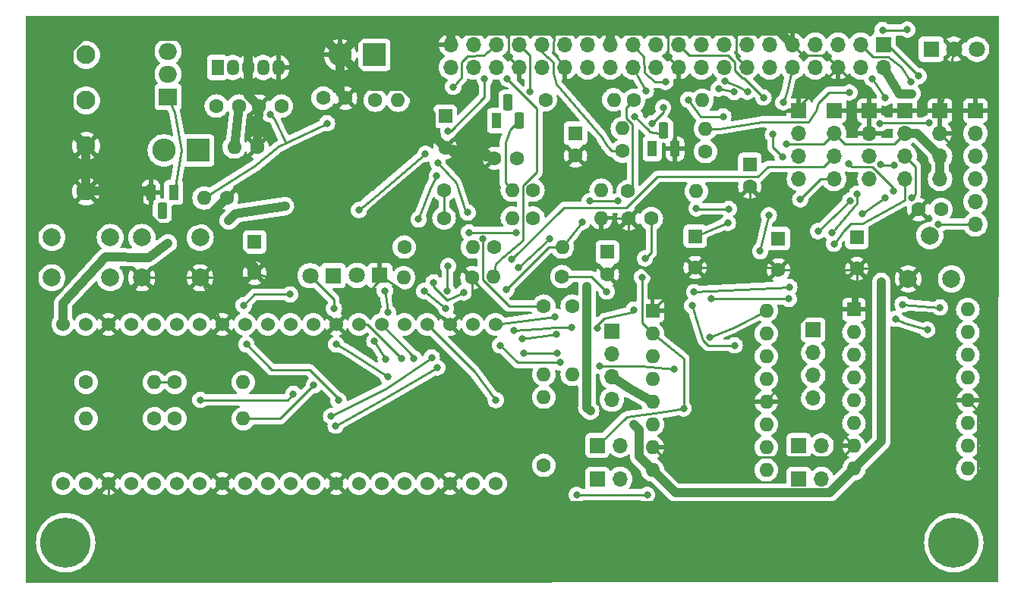
<source format=gbr>
%TF.GenerationSoftware,KiCad,Pcbnew,7.0.1*%
%TF.CreationDate,2023-07-10T14:16:02+02:00*%
%TF.ProjectId,RasPi-Car,52617350-692d-4436-9172-2e6b69636164,rev?*%
%TF.SameCoordinates,Original*%
%TF.FileFunction,Copper,L2,Bot*%
%TF.FilePolarity,Positive*%
%FSLAX46Y46*%
G04 Gerber Fmt 4.6, Leading zero omitted, Abs format (unit mm)*
G04 Created by KiCad (PCBNEW 7.0.1) date 2023-07-10 14:16:02*
%MOMM*%
%LPD*%
G01*
G04 APERTURE LIST*
G04 Aperture macros list*
%AMRoundRect*
0 Rectangle with rounded corners*
0 $1 Rounding radius*
0 $2 $3 $4 $5 $6 $7 $8 $9 X,Y pos of 4 corners*
0 Add a 4 corners polygon primitive as box body*
4,1,4,$2,$3,$4,$5,$6,$7,$8,$9,$2,$3,0*
0 Add four circle primitives for the rounded corners*
1,1,$1+$1,$2,$3*
1,1,$1+$1,$4,$5*
1,1,$1+$1,$6,$7*
1,1,$1+$1,$8,$9*
0 Add four rect primitives between the rounded corners*
20,1,$1+$1,$2,$3,$4,$5,0*
20,1,$1+$1,$4,$5,$6,$7,0*
20,1,$1+$1,$6,$7,$8,$9,0*
20,1,$1+$1,$8,$9,$2,$3,0*%
G04 Aperture macros list end*
%TA.AperFunction,ComponentPad*%
%ADD10R,1.700000X1.700000*%
%TD*%
%TA.AperFunction,ComponentPad*%
%ADD11O,1.700000X1.700000*%
%TD*%
%TA.AperFunction,ComponentPad*%
%ADD12R,1.350000X1.800000*%
%TD*%
%TA.AperFunction,ComponentPad*%
%ADD13O,1.350000X1.800000*%
%TD*%
%TA.AperFunction,ComponentPad*%
%ADD14C,1.600000*%
%TD*%
%TA.AperFunction,ComponentPad*%
%ADD15O,1.600000X1.600000*%
%TD*%
%TA.AperFunction,ComponentPad*%
%ADD16R,1.600000X1.600000*%
%TD*%
%TA.AperFunction,ComponentPad*%
%ADD17C,2.100000*%
%TD*%
%TA.AperFunction,ComponentPad*%
%ADD18C,2.000000*%
%TD*%
%TA.AperFunction,ComponentPad*%
%ADD19R,1.100000X1.800000*%
%TD*%
%TA.AperFunction,ComponentPad*%
%ADD20RoundRect,0.275000X0.275000X0.625000X-0.275000X0.625000X-0.275000X-0.625000X0.275000X-0.625000X0*%
%TD*%
%TA.AperFunction,ComponentPad*%
%ADD21R,2.000000X1.905000*%
%TD*%
%TA.AperFunction,ComponentPad*%
%ADD22O,2.000000X1.905000*%
%TD*%
%TA.AperFunction,ComponentPad*%
%ADD23R,1.800000X1.800000*%
%TD*%
%TA.AperFunction,ComponentPad*%
%ADD24C,1.800000*%
%TD*%
%TA.AperFunction,ComponentPad*%
%ADD25RoundRect,0.275000X-0.275000X-0.625000X0.275000X-0.625000X0.275000X0.625000X-0.275000X0.625000X0*%
%TD*%
%TA.AperFunction,ComponentPad*%
%ADD26R,2.600000X2.600000*%
%TD*%
%TA.AperFunction,ComponentPad*%
%ADD27O,2.600000X2.600000*%
%TD*%
%TA.AperFunction,ComponentPad*%
%ADD28C,5.600000*%
%TD*%
%TA.AperFunction,ComponentPad*%
%ADD29C,1.524000*%
%TD*%
%TA.AperFunction,ViaPad*%
%ADD30C,0.800000*%
%TD*%
%TA.AperFunction,Conductor*%
%ADD31C,0.250000*%
%TD*%
%TA.AperFunction,Conductor*%
%ADD32C,1.000000*%
%TD*%
G04 APERTURE END LIST*
D10*
%TO.P,J10,1,Pin_1*%
%TO.N,GND*%
X187198000Y-93980000D03*
D11*
%TO.P,J10,2,Pin_2*%
X187198000Y-96520000D03*
%TO.P,J10,3,Pin_3*%
%TO.N,RP2040_TX*%
X187198000Y-99060000D03*
%TO.P,J10,4,Pin_4*%
%TO.N,RP2040_RX*%
X187198000Y-101600000D03*
%TD*%
D12*
%TO.P,U1,1,VIN*%
%TO.N,VDD*%
X114477800Y-89154000D03*
D13*
%TO.P,U1,2,OUT*%
%TO.N,Net-(D2-K)*%
X116177800Y-89154000D03*
%TO.P,U1,3,GND*%
%TO.N,GND*%
X117877800Y-89154000D03*
%TO.P,U1,4,FB*%
%TO.N,Net-(U1-FB)*%
X119577800Y-89154000D03*
%TO.P,U1,5,~{ON}/OFF*%
%TO.N,GND*%
X121277800Y-89154000D03*
%TD*%
D10*
%TO.P,J6,1,Pin_1*%
%TO.N,GND*%
X179324000Y-93980000D03*
D11*
%TO.P,J6,2,Pin_2*%
%TO.N,Net-(J6-Pin_2)*%
X179324000Y-96520000D03*
%TO.P,J6,3,Pin_3*%
%TO.N,U0_RxD*%
X179324000Y-99060000D03*
%TO.P,J6,4,Pin_4*%
%TO.N,Net-(J6-Pin_4)*%
X179324000Y-101600000D03*
%TD*%
D14*
%TO.P,R2,1*%
%TO.N,Net-(U3-R)*%
X139750800Y-105968800D03*
D15*
%TO.P,R2,2*%
%TO.N,Net-(U3-A)*%
X147370800Y-105968800D03*
%TD*%
D16*
%TO.P,C7,1*%
%TO.N,VDD*%
X167767000Y-108006000D03*
D14*
%TO.P,C7,2*%
%TO.N,GND*%
X167767000Y-111506000D03*
%TD*%
%TO.P,R11,1*%
%TO.N,GPIO2*%
X154051000Y-115824000D03*
D15*
%TO.P,R11,2*%
%TO.N,Raspi_3.3V*%
X154051000Y-123444000D03*
%TD*%
D14*
%TO.P,R16,1*%
%TO.N,Net-(R16-Pad1)*%
X99822000Y-124333000D03*
D15*
%TO.P,R16,2*%
%TO.N,Net-(Q4-B)*%
X107442000Y-124333000D03*
%TD*%
D10*
%TO.P,J3,1,Pin_1*%
%TO.N,Net-(A1-1B)*%
X158470600Y-118643400D03*
D11*
%TO.P,J3,2,Pin_2*%
%TO.N,Net-(A1-1A)*%
X158470600Y-121183400D03*
%TO.P,J3,3,Pin_3*%
%TO.N,Net-(A1-2A)*%
X158470600Y-123723400D03*
%TO.P,J3,4,Pin_4*%
%TO.N,Net-(A1-2B)*%
X158470600Y-126263400D03*
%TD*%
D14*
%TO.P,C9,1*%
%TO.N,RP2040_V3.3*%
X162864800Y-106045000D03*
%TO.P,C9,2*%
%TO.N,GND*%
X160364800Y-106045000D03*
%TD*%
%TO.P,R13,1*%
%TO.N,GPIO13*%
X168910000Y-98552000D03*
D15*
%TO.P,R13,2*%
%TO.N,Net-(D4-A2)*%
X168910000Y-96012000D03*
%TD*%
D17*
%TO.P,J1,1,Pin_1*%
%TO.N,GND*%
X99822000Y-102997000D03*
%TO.P,J1,2,Pin_2*%
X99822000Y-97917000D03*
%TO.P,J1,3,Pin_3*%
%TO.N,Net-(D1-A)*%
X99822000Y-92837000D03*
%TO.P,J1,4,Pin_4*%
X99822000Y-87757000D03*
%TD*%
D14*
%TO.P,C3,1*%
%TO.N,VCC*%
X121589800Y-93472000D03*
%TO.P,C3,2*%
%TO.N,GND*%
X119089800Y-93472000D03*
%TD*%
%TO.P,C8,1*%
%TO.N,GND*%
X128758000Y-92583000D03*
%TO.P,C8,2*%
%TO.N,VCC*%
X126258000Y-92583000D03*
%TD*%
%TO.P,R10,1*%
%TO.N,GPIO3*%
X152908000Y-112522000D03*
D15*
%TO.P,R10,2*%
%TO.N,Raspi_3.3V*%
X145288000Y-112522000D03*
%TD*%
D14*
%TO.P,C15,1*%
%TO.N,Net-(D2-K)*%
X114350800Y-93472000D03*
%TO.P,C15,2*%
%TO.N,Net-(C15-Pad2)*%
X116850800Y-93472000D03*
%TD*%
%TO.P,R17,1*%
%TO.N,RP2040_ADC2*%
X149656800Y-105968800D03*
D15*
%TO.P,R17,2*%
%TO.N,GND*%
X157276800Y-105968800D03*
%TD*%
D14*
%TO.P,R4,1*%
%TO.N,RP2040_GP18*%
X109728000Y-128397000D03*
D15*
%TO.P,R4,2*%
%TO.N,RP2040_V3.3*%
X117348000Y-128397000D03*
%TD*%
D14*
%TO.P,R15,1*%
%TO.N,Net-(Q3-G)*%
X107442000Y-128397000D03*
D15*
%TO.P,R15,2*%
%TO.N,Net-(D1-K)*%
X99822000Y-128397000D03*
%TD*%
D16*
%TO.P,C2,1*%
%TO.N,VCC*%
X139877800Y-94613349D03*
D14*
%TO.P,C2,2*%
%TO.N,GND*%
X139877800Y-98113349D03*
%TD*%
D16*
%TO.P,C13,1*%
%TO.N,VCC*%
X173863000Y-99989000D03*
D14*
%TO.P,C13,2*%
%TO.N,GND*%
X173863000Y-102489000D03*
%TD*%
D10*
%TO.P,JP1,1,A*%
%TO.N,RP2040_V3.3*%
X156845000Y-135128000D03*
D11*
%TO.P,JP1,2,B*%
%TO.N,Net-(A1-MS1)*%
X159385000Y-135128000D03*
%TD*%
D18*
%TO.P,RV1,1,1*%
%TO.N,GND*%
X191516000Y-112776000D03*
%TO.P,RV1,2,2*%
%TO.N,Net-(J6-Pin_4)*%
X193929000Y-107950000D03*
%TO.P,RV1,3,3*%
%TO.N,VCC*%
X196342000Y-112776000D03*
%TD*%
D14*
%TO.P,C4,1*%
%TO.N,GND*%
X145358800Y-99314000D03*
%TO.P,C4,2*%
%TO.N,RP2040_ADC2*%
X147858800Y-99314000D03*
%TD*%
%TO.P,R21,1*%
%TO.N,GND*%
X118901000Y-98044000D03*
D15*
%TO.P,R21,2*%
%TO.N,Net-(C15-Pad2)*%
X116361000Y-98044000D03*
%TD*%
D10*
%TO.P,J9,1,Pin_1*%
%TO.N,GND*%
X195072000Y-93980000D03*
D11*
%TO.P,J9,2,Pin_2*%
X195072000Y-96520000D03*
%TO.P,J9,3,Pin_3*%
%TO.N,VCC*%
X195072000Y-99060000D03*
%TO.P,J9,4,Pin_4*%
X195072000Y-101600000D03*
%TD*%
D10*
%TO.P,J7,1,Pin_1*%
%TO.N,GND*%
X183261000Y-93980000D03*
D11*
%TO.P,J7,2,Pin_2*%
%TO.N,VCC*%
X183261000Y-96520000D03*
%TO.P,J7,3,Pin_3*%
%TO.N,LCD_SDA*%
X183261000Y-99060000D03*
%TO.P,J7,4,Pin_4*%
%TO.N,LCD_SCL*%
X183261000Y-101600000D03*
%TD*%
D16*
%TO.P,C6,1*%
%TO.N,VDD*%
X185801000Y-108133000D03*
D14*
%TO.P,C6,2*%
%TO.N,GND*%
X185801000Y-111633000D03*
%TD*%
D19*
%TO.P,Q4,1,C*%
%TO.N,Net-(Q3-G)*%
X109601000Y-103105000D03*
D20*
%TO.P,Q4,2,B*%
%TO.N,Net-(Q4-B)*%
X108331000Y-105175000D03*
%TO.P,Q4,3,E*%
%TO.N,GND*%
X107061000Y-103105000D03*
%TD*%
D16*
%TO.P,A1,1,GND*%
%TO.N,GND*%
X162991800Y-116332000D03*
D15*
%TO.P,A1,2,VDD*%
%TO.N,RP2040_V3.3*%
X162991800Y-118872000D03*
%TO.P,A1,3,1B*%
%TO.N,Net-(A1-1B)*%
X162991800Y-121412000D03*
%TO.P,A1,4,1A*%
%TO.N,Net-(A1-1A)*%
X162991800Y-123952000D03*
%TO.P,A1,5,2A*%
%TO.N,Net-(A1-2A)*%
X162991800Y-126492000D03*
%TO.P,A1,6,2B*%
%TO.N,Net-(A1-2B)*%
X162991800Y-129032000D03*
%TO.P,A1,7,GND*%
%TO.N,GND*%
X162991800Y-131572000D03*
%TO.P,A1,8,VMOT*%
%TO.N,VDD*%
X162991800Y-134112000D03*
%TO.P,A1,9,~{ENABLE}*%
%TO.N,RP2040_GP21*%
X175691800Y-134112000D03*
%TO.P,A1,10,MS1*%
%TO.N,Net-(A1-MS1)*%
X175691800Y-131572000D03*
%TO.P,A1,11,MS2*%
%TO.N,Net-(A1-MS2)*%
X175691800Y-129032000D03*
%TO.P,A1,12,MS3*%
%TO.N,GND*%
X175691800Y-126492000D03*
%TO.P,A1,13,~{RESET}*%
%TO.N,Net-(A1-~{RESET})*%
X175691800Y-123952000D03*
%TO.P,A1,14,~{SLEEP}*%
X175691800Y-121412000D03*
%TO.P,A1,15,STEP*%
%TO.N,RP2040_GP20*%
X175691800Y-118872000D03*
%TO.P,A1,16,DIR*%
%TO.N,RP2040_GP19*%
X175691800Y-116332000D03*
%TD*%
D21*
%TO.P,Q3,1,G*%
%TO.N,Net-(Q3-G)*%
X108966000Y-92456000D03*
D22*
%TO.P,Q3,2,D*%
%TO.N,VDD*%
X108966000Y-89916000D03*
%TO.P,Q3,3,S*%
%TO.N,Net-(D1-K)*%
X108966000Y-87376000D03*
%TD*%
D14*
%TO.P,R22,1*%
%TO.N,Net-(U1-FB)*%
X132080000Y-92811600D03*
D15*
%TO.P,R22,2*%
%TO.N,VCC*%
X134620000Y-92811600D03*
%TD*%
D16*
%TO.P,C5,1*%
%TO.N,RP2040_ADC2*%
X154406600Y-96509200D03*
D14*
%TO.P,C5,2*%
%TO.N,GND*%
X154406600Y-99009200D03*
%TD*%
D10*
%TO.P,J2,1,Pin_1*%
%TO.N,Raspi_3.3V*%
X188772800Y-86614000D03*
D11*
%TO.P,J2,2,Pin_2*%
%TO.N,VCC*%
X188772800Y-89154000D03*
%TO.P,J2,3,Pin_3*%
%TO.N,GPIO2*%
X186232800Y-86614000D03*
%TO.P,J2,4,Pin_4*%
%TO.N,VCC*%
X186232800Y-89154000D03*
%TO.P,J2,5,Pin_5*%
%TO.N,GPIO3*%
X183692800Y-86614000D03*
%TO.P,J2,6,Pin_6*%
%TO.N,GND*%
X183692800Y-89154000D03*
%TO.P,J2,7,Pin_7*%
%TO.N,unconnected-(J2-Pin_7-Pad7)*%
X181152800Y-86614000D03*
%TO.P,J2,8,Pin_8*%
%TO.N,unconnected-(J2-Pin_8-Pad8)*%
X181152800Y-89154000D03*
%TO.P,J2,9,Pin_9*%
%TO.N,GND*%
X178612800Y-86614000D03*
%TO.P,J2,10,Pin_10*%
%TO.N,U0_RxD*%
X178612800Y-89154000D03*
%TO.P,J2,11,Pin_11*%
%TO.N,unconnected-(J2-Pin_11-Pad11)*%
X176072800Y-86614000D03*
%TO.P,J2,12,Pin_12*%
%TO.N,unconnected-(J2-Pin_12-Pad12)*%
X176072800Y-89154000D03*
%TO.P,J2,13,Pin_13*%
%TO.N,unconnected-(J2-Pin_13-Pad13)*%
X173532800Y-86614000D03*
%TO.P,J2,14,Pin_14*%
%TO.N,GND*%
X173532800Y-89154000D03*
%TO.P,J2,15,Pin_15*%
%TO.N,unconnected-(J2-Pin_15-Pad15)*%
X170992800Y-86614000D03*
%TO.P,J2,16,Pin_16*%
%TO.N,unconnected-(J2-Pin_16-Pad16)*%
X170992800Y-89154000D03*
%TO.P,J2,17,Pin_17*%
%TO.N,Raspi_3.3V*%
X168452800Y-86614000D03*
%TO.P,J2,18,Pin_18*%
%TO.N,unconnected-(J2-Pin_18-Pad18)*%
X168452800Y-89154000D03*
%TO.P,J2,19,Pin_19*%
%TO.N,GPIO10-MOSI*%
X165912800Y-86614000D03*
%TO.P,J2,20,Pin_20*%
%TO.N,GND*%
X165912800Y-89154000D03*
%TO.P,J2,21,Pin_21*%
%TO.N,GPIO09-MISO*%
X163372800Y-86614000D03*
%TO.P,J2,22,Pin_22*%
%TO.N,unconnected-(J2-Pin_22-Pad22)*%
X163372800Y-89154000D03*
%TO.P,J2,23,Pin_23*%
%TO.N,GPIO11-SCLK*%
X160832800Y-86614000D03*
%TO.P,J2,24,Pin_24*%
%TO.N,GPIO8-CE*%
X160832800Y-89154000D03*
%TO.P,J2,25,Pin_25*%
%TO.N,GND*%
X158292800Y-86614000D03*
%TO.P,J2,26,Pin_26*%
%TO.N,unconnected-(J2-Pin_26-Pad26)*%
X158292800Y-89154000D03*
%TO.P,J2,27,Pin_27*%
%TO.N,unconnected-(J2-Pin_27-Pad27)*%
X155752800Y-86614000D03*
%TO.P,J2,28,Pin_28*%
%TO.N,unconnected-(J2-Pin_28-Pad28)*%
X155752800Y-89154000D03*
%TO.P,J2,29,Pin_29*%
%TO.N,RASPI_IN*%
X153212800Y-86614000D03*
%TO.P,J2,30,Pin_30*%
%TO.N,GND*%
X153212800Y-89154000D03*
%TO.P,J2,31,Pin_31*%
%TO.N,GPIO6*%
X150672800Y-86614000D03*
%TO.P,J2,32,Pin_32*%
%TO.N,unconnected-(J2-Pin_32-Pad32)*%
X150672800Y-89154000D03*
%TO.P,J2,33,Pin_33*%
%TO.N,GPIO13*%
X148132800Y-86614000D03*
%TO.P,J2,34,Pin_34*%
%TO.N,GND*%
X148132800Y-89154000D03*
%TO.P,J2,35,Pin_35*%
%TO.N,RASPI_OUT*%
X145592800Y-86614000D03*
%TO.P,J2,36,Pin_36*%
%TO.N,unconnected-(J2-Pin_36-Pad36)*%
X145592800Y-89154000D03*
%TO.P,J2,37,Pin_37*%
%TO.N,GPIO26*%
X143052800Y-86614000D03*
%TO.P,J2,38,Pin_38*%
%TO.N,unconnected-(J2-Pin_38-Pad38)*%
X143052800Y-89154000D03*
%TO.P,J2,39,Pin_39*%
%TO.N,GND*%
X140512800Y-86614000D03*
%TO.P,J2,40,Pin_40*%
%TO.N,GPIO21*%
X140512800Y-89154000D03*
%TD*%
D23*
%TO.P,D4,1,A1*%
%TO.N,Net-(D4-A1)*%
X194081400Y-87122000D03*
D24*
%TO.P,D4,2,A2*%
%TO.N,Net-(D4-A2)*%
X199161400Y-87122000D03*
%TO.P,D4,3,K*%
%TO.N,GND*%
X196621400Y-87122000D03*
%TD*%
D14*
%TO.P,R8,1*%
%TO.N,LCD_SCL*%
X135305800Y-109220000D03*
D15*
%TO.P,R8,2*%
%TO.N,RP2040_V3.3*%
X142925800Y-109220000D03*
%TD*%
D19*
%TO.P,Q1,1,C*%
%TO.N,Net-(Q1-C)*%
X162966400Y-98240800D03*
D25*
%TO.P,Q1,2,B*%
%TO.N,Net-(Q1-B)*%
X164236400Y-96170800D03*
%TO.P,Q1,3,E*%
%TO.N,GND*%
X165506400Y-98240800D03*
%TD*%
D10*
%TO.P,JP4,1,A*%
%TO.N,RP2040_V3.3*%
X156845000Y-131368800D03*
D11*
%TO.P,JP4,2,B*%
%TO.N,Net-(A1-MS2)*%
X159385000Y-131368800D03*
%TD*%
D26*
%TO.P,D2,1,K*%
%TO.N,Net-(D2-K)*%
X131953000Y-87757000D03*
D27*
%TO.P,D2,2,A*%
%TO.N,GND*%
X128143000Y-87757000D03*
%TD*%
D14*
%TO.P,R20,1*%
%TO.N,GND*%
X142875000Y-112649000D03*
D15*
%TO.P,R20,2*%
%TO.N,Net-(D3-K)*%
X135255000Y-112649000D03*
%TD*%
D16*
%TO.P,A2,1,GND*%
%TO.N,GND*%
X185470800Y-116205000D03*
D15*
%TO.P,A2,2,VDD*%
%TO.N,RP2040_V3.3*%
X185470800Y-118745000D03*
%TO.P,A2,3,1B*%
%TO.N,Net-(A2-1B)*%
X185470800Y-121285000D03*
%TO.P,A2,4,1A*%
%TO.N,Net-(A2-1A)*%
X185470800Y-123825000D03*
%TO.P,A2,5,2A*%
%TO.N,Net-(A2-2A)*%
X185470800Y-126365000D03*
%TO.P,A2,6,2B*%
%TO.N,Net-(A2-2B)*%
X185470800Y-128905000D03*
%TO.P,A2,7,GND*%
%TO.N,GND*%
X185470800Y-131445000D03*
%TO.P,A2,8,VMOT*%
%TO.N,VDD*%
X185470800Y-133985000D03*
%TO.P,A2,9,~{ENABLE}*%
%TO.N,RP2040_GP18*%
X198170800Y-133985000D03*
%TO.P,A2,10,MS1*%
%TO.N,Net-(A2-MS1)*%
X198170800Y-131445000D03*
%TO.P,A2,11,MS2*%
%TO.N,Net-(A2-MS2)*%
X198170800Y-128905000D03*
%TO.P,A2,12,MS3*%
%TO.N,GND*%
X198170800Y-126365000D03*
%TO.P,A2,13,~{RESET}*%
%TO.N,Net-(A2-~{RESET})*%
X198170800Y-123825000D03*
%TO.P,A2,14,~{SLEEP}*%
X198170800Y-121285000D03*
%TO.P,A2,15,STEP*%
%TO.N,RP2040_GP17*%
X198170800Y-118745000D03*
%TO.P,A2,16,DIR*%
%TO.N,RP2040_GP16*%
X198170800Y-116205000D03*
%TD*%
D14*
%TO.P,R9,1*%
%TO.N,LCD_SDA*%
X145313400Y-109220000D03*
D15*
%TO.P,R9,2*%
%TO.N,RP2040_V3.3*%
X152933400Y-109220000D03*
%TD*%
D18*
%TO.P,SW2,1,1*%
%TO.N,PowerDown_Bt*%
X106045000Y-108149000D03*
%TO.P,SW2,2,2*%
X112545000Y-108149000D03*
%TO.P,SW2,3,K*%
%TO.N,GND*%
X106045000Y-112649000D03*
%TO.P,SW2,4,A*%
X112545000Y-112649000D03*
%TD*%
D26*
%TO.P,D1,1,K*%
%TO.N,Net-(D1-K)*%
X112308000Y-98425000D03*
D27*
%TO.P,D1,2,A*%
%TO.N,Net-(D1-A)*%
X108498000Y-98425000D03*
%TD*%
D10*
%TO.P,J5,1,Pin_1*%
%TO.N,GND*%
X199009000Y-93980000D03*
D11*
%TO.P,J5,2,Pin_2*%
%TO.N,Raspi_3.3V*%
X199009000Y-96520000D03*
%TO.P,J5,3,Pin_3*%
%TO.N,GPIO11-SCLK*%
X199009000Y-99060000D03*
%TO.P,J5,4,Pin_4*%
%TO.N,GPIO10-MOSI*%
X199009000Y-101600000D03*
%TO.P,J5,5,Pin_5*%
%TO.N,GPIO09-MISO*%
X199009000Y-104140000D03*
%TO.P,J5,6,Pin_6*%
%TO.N,GPIO8-CE*%
X199009000Y-106680000D03*
%TD*%
D16*
%TO.P,C1,1*%
%TO.N,VDD*%
X118618000Y-108641000D03*
D14*
%TO.P,C1,2*%
%TO.N,GND*%
X118618000Y-112141000D03*
%TD*%
D16*
%TO.P,C11,1*%
%TO.N,VCC*%
X177038000Y-108260000D03*
D14*
%TO.P,C11,2*%
%TO.N,GND*%
X177038000Y-111760000D03*
%TD*%
%TO.P,R7,1*%
%TO.N,Net-(Q2-G)*%
X160909000Y-92837000D03*
D15*
%TO.P,R7,2*%
%TO.N,Net-(Q1-C)*%
X168529000Y-92837000D03*
%TD*%
D14*
%TO.P,C14,1*%
%TO.N,RP2040_V3.3*%
X195179000Y-105029000D03*
%TO.P,C14,2*%
%TO.N,GND*%
X192679000Y-105029000D03*
%TD*%
%TO.P,R19,1*%
%TO.N,Net-(Q4-B)*%
X109728000Y-124333000D03*
D15*
%TO.P,R19,2*%
%TO.N,PowerON*%
X117348000Y-124333000D03*
%TD*%
D14*
%TO.P,R18,1*%
%TO.N,RP2040_GP21*%
X150876000Y-133604000D03*
D15*
%TO.P,R18,2*%
%TO.N,RP2040_V3.3*%
X150876000Y-125984000D03*
%TD*%
D28*
%TO.P,REF\u002A\u002A,1*%
%TO.N,N/C*%
X97536000Y-142240000D03*
%TD*%
D23*
%TO.P,D5,1,K*%
%TO.N,GND*%
X132588000Y-112395000D03*
D24*
%TO.P,D5,2,A*%
%TO.N,Net-(D5-A)*%
X130048000Y-112395000D03*
%TD*%
D14*
%TO.P,R3,1*%
%TO.N,Net-(U3-A)*%
X149656800Y-102870000D03*
D15*
%TO.P,R3,2*%
%TO.N,RP2040_ADC2*%
X157276800Y-102870000D03*
%TD*%
D16*
%TO.P,C12,1*%
%TO.N,VCC*%
X157962600Y-109768000D03*
D14*
%TO.P,C12,2*%
%TO.N,GND*%
X157962600Y-112268000D03*
%TD*%
%TO.P,R23,1*%
%TO.N,GND*%
X115519200Y-103733600D03*
D15*
%TO.P,R23,2*%
%TO.N,Net-(U1-FB)*%
X112979200Y-103733600D03*
%TD*%
D10*
%TO.P,JP3,1,A*%
%TO.N,RP2040_V3.3*%
X179319000Y-131368800D03*
D11*
%TO.P,JP3,2,B*%
%TO.N,Net-(A2-MS1)*%
X181859000Y-131368800D03*
%TD*%
D19*
%TO.P,U3,1,R*%
%TO.N,Net-(U3-R)*%
X145592800Y-95091200D03*
D25*
%TO.P,U3,2,A*%
%TO.N,Net-(U3-A)*%
X146862800Y-93021200D03*
%TO.P,U3,3,K*%
%TO.N,VDD*%
X148132800Y-95091200D03*
%TD*%
D14*
%TO.P,R5,1*%
%TO.N,Net-(Q1-B)*%
X151053800Y-92760800D03*
D15*
%TO.P,R5,2*%
%TO.N,GPIO21*%
X158673800Y-92760800D03*
%TD*%
D18*
%TO.P,SW1,1,1*%
%TO.N,Net-(R16-Pad1)*%
X102512000Y-112649000D03*
%TO.P,SW1,2,2*%
X96012000Y-112649000D03*
%TO.P,SW1,3,K*%
%TO.N,Net-(D1-K)*%
X102512000Y-108149000D03*
%TO.P,SW1,4,A*%
X96012000Y-108149000D03*
%TD*%
D10*
%TO.P,J8,1,Pin_1*%
%TO.N,GND*%
X191135000Y-93980000D03*
D11*
%TO.P,J8,2,Pin_2*%
%TO.N,VCC*%
X191135000Y-96520000D03*
%TO.P,J8,3,Pin_3*%
%TO.N,GPIO2*%
X191135000Y-99060000D03*
%TO.P,J8,4,Pin_4*%
%TO.N,GPIO3*%
X191135000Y-101600000D03*
%TD*%
D14*
%TO.P,R14,1*%
%TO.N,GPIO26*%
X150876000Y-115824000D03*
D15*
%TO.P,R14,2*%
%TO.N,Net-(D5-A)*%
X150876000Y-123444000D03*
%TD*%
D28*
%TO.P,REF\u002A\u002A,1*%
%TO.N,N/C*%
X196596000Y-142240000D03*
%TD*%
D23*
%TO.P,D3,1,K*%
%TO.N,Net-(D3-K)*%
X127355600Y-112420400D03*
D24*
%TO.P,D3,2,A*%
%TO.N,Net-(D3-A)*%
X124815600Y-112420400D03*
%TD*%
D14*
%TO.P,R1,1*%
%TO.N,Net-(U3-R)*%
X139750800Y-102870000D03*
D15*
%TO.P,R1,2*%
%TO.N,VDD*%
X147370800Y-102870000D03*
%TD*%
D14*
%TO.P,R12,1*%
%TO.N,GPIO6*%
X159639000Y-98501200D03*
D15*
%TO.P,R12,2*%
%TO.N,Net-(D4-A1)*%
X159639000Y-95961200D03*
%TD*%
D10*
%TO.P,JP2,1,A*%
%TO.N,RP2040_V3.3*%
X179324000Y-135128000D03*
D11*
%TO.P,JP2,2,B*%
%TO.N,Net-(A2-MS2)*%
X181864000Y-135128000D03*
%TD*%
D10*
%TO.P,J4,1,Pin_1*%
%TO.N,Net-(A2-1B)*%
X180924200Y-118491000D03*
D11*
%TO.P,J4,2,Pin_2*%
%TO.N,Net-(A2-1A)*%
X180924200Y-121031000D03*
%TO.P,J4,3,Pin_3*%
%TO.N,Net-(A2-2A)*%
X180924200Y-123571000D03*
%TO.P,J4,4,Pin_4*%
%TO.N,Net-(A2-2B)*%
X180924200Y-126111000D03*
%TD*%
D14*
%TO.P,R6,1*%
%TO.N,Net-(Q2-G)*%
X160274000Y-102997000D03*
D15*
%TO.P,R6,2*%
%TO.N,VCC*%
X167894000Y-102997000D03*
%TD*%
D29*
%TO.P,U2,1,GP0*%
%TO.N,unconnected-(U2-GP0-Pad1)*%
X97231200Y-135636000D03*
%TO.P,U2,2,GP1*%
%TO.N,unconnected-(U2-GP1-Pad2)*%
X99771200Y-135636000D03*
%TO.P,U2,3,GND*%
%TO.N,GND*%
X102311200Y-135636000D03*
%TO.P,U2,4,GP2*%
%TO.N,RASPI_IN*%
X104851200Y-135636000D03*
%TO.P,U2,5,GP3*%
%TO.N,RASPI_OUT*%
X107391200Y-135636000D03*
%TO.P,U2,6,GP4*%
%TO.N,LCD_SDA*%
X109931200Y-135636000D03*
%TO.P,U2,7,GP5*%
%TO.N,LCD_SCL*%
X112471200Y-135636000D03*
%TO.P,U2,8,GND*%
%TO.N,GND*%
X115011200Y-135636000D03*
%TO.P,U2,9,GP6*%
%TO.N,unconnected-(U2-GP6-Pad9)*%
X117551200Y-135636000D03*
%TO.P,U2,10,GP7*%
%TO.N,unconnected-(U2-GP7-Pad10)*%
X120091200Y-135636000D03*
%TO.P,U2,11,GP8*%
%TO.N,RP2040_TX*%
X122631200Y-135636000D03*
%TO.P,U2,12,GP9*%
%TO.N,RP2040_RX*%
X125171200Y-135636000D03*
%TO.P,U2,13,GND*%
%TO.N,GND*%
X127711200Y-135636000D03*
%TO.P,U2,14,GP10*%
%TO.N,PowerON*%
X130251200Y-135636000D03*
%TO.P,U2,15,GP11*%
%TO.N,PowerDown_Bt*%
X132791200Y-135636000D03*
%TO.P,U2,16,GP12*%
%TO.N,unconnected-(U2-GP12-Pad16)*%
X135331200Y-135636000D03*
%TO.P,U2,17,GP13*%
%TO.N,Net-(D3-A)*%
X137871200Y-135636000D03*
%TO.P,U2,18,GND*%
%TO.N,GND*%
X140411200Y-135636000D03*
%TO.P,U2,19,GP19*%
%TO.N,unconnected-(U2-GP19-Pad19)*%
X142951200Y-135636000D03*
%TO.P,U2,20,GP15*%
%TO.N,unconnected-(U2-GP15-Pad20)*%
X145491200Y-135636000D03*
%TO.P,U2,21,GP16*%
%TO.N,RP2040_GP16*%
X145491200Y-117856000D03*
%TO.P,U2,22,GP17*%
%TO.N,RP2040_GP17*%
X142951200Y-117856000D03*
%TO.P,U2,23,GND*%
%TO.N,GND*%
X140411200Y-117856000D03*
%TO.P,U2,24,GP18*%
%TO.N,RP2040_GP18*%
X137871200Y-117856000D03*
%TO.P,U2,25,GP19*%
%TO.N,RP2040_GP19*%
X135331200Y-117856000D03*
%TO.P,U2,26,GP20*%
%TO.N,RP2040_GP20*%
X132791200Y-117856000D03*
%TO.P,U2,27,GP21*%
%TO.N,RP2040_GP21*%
X130251200Y-117856000D03*
%TO.P,U2,28,GND*%
%TO.N,GND*%
X127711200Y-117856000D03*
%TO.P,U2,29,GP22*%
%TO.N,unconnected-(U2-GP22-Pad29)*%
X125171200Y-117856000D03*
%TO.P,U2,30,RUN*%
%TO.N,unconnected-(U2-RUN-Pad30)*%
X122631200Y-117856000D03*
%TO.P,U2,31,ADC0*%
%TO.N,unconnected-(U2-ADC0-Pad31)*%
X120091200Y-117856000D03*
%TO.P,U2,32,ADC1*%
%TO.N,unconnected-(U2-ADC1-Pad32)*%
X117551200Y-117856000D03*
%TO.P,U2,33,AGND*%
%TO.N,GND*%
X115011200Y-117856000D03*
%TO.P,U2,34,ADC2*%
%TO.N,RP2040_ADC2*%
X112471200Y-117856000D03*
%TO.P,U2,35,ADC_VREF*%
%TO.N,unconnected-(U2-ADC_VREF-Pad35)*%
X109931200Y-117856000D03*
%TO.P,U2,36,3V3_OUT*%
%TO.N,RP2040_V3.3*%
X107391200Y-117856000D03*
%TO.P,U2,37,3V3_EN*%
%TO.N,unconnected-(U2-3V3_EN-Pad37)*%
X104851200Y-117856000D03*
%TO.P,U2,38,GND*%
%TO.N,GND*%
X102311200Y-117856000D03*
%TO.P,U2,39,VSYS*%
%TO.N,unconnected-(U2-VSYS-Pad39)*%
X99771200Y-117856000D03*
%TO.P,U2,40,VBUS*%
%TO.N,VCC*%
X97231200Y-117856000D03*
%TD*%
D30*
%TO.N,RP2040_V3.3*%
X140208000Y-111353600D03*
X161848800Y-112572800D03*
X140106400Y-114147600D03*
X162153600Y-110492500D03*
X166471600Y-127254000D03*
X155143200Y-106426000D03*
X146714699Y-113948699D03*
X125222000Y-124663200D03*
%TO.N,VDD*%
X156057600Y-127508000D03*
X155702000Y-113639600D03*
X171399200Y-106527600D03*
X188518800Y-113080800D03*
X160934400Y-129032000D03*
%TO.N,RP2040_GP21*%
X154533600Y-136906000D03*
X134975600Y-121666000D03*
X162407600Y-136906000D03*
%TO.N,RP2040_GP20*%
X136398000Y-121666000D03*
%TO.N,RP2040_GP19*%
X145999200Y-120192800D03*
X169367200Y-119329200D03*
X165404800Y-122834400D03*
X157124400Y-122478800D03*
X152704800Y-122123200D03*
%TO.N,RP2040_GP18*%
X112572800Y-126288800D03*
X122936000Y-125628400D03*
X145516600Y-126314200D03*
%TO.N,RP2040_GP17*%
X154013849Y-118231949D03*
X156819600Y-118262400D03*
X147523200Y-118580500D03*
X193649600Y-118465600D03*
X190093600Y-117246400D03*
X160883600Y-116230400D03*
X172161200Y-120192800D03*
X167436800Y-115773200D03*
%TO.N,RP2040_GP16*%
X152146000Y-116992400D03*
X169519600Y-115011200D03*
X195072000Y-115976400D03*
X178206400Y-115011200D03*
X190906400Y-115620800D03*
%TO.N,VCC*%
X191922400Y-92100400D03*
X115722400Y-106273600D03*
X122021600Y-104656965D03*
X108966000Y-108813600D03*
X177901600Y-97739200D03*
%TO.N,RP2040_ADC2*%
X122580400Y-114503200D03*
X142544800Y-107594400D03*
X117398800Y-115722400D03*
X147777200Y-107594400D03*
%TO.N,Net-(D3-A)*%
X127711200Y-120091200D03*
X127457200Y-116091300D03*
X133451600Y-123698000D03*
%TO.N,Net-(D4-A2)*%
X184962800Y-91948000D03*
%TO.N,Net-(D5-A)*%
X139954000Y-116078000D03*
X137515600Y-114147600D03*
%TO.N,Raspi_3.3V*%
X192684400Y-90119200D03*
X146812000Y-90424000D03*
%TO.N,GPIO2*%
X175006000Y-109677200D03*
X188976000Y-103696100D03*
X191820800Y-90779600D03*
X186385200Y-105524900D03*
X175971200Y-105664000D03*
X191885396Y-103696100D03*
%TO.N,GPIO3*%
X157886400Y-114198400D03*
X183235600Y-108864400D03*
X187502800Y-90424000D03*
X167640000Y-114249200D03*
X188948267Y-92534533D03*
X178257200Y-113690400D03*
%TO.N,U0_RxD*%
X177596800Y-93065600D03*
%TO.N,GPIO10-MOSI*%
X188454700Y-99974400D03*
X189941200Y-100076000D03*
X175371709Y-92505471D03*
%TO.N,GPIO09-MISO*%
X191414400Y-84937600D03*
X188671652Y-84976225D03*
%TO.N,GPIO11-SCLK*%
X171043600Y-90678000D03*
X164439600Y-90779600D03*
X173582617Y-91869653D03*
X188366400Y-95402400D03*
X193852800Y-95345000D03*
%TO.N,GPIO8-CE*%
X162255200Y-91744800D03*
X194905509Y-106683178D03*
X189890400Y-102971600D03*
X166979600Y-92760800D03*
X177495200Y-99110800D03*
X176428400Y-96621600D03*
X184912000Y-99923600D03*
X170891200Y-94640400D03*
%TO.N,RASPI_IN*%
X130251200Y-105091900D03*
X137668000Y-98806000D03*
X140208000Y-96266000D03*
X144272000Y-90461500D03*
%TO.N,GPIO13*%
X149352000Y-91910500D03*
%TO.N,RASPI_OUT*%
X140766800Y-91338400D03*
X136906000Y-106121200D03*
X138938000Y-101295200D03*
%TO.N,GPIO26*%
X139039600Y-99822000D03*
X142392400Y-105359200D03*
X144068800Y-108318900D03*
%TO.N,LCD_SDA*%
X147320000Y-110591600D03*
%TO.N,LCD_SCL*%
X171500800Y-104952800D03*
X167894000Y-104902000D03*
X141935200Y-114300000D03*
X179476400Y-103886000D03*
X138582400Y-113182400D03*
X133248400Y-121716800D03*
X131978400Y-119735600D03*
X151485600Y-108254800D03*
X156006800Y-104075900D03*
X133146800Y-114096800D03*
X133502400Y-116541300D03*
X148031200Y-111506000D03*
X159156400Y-104075900D03*
%TO.N,RP2040_TX*%
X152247600Y-118973600D03*
X148488400Y-119430800D03*
X185064400Y-104038400D03*
X138379200Y-121564400D03*
X127152400Y-128117600D03*
X181457600Y-107442000D03*
%TO.N,RP2040_RX*%
X127660400Y-129184400D03*
X185826400Y-103276400D03*
X148640800Y-121107200D03*
X183032400Y-107645200D03*
X152400000Y-121107200D03*
X138988800Y-122682000D03*
%TO.N,Net-(Q1-C)*%
X162966400Y-95389100D03*
X164185600Y-93661900D03*
%TO.N,Net-(Q1-B)*%
X161036000Y-94640400D03*
%TO.N,Net-(Q2-G)*%
X172110400Y-91897200D03*
X170384675Y-91531527D03*
%TO.N,Net-(U1-FB)*%
X120345200Y-94386400D03*
X126695200Y-95402400D03*
%TO.N,PowerDown_Bt*%
X127965200Y-126352900D03*
X117703600Y-120091200D03*
%TD*%
D31*
%TO.N,GND*%
X194665600Y-103225600D02*
X194208400Y-103530400D01*
X164116800Y-132697000D02*
X162991800Y-131572000D01*
D32*
X99822000Y-97917000D02*
X99822000Y-102997000D01*
X116323400Y-85699600D02*
X99404526Y-85699600D01*
D31*
X123291600Y-113588800D02*
X127711200Y-117856000D01*
X146957800Y-85362200D02*
X146659600Y-85064000D01*
X172357800Y-85223000D02*
X172516800Y-85064000D01*
D32*
X115519200Y-103733600D02*
X113284000Y-105968800D01*
D31*
X173532800Y-89154000D02*
X172357800Y-87979000D01*
X113588800Y-115011200D02*
X115011200Y-117856000D01*
X130048000Y-137972800D02*
X138430000Y-137617200D01*
X165912800Y-89154000D02*
X164737800Y-87979000D01*
X187198000Y-93980000D02*
X187198000Y-96520000D01*
X197154800Y-98602800D02*
X197154800Y-102514400D01*
X195529200Y-92202000D02*
X195072000Y-93980000D01*
X192405000Y-105029000D02*
X192679000Y-105029000D01*
X148132800Y-89154000D02*
X146957800Y-87979000D01*
X179324000Y-93522800D02*
X183692800Y-89154000D01*
X179324000Y-93980000D02*
X179324000Y-93522800D01*
X101041200Y-138226800D02*
X102311200Y-136956800D01*
X102311200Y-117856000D02*
X99568000Y-120599200D01*
X185470800Y-116205000D02*
X180860200Y-116205000D01*
X118110000Y-112649000D02*
X118618000Y-112141000D01*
D32*
X109321600Y-107035600D02*
X113182400Y-105968800D01*
D31*
X172357800Y-87979000D02*
X172357800Y-85223000D01*
X162991800Y-116281200D02*
X167767000Y-111506000D01*
X102311200Y-136956800D02*
X102311200Y-135636000D01*
X178765200Y-128371600D02*
X176885600Y-126492000D01*
X197154800Y-102514400D02*
X196443600Y-103225600D01*
D32*
X105714800Y-104952800D02*
X105714800Y-102997000D01*
D31*
X160288600Y-105968800D02*
X160364800Y-106045000D01*
X100990400Y-138176000D02*
X101041200Y-138226800D01*
D32*
X128143000Y-87757000D02*
X128143000Y-91968000D01*
D31*
X198170800Y-126365000D02*
X199295800Y-127490000D01*
X157276800Y-105968800D02*
X160288600Y-105968800D01*
X182397400Y-128371600D02*
X178765200Y-128371600D01*
D32*
X131697600Y-91311600D02*
X135241321Y-91311600D01*
D31*
X199295800Y-134561800D02*
X196189600Y-137668000D01*
D32*
X107797600Y-107035600D02*
X105714800Y-104952800D01*
X140512800Y-85114800D02*
X140512800Y-86614000D01*
X126085600Y-85699600D02*
X121259600Y-85699600D01*
X105714800Y-102997000D02*
X106553000Y-102997000D01*
D31*
X195072000Y-93980000D02*
X195072000Y-96520000D01*
X94386400Y-121666000D02*
X94386400Y-136702800D01*
X127711200Y-135636000D02*
X130048000Y-137972800D01*
D32*
X140563600Y-85064000D02*
X146659600Y-85064000D01*
X99822000Y-102997000D02*
X105714800Y-102997000D01*
D31*
X180860200Y-116205000D02*
X178460400Y-118604800D01*
D32*
X128143000Y-87757000D02*
X126085600Y-85699600D01*
X135241321Y-91311600D02*
X138328400Y-94398679D01*
D31*
X95859600Y-138176000D02*
X100990400Y-138176000D01*
X102311200Y-135636000D02*
X104851200Y-138176000D01*
D32*
X158292800Y-86614000D02*
X158292800Y-85216400D01*
D31*
X199295800Y-127490000D02*
X199295800Y-134561800D01*
X138430000Y-137617200D02*
X140411200Y-135636000D01*
D32*
X113284000Y-105968800D02*
X113182400Y-105968800D01*
D31*
X185801000Y-115874800D02*
X185470800Y-116205000D01*
D32*
X177062800Y-85064000D02*
X178612800Y-86614000D01*
D31*
X196443600Y-103225600D02*
X194665600Y-103225600D01*
D32*
X107797600Y-107035600D02*
X109321600Y-107035600D01*
D31*
X185470800Y-131445000D02*
X184218800Y-132697000D01*
D32*
X146659600Y-85064000D02*
X151993600Y-85064000D01*
D31*
X139141200Y-116789200D02*
X140411200Y-117856000D01*
X104851200Y-138176000D02*
X112471200Y-138176000D01*
X164737800Y-87979000D02*
X164737800Y-85172200D01*
X136652000Y-115062000D02*
X139141200Y-116789200D01*
X176885600Y-126492000D02*
X175691800Y-126492000D01*
D32*
X139877800Y-98113349D02*
X143713200Y-98958400D01*
X117877800Y-87254000D02*
X116323400Y-85699600D01*
D31*
X179787800Y-87789000D02*
X178612800Y-86614000D01*
X94386400Y-136702800D02*
X95859600Y-138176000D01*
D32*
X140563600Y-85064000D02*
X140512800Y-85114800D01*
D31*
X190373000Y-111633000D02*
X191516000Y-112776000D01*
X178460400Y-118604800D02*
X178460400Y-121716800D01*
D32*
X128143000Y-91968000D02*
X128758000Y-92583000D01*
D31*
X173863000Y-111074200D02*
X174294800Y-111506000D01*
X167767000Y-111506000D02*
X174294800Y-111506000D01*
X146957800Y-87979000D02*
X146957800Y-85362200D01*
X132588000Y-112979200D02*
X132588000Y-112395000D01*
X183261000Y-93980000D02*
X195072000Y-93980000D01*
X165506400Y-97840800D02*
X165912800Y-89154000D01*
D32*
X158445200Y-85064000D02*
X164846000Y-85064000D01*
D31*
X132588000Y-112395000D02*
X136652000Y-115062000D01*
X112471200Y-138176000D02*
X115011200Y-135636000D01*
D32*
X99404526Y-85699600D02*
X97942400Y-87161726D01*
D31*
X161810801Y-111468001D02*
X162991800Y-112649000D01*
D32*
X106553000Y-102997000D02*
X107061000Y-103505000D01*
D31*
X157962600Y-112268000D02*
X158762599Y-111468001D01*
X195072000Y-93980000D02*
X199009000Y-93980000D01*
D32*
X151993600Y-85064000D02*
X158445200Y-85064000D01*
D31*
X102311200Y-117856000D02*
X103682800Y-116179600D01*
X127711200Y-117856000D02*
X132588000Y-112979200D01*
X173863000Y-102489000D02*
X173863000Y-111074200D01*
X196621400Y-87122000D02*
X195529200Y-92202000D01*
X117246400Y-137871200D02*
X125577600Y-137769600D01*
X177038000Y-111760000D02*
X185674000Y-111760000D01*
X112545000Y-112649000D02*
X113588800Y-115011200D01*
X121277800Y-85717800D02*
X121259600Y-85699600D01*
D32*
X138328400Y-96563949D02*
X139877800Y-98113349D01*
D31*
X187198000Y-93980000D02*
X187198000Y-92659200D01*
X99568000Y-120599200D02*
X95504000Y-120599200D01*
X183692800Y-89154000D02*
X182327800Y-87789000D01*
X162991800Y-116332000D02*
X162991800Y-116281200D01*
X160364800Y-106045000D02*
X160364800Y-109865800D01*
X185674000Y-111760000D02*
X185801000Y-111633000D01*
D32*
X158292800Y-85216400D02*
X158445200Y-85064000D01*
D31*
X103682800Y-116179600D02*
X106045000Y-112649000D01*
D32*
X117877800Y-92260000D02*
X119089800Y-93472000D01*
X117877800Y-89154000D02*
X117877800Y-92260000D01*
D31*
X121277800Y-89154000D02*
X121277800Y-85717800D01*
X194208400Y-103530400D02*
X194076000Y-103632000D01*
D32*
X128143000Y-87757000D02*
X130836000Y-85064000D01*
D31*
X142443200Y-137668000D02*
X140411200Y-135636000D01*
D32*
X97942400Y-87161726D02*
X97942400Y-96037400D01*
D31*
X195072000Y-96520000D02*
X197154800Y-98602800D01*
X118618000Y-112141000D02*
X123291600Y-113588800D01*
X151942800Y-87477600D02*
X151993600Y-85064000D01*
D32*
X172516800Y-85064000D02*
X177062800Y-85064000D01*
D31*
X185801000Y-111633000D02*
X192405000Y-105029000D01*
D32*
X118618000Y-111404400D02*
X118618000Y-112141000D01*
D31*
X112545000Y-112649000D02*
X118110000Y-112649000D01*
D32*
X128143000Y-87757000D02*
X131697600Y-91311600D01*
X130836000Y-85064000D02*
X140563600Y-85064000D01*
D31*
X194076000Y-103632000D02*
X192679000Y-105029000D01*
X184218800Y-132697000D02*
X164116800Y-132697000D01*
X115011200Y-135636000D02*
X117246400Y-137871200D01*
X187198000Y-92659200D02*
X183692800Y-89154000D01*
X125577600Y-137769600D02*
X127711200Y-135636000D01*
X185470800Y-131445000D02*
X182397400Y-128371600D01*
X185801000Y-111633000D02*
X190373000Y-111633000D01*
X182327800Y-87789000D02*
X179787800Y-87789000D01*
X176784000Y-111506000D02*
X177038000Y-111760000D01*
D32*
X138328400Y-94398679D02*
X138328400Y-96563949D01*
D31*
X106045000Y-112649000D02*
X112545000Y-112649000D01*
D32*
X143713200Y-98958400D02*
X145358800Y-99314000D01*
D31*
X142875000Y-115392200D02*
X140411200Y-117856000D01*
X178460400Y-121716800D02*
X178460400Y-122834400D01*
X153212800Y-89154000D02*
X151942800Y-87477600D01*
D32*
X119089800Y-93472000D02*
X118901000Y-98044000D01*
D31*
X95504000Y-120599200D02*
X94386400Y-121666000D01*
X160364800Y-109865800D02*
X157962600Y-112268000D01*
X178460400Y-122834400D02*
X175691800Y-126492000D01*
X196189600Y-137668000D02*
X142443200Y-137668000D01*
D32*
X121259600Y-85699600D02*
X116323400Y-85699600D01*
X117877800Y-89154000D02*
X117877800Y-87254000D01*
D31*
X164737800Y-85172200D02*
X164846000Y-85064000D01*
X142875000Y-112649000D02*
X142875000Y-115392200D01*
D32*
X164846000Y-85064000D02*
X172516800Y-85064000D01*
D31*
X158762599Y-111468001D02*
X161810801Y-111468001D01*
D32*
X113182400Y-105968800D02*
X118618000Y-111404400D01*
D31*
X162991800Y-112649000D02*
X162991800Y-116332000D01*
X185801000Y-111633000D02*
X185801000Y-115874800D01*
X174294800Y-111506000D02*
X176784000Y-111506000D01*
D32*
X97942400Y-96037400D02*
X99822000Y-97917000D01*
D31*
%TO.N,RP2040_V3.3*%
X151443398Y-109220000D02*
X152933400Y-109220000D01*
X162864800Y-109781300D02*
X162864800Y-106045000D01*
X166471600Y-121666000D02*
X162991800Y-118872000D01*
X140106400Y-111455200D02*
X140208000Y-111353600D01*
X166471600Y-127254000D02*
X166471600Y-121666000D01*
X121488200Y-128397000D02*
X125222000Y-124663200D01*
X117348000Y-128397000D02*
X121488200Y-128397000D01*
X161848800Y-117729000D02*
X161848800Y-112572800D01*
X156845000Y-131368800D02*
X160172400Y-128168400D01*
X162991800Y-118872000D02*
X161848800Y-117729000D01*
X146714699Y-113948699D02*
X151443398Y-109220000D01*
X155143200Y-106426000D02*
X154127200Y-107696000D01*
X162153600Y-110492500D02*
X162864800Y-109781300D01*
X160172400Y-128168400D02*
X164381400Y-127617000D01*
X154127200Y-107696000D02*
X152933400Y-109220000D01*
X164381400Y-127617000D02*
X166471600Y-127254000D01*
X140106400Y-114147600D02*
X140106400Y-111455200D01*
D32*
%TO.N,Net-(A1-2A)*%
X160477200Y-125069600D02*
X158470600Y-123723400D01*
X162991800Y-126492000D02*
X160477200Y-125069600D01*
%TO.N,VDD*%
X185470800Y-133985000D02*
X188518800Y-130937000D01*
X161491800Y-132612000D02*
X161491800Y-129589400D01*
X155702000Y-127152400D02*
X155702000Y-113639600D01*
X185470800Y-133985000D02*
X182777800Y-136678000D01*
D31*
X170180000Y-107035600D02*
X171399200Y-106527600D01*
D32*
X156057600Y-127508000D02*
X155702000Y-127152400D01*
D31*
X147370800Y-102870000D02*
X146570801Y-102070001D01*
X146570801Y-97519599D02*
X147116800Y-96113600D01*
D32*
X165557800Y-136678000D02*
X162991800Y-134112000D01*
D31*
X148132800Y-94691200D02*
X148132800Y-95097600D01*
X146570801Y-102070001D02*
X146570801Y-97519599D01*
D32*
X182777800Y-136678000D02*
X165557800Y-136678000D01*
X188518800Y-130937000D02*
X188518800Y-113080800D01*
D31*
X167767000Y-108006000D02*
X170180000Y-107035600D01*
D32*
X162991800Y-134112000D02*
X161491800Y-132612000D01*
X161491800Y-129589400D02*
X160934400Y-129032000D01*
D31*
X148132800Y-95097600D02*
X147116800Y-96113600D01*
%TO.N,RP2040_GP21*%
X130251200Y-117856000D02*
X131165600Y-117856000D01*
X162407600Y-136906000D02*
X154533600Y-136906000D01*
X131165600Y-117856000D02*
X134975600Y-121666000D01*
%TO.N,RP2040_GP20*%
X132791200Y-117856000D02*
X136398000Y-121462800D01*
X136398000Y-121462800D02*
X136398000Y-121666000D01*
%TO.N,RP2040_GP19*%
X169367200Y-119329200D02*
X172059600Y-118160800D01*
X172059600Y-118160800D02*
X175691800Y-116332000D01*
X157194000Y-122548400D02*
X157124400Y-122478800D01*
X161798000Y-122548400D02*
X157194000Y-122548400D01*
X165404800Y-122834400D02*
X161798000Y-122548400D01*
X152704800Y-122123200D02*
X147929600Y-122123200D01*
X147929600Y-122123200D02*
X145999200Y-120192800D01*
%TO.N,RP2040_GP18*%
X143103600Y-123088400D02*
X137871200Y-117856000D01*
X122275600Y-126288800D02*
X122936000Y-125628400D01*
X112572800Y-126288800D02*
X122275600Y-126288800D01*
X145516600Y-126314200D02*
X143103600Y-123088400D01*
%TO.N,RP2040_GP17*%
X160629600Y-116484400D02*
X157632400Y-117195600D01*
X190093600Y-117246400D02*
X191058800Y-117652800D01*
X160883600Y-116230400D02*
X160629600Y-116484400D01*
X147523200Y-118580500D02*
X151384000Y-118262400D01*
X169205495Y-120192800D02*
X172161200Y-120192800D01*
X157632400Y-117195600D02*
X156819600Y-117944400D01*
X168642200Y-119629505D02*
X169205495Y-120192800D01*
X156819600Y-117944400D02*
X156819600Y-118262400D01*
X151384000Y-118262400D02*
X151963946Y-118231949D01*
X151963946Y-118231949D02*
X154013849Y-118231949D01*
X191058800Y-117652800D02*
X193649600Y-118465600D01*
X167690800Y-116636800D02*
X168642200Y-119629505D01*
X167436800Y-115773200D02*
X167690800Y-116636800D01*
%TO.N,RP2040_GP16*%
X178206400Y-115011200D02*
X169519600Y-115011200D01*
X152146000Y-116992400D02*
X145491200Y-117856000D01*
X190906400Y-115620800D02*
X195072000Y-115976400D01*
D32*
%TO.N,VCC*%
X102006400Y-110337600D02*
X97231200Y-115525636D01*
X188772800Y-89154000D02*
X189636400Y-90576400D01*
X190517119Y-92100400D02*
X191922400Y-92100400D01*
X195072000Y-99060000D02*
X195072000Y-101600000D01*
D31*
X182041800Y-97739200D02*
X183261000Y-96520000D01*
D32*
X116484400Y-105511600D02*
X115722400Y-106273600D01*
X122021600Y-104656965D02*
X116484400Y-105511600D01*
D31*
X183261000Y-96520000D02*
X184436000Y-97695000D01*
X189960000Y-97695000D02*
X191135000Y-96520000D01*
X177901600Y-97739200D02*
X182041800Y-97739200D01*
D32*
X108966000Y-108813600D02*
X106781600Y-110388400D01*
X191135000Y-96520000D02*
X192532000Y-96520000D01*
X106781600Y-110388400D02*
X102006400Y-110337600D01*
X97231200Y-115525636D02*
X97231200Y-117856000D01*
X189636400Y-90576400D02*
X190517119Y-92100400D01*
X192532000Y-96520000D02*
X195072000Y-99060000D01*
D31*
X184436000Y-97695000D02*
X189960000Y-97695000D01*
%TO.N,RP2040_ADC2*%
X118618000Y-114503200D02*
X117398800Y-115722400D01*
X122580400Y-114503200D02*
X118618000Y-114503200D01*
X147777200Y-107594400D02*
X142544800Y-107594400D01*
D32*
%TO.N,Net-(C15-Pad2)*%
X116850800Y-93472000D02*
X116361000Y-98044000D01*
D31*
%TO.N,Net-(D3-A)*%
X127457200Y-115062000D02*
X124815600Y-112420400D01*
X129438400Y-121056400D02*
X127711200Y-120091200D01*
X133451600Y-123698000D02*
X129438400Y-121056400D01*
X127457200Y-116091300D02*
X127457200Y-115062000D01*
%TO.N,Net-(D4-A2)*%
X170434000Y-96012000D02*
X168910000Y-96012000D01*
X182676800Y-91948000D02*
X181508400Y-93116400D01*
X181508400Y-93116400D02*
X181203600Y-93980000D01*
X184962800Y-91948000D02*
X182676800Y-91948000D01*
X180390800Y-95250000D02*
X175107600Y-95250000D01*
X175107600Y-95250000D02*
X170434000Y-96012000D01*
X181203600Y-93980000D02*
X180390800Y-95250000D01*
%TO.N,Net-(D5-A)*%
X139446000Y-115671600D02*
X139954000Y-116078000D01*
X137515600Y-114147600D02*
X139446000Y-115671600D01*
%TO.N,Raspi_3.3V*%
X148531800Y-108498200D02*
X146405600Y-110236000D01*
X150114000Y-100821809D02*
X148531800Y-102404009D01*
X146405600Y-110236000D02*
X145491200Y-111048800D01*
X148531800Y-102404009D02*
X148531800Y-108498200D01*
X188772800Y-86614000D02*
X189179200Y-86614000D01*
X145491200Y-111048800D02*
X145288000Y-112522000D01*
X150114000Y-93726000D02*
X150114000Y-100821809D01*
X146812000Y-90424000D02*
X150114000Y-93726000D01*
X189179200Y-86614000D02*
X192684400Y-90119200D01*
%TO.N,GPIO2*%
X190703200Y-89052400D02*
X189259501Y-87979000D01*
X192310000Y-103271496D02*
X191885396Y-103696100D01*
X187706000Y-104546400D02*
X186385200Y-105524900D01*
X191820800Y-90779600D02*
X190703200Y-89052400D01*
X188976000Y-103696100D02*
X187706000Y-104546400D01*
X192310000Y-100235000D02*
X192310000Y-103271496D01*
X187597800Y-87979000D02*
X186232800Y-86614000D01*
X175971200Y-105664000D02*
X175666400Y-106883200D01*
X189259501Y-87979000D02*
X187597800Y-87979000D01*
X175666400Y-106883200D02*
X175006000Y-109677200D01*
X191135000Y-99060000D02*
X192310000Y-100235000D01*
%TO.N,GPIO3*%
X184676000Y-107008000D02*
X185105600Y-106578400D01*
X167640000Y-114249200D02*
X178257200Y-113690400D01*
X184404000Y-107391200D02*
X184676000Y-107008000D01*
X183235600Y-108864400D02*
X184404000Y-107391200D01*
X156210000Y-112522000D02*
X157886400Y-114198400D01*
X191135000Y-104013000D02*
X191135000Y-101600000D01*
X152908000Y-112522000D02*
X156210000Y-112522000D01*
X188948267Y-92534533D02*
X187909200Y-91033600D01*
X187909200Y-91033600D02*
X187502800Y-90424000D01*
X186436000Y-106578400D02*
X191135000Y-104013000D01*
X185105600Y-106578400D02*
X186436000Y-106578400D01*
%TO.N,U0_RxD*%
X177596800Y-93065600D02*
X178003200Y-91795600D01*
X178003200Y-91795600D02*
X178612800Y-89154000D01*
%TO.N,GPIO10-MOSI*%
X172167800Y-89465400D02*
X172167800Y-88551000D01*
X188556300Y-100076000D02*
X188454700Y-99974400D01*
X171405800Y-87789000D02*
X167087800Y-87789000D01*
X189941200Y-100076000D02*
X188556300Y-100076000D01*
X173195238Y-90329000D02*
X173031400Y-90329000D01*
X173031400Y-90329000D02*
X172167800Y-89465400D01*
X167087800Y-87789000D02*
X165912800Y-86614000D01*
X175371709Y-92505471D02*
X173195238Y-90329000D01*
X172167800Y-88551000D02*
X171405800Y-87789000D01*
%TO.N,GPIO09-MISO*%
X188671652Y-84976225D02*
X191375775Y-84976225D01*
X191375775Y-84976225D02*
X191414400Y-84937600D01*
%TO.N,GPIO11-SCLK*%
X171043600Y-90678000D02*
X172516800Y-91236800D01*
X172516800Y-91236800D02*
X173582617Y-91869653D01*
X164439600Y-90779600D02*
X163322000Y-90779600D01*
X188423800Y-95345000D02*
X188366400Y-95402400D01*
X163322000Y-90779600D02*
X162102800Y-89763600D01*
X162052000Y-87934800D02*
X160832800Y-86614000D01*
X193852800Y-95345000D02*
X188423800Y-95345000D01*
X162102800Y-89763600D02*
X162052000Y-87934800D01*
%TO.N,GPIO8-CE*%
X185223400Y-100235000D02*
X187509400Y-100235000D01*
X194908687Y-106680000D02*
X199009000Y-106680000D01*
X168351200Y-94640400D02*
X170891200Y-94640400D01*
X176428400Y-98044000D02*
X176428400Y-96621600D01*
X194905509Y-106683178D02*
X194908687Y-106680000D01*
X161594800Y-90576400D02*
X160832800Y-89154000D01*
X177495200Y-99110800D02*
X176428400Y-98044000D01*
X166979600Y-92760800D02*
X168351200Y-94640400D01*
X187509400Y-100235000D02*
X189890400Y-102616000D01*
X189890400Y-102616000D02*
X189890400Y-102971600D01*
X184912000Y-99923600D02*
X185223400Y-100235000D01*
X162255200Y-91744800D02*
X161594800Y-90576400D01*
%TO.N,RASPI_IN*%
X144272000Y-92469149D02*
X144272000Y-90461500D01*
X136956800Y-99364800D02*
X132181600Y-103428800D01*
X132181600Y-103428800D02*
X130251200Y-105091900D01*
X140208000Y-96266000D02*
X140475149Y-96266000D01*
X137668000Y-98806000D02*
X136956800Y-99364800D01*
X140475149Y-96266000D02*
X144272000Y-92469149D01*
%TO.N,GPIO6*%
X150672800Y-87426800D02*
X151942800Y-88595200D01*
X151942800Y-88595200D02*
X151942800Y-89865200D01*
X158191200Y-98247200D02*
X158445200Y-98501200D01*
X150672800Y-86614000D02*
X150672800Y-87426800D01*
X158445200Y-98501200D02*
X159639000Y-98501200D01*
X157276800Y-96875600D02*
X157835600Y-97790000D01*
X157835600Y-97790000D02*
X158191200Y-98247200D01*
X152298400Y-91033600D02*
X157276800Y-96875600D01*
X151942800Y-89865200D02*
X152298400Y-91033600D01*
%TO.N,GPIO13*%
X148132800Y-86614000D02*
X149352000Y-87833200D01*
X149352000Y-87833200D02*
X149352000Y-91910500D01*
%TO.N,RASPI_OUT*%
X142392400Y-87884000D02*
X141732000Y-88595200D01*
X145592800Y-86614000D02*
X144170400Y-87833200D01*
X141732000Y-90220800D02*
X140766800Y-91338400D01*
X141732000Y-88595200D02*
X141732000Y-90220800D01*
X136906000Y-106121200D02*
X138226800Y-102616000D01*
X144170400Y-87833200D02*
X142392400Y-87884000D01*
X138226800Y-102616000D02*
X138938000Y-101295200D01*
%TO.N,GPIO26*%
X146999009Y-115824000D02*
X150876000Y-115824000D01*
X144068800Y-108318900D02*
X144068800Y-112893791D01*
X141071600Y-102057200D02*
X142189200Y-105410000D01*
X144068800Y-112893791D02*
X146999009Y-115824000D01*
X139039600Y-99822000D02*
X141071600Y-102057200D01*
X142189200Y-105410000D02*
X142240000Y-105359200D01*
X142240000Y-105359200D02*
X142392400Y-105359200D01*
%TO.N,LCD_SDA*%
X160061591Y-104800400D02*
X163515991Y-101346000D01*
X175867000Y-100235000D02*
X182086000Y-100235000D01*
X153111200Y-104800400D02*
X160061591Y-104800400D01*
X182086000Y-100235000D02*
X183261000Y-99060000D01*
X147320000Y-110591600D02*
X153111200Y-104800400D01*
X174756000Y-101346000D02*
X175867000Y-100235000D01*
X163515991Y-101346000D02*
X174756000Y-101346000D01*
%TO.N,LCD_SCL*%
X140097095Y-115163600D02*
X138582400Y-113648905D01*
X133502400Y-116541300D02*
X133299200Y-115062000D01*
X131978400Y-119735600D02*
X133248400Y-121716800D01*
X183261000Y-101600000D02*
X181762400Y-101600000D01*
X181762400Y-101600000D02*
X179476400Y-103886000D01*
X156006800Y-104075900D02*
X159156400Y-104075900D01*
X167944800Y-104952800D02*
X167894000Y-104902000D01*
X141935200Y-114300000D02*
X140097095Y-115163600D01*
X148031200Y-111506000D02*
X151485600Y-108254800D01*
X171500800Y-104952800D02*
X167944800Y-104952800D01*
X138582400Y-113648905D02*
X138582400Y-113182400D01*
X133299200Y-115062000D02*
X133146800Y-114096800D01*
%TO.N,RP2040_TX*%
X181457600Y-107442000D02*
X185064400Y-104038400D01*
X133197600Y-125018800D02*
X138379200Y-121564400D01*
X148488400Y-119430800D02*
X152247600Y-118973600D01*
X127152400Y-128117600D02*
X133197600Y-125018800D01*
%TO.N,RP2040_RX*%
X152400000Y-121107200D02*
X148640800Y-121107200D01*
X185826400Y-104301705D02*
X183032400Y-107645200D01*
X133096000Y-126136400D02*
X138988800Y-122682000D01*
X127660400Y-129184400D02*
X133096000Y-126136400D01*
X185826400Y-103276400D02*
X185826400Y-104301705D01*
%TO.N,Net-(Q1-C)*%
X164185600Y-94169900D02*
X162966400Y-95389100D01*
X164185600Y-93661900D02*
X164185600Y-94169900D01*
%TO.N,Net-(Q1-B)*%
X162509200Y-96113600D02*
X162661600Y-96316800D01*
X161036000Y-94640400D02*
X162509200Y-96113600D01*
X162661600Y-96316800D02*
X164236400Y-96570800D01*
%TO.N,Net-(Q2-G)*%
X160909000Y-92837000D02*
X160104991Y-93641009D01*
X160104991Y-93641009D02*
X160104991Y-94836200D01*
X160782000Y-102489000D02*
X160274000Y-102997000D01*
X160104991Y-94836200D02*
X160782000Y-95513209D01*
X160782000Y-95513209D02*
X160782000Y-102489000D01*
X172110400Y-91897200D02*
X170384675Y-91531527D01*
%TO.N,Net-(Q3-G)*%
X110490000Y-98348800D02*
X109601000Y-103505000D01*
X109677200Y-94132400D02*
X110490000Y-98348800D01*
X108966000Y-92456000D02*
X109677200Y-94132400D01*
%TO.N,Net-(Q4-B)*%
X107442000Y-124333000D02*
X109728000Y-124333000D01*
%TO.N,Net-(U3-R)*%
X139750800Y-102870000D02*
X139750800Y-105968800D01*
%TO.N,Net-(U1-FB)*%
X121310400Y-97993200D02*
X118618000Y-100177600D01*
X120345200Y-94386400D02*
X120751600Y-94792800D01*
X118618000Y-100177600D02*
X112979200Y-103733600D01*
X126695200Y-95402400D02*
X121310400Y-97993200D01*
X120751600Y-94792800D02*
X122133554Y-97597154D01*
%TO.N,PowerDown_Bt*%
X120548400Y-122936000D02*
X117703600Y-120091200D01*
X124764800Y-122936000D02*
X120548400Y-122936000D01*
X127965200Y-126136400D02*
X124764800Y-122936000D01*
X127965200Y-126352900D02*
X127965200Y-126136400D01*
%TD*%
%TA.AperFunction,Conductor*%
%TO.N,GND*%
G36*
X152467239Y-92235590D02*
G01*
X152521962Y-92272650D01*
X154824281Y-94974350D01*
X154842964Y-94996273D01*
X154871430Y-95059812D01*
X154861166Y-95128676D01*
X154815409Y-95181153D01*
X154748585Y-95200700D01*
X153557962Y-95200700D01*
X153531045Y-95203593D01*
X153497394Y-95207211D01*
X153360396Y-95258310D01*
X153243338Y-95345938D01*
X153155710Y-95462996D01*
X153104611Y-95599994D01*
X153101342Y-95630408D01*
X153098100Y-95660562D01*
X153098100Y-97357838D01*
X153100866Y-97383565D01*
X153104611Y-97418405D01*
X153155710Y-97555403D01*
X153243338Y-97672461D01*
X153360396Y-97760089D01*
X153497394Y-97811188D01*
X153497397Y-97811188D01*
X153497399Y-97811189D01*
X153557962Y-97817700D01*
X153557966Y-97817700D01*
X153564570Y-97818410D01*
X153564380Y-97820177D01*
X153620743Y-97836162D01*
X153666456Y-97886050D01*
X153673425Y-97922472D01*
X154406600Y-98655646D01*
X154406601Y-98655646D01*
X155139773Y-97922472D01*
X155146743Y-97886050D01*
X155192456Y-97836162D01*
X155248819Y-97820177D01*
X155248630Y-97818410D01*
X155255234Y-97817700D01*
X155255238Y-97817700D01*
X155315801Y-97811189D01*
X155315803Y-97811188D01*
X155315805Y-97811188D01*
X155393724Y-97782124D01*
X155452804Y-97760089D01*
X155569861Y-97672461D01*
X155657489Y-97555404D01*
X155680018Y-97495002D01*
X155708588Y-97418405D01*
X155708588Y-97418403D01*
X155708589Y-97418401D01*
X155715100Y-97357838D01*
X155715100Y-96356387D01*
X155729526Y-96298340D01*
X155769447Y-96253798D01*
X155825575Y-96233127D01*
X155884849Y-96241135D01*
X155933476Y-96275957D01*
X156755934Y-97241085D01*
X156767351Y-97256838D01*
X157028861Y-97684763D01*
X157267583Y-98075399D01*
X157275514Y-98090666D01*
X157286410Y-98115758D01*
X157309366Y-98145273D01*
X157314421Y-98152586D01*
X157337585Y-98181574D01*
X157338593Y-98182853D01*
X157661582Y-98598122D01*
X157670435Y-98611130D01*
X157686658Y-98638562D01*
X157709906Y-98661810D01*
X157710561Y-98662552D01*
X157743395Y-98695300D01*
X157743368Y-98695327D01*
X157743510Y-98695414D01*
X157938110Y-98890014D01*
X157951159Y-98906301D01*
X157953199Y-98908216D01*
X157953200Y-98908218D01*
X158002901Y-98954890D01*
X158005634Y-98957538D01*
X158025430Y-98977334D01*
X158028693Y-98979865D01*
X158037569Y-98987445D01*
X158069879Y-99017786D01*
X158087772Y-99027622D01*
X158104031Y-99038303D01*
X158120159Y-99050813D01*
X158160825Y-99068410D01*
X158171306Y-99073546D01*
X158192767Y-99085344D01*
X158210140Y-99094895D01*
X158229910Y-99099971D01*
X158248315Y-99106271D01*
X158267055Y-99114381D01*
X158310830Y-99121313D01*
X158322241Y-99123677D01*
X158365170Y-99134700D01*
X158385584Y-99134700D01*
X158404983Y-99136227D01*
X158440616Y-99141871D01*
X158440077Y-99145271D01*
X158476398Y-99151478D01*
X158525963Y-99192920D01*
X158610745Y-99314000D01*
X158632802Y-99345500D01*
X158794700Y-99507398D01*
X158982251Y-99638723D01*
X158982254Y-99638724D01*
X158982255Y-99638725D01*
X159083136Y-99685766D01*
X159189757Y-99735484D01*
X159410913Y-99794743D01*
X159639000Y-99814698D01*
X159867087Y-99794743D01*
X159992408Y-99761162D01*
X160048691Y-99759320D01*
X160099986Y-99782562D01*
X160135712Y-99826094D01*
X160148500Y-99880938D01*
X160148500Y-101580856D01*
X160133676Y-101639648D01*
X160092750Y-101684383D01*
X160055516Y-101697381D01*
X160056392Y-101700649D01*
X159824753Y-101762717D01*
X159617255Y-101859474D01*
X159611074Y-101863802D01*
X159436033Y-101986368D01*
X159429696Y-101990805D01*
X159267805Y-102152696D01*
X159267802Y-102152699D01*
X159267802Y-102152700D01*
X159252451Y-102174624D01*
X159136474Y-102340255D01*
X159039717Y-102547753D01*
X158980456Y-102768915D01*
X158960501Y-102997000D01*
X158967409Y-103075955D01*
X158958304Y-103134547D01*
X158923034Y-103182212D01*
X158885404Y-103200431D01*
X158886017Y-103201806D01*
X158874113Y-103207105D01*
X158874112Y-103207106D01*
X158857570Y-103214471D01*
X158733521Y-103269700D01*
X158665293Y-103279137D01*
X158602555Y-103250710D01*
X158564664Y-103193190D01*
X158563313Y-103124325D01*
X158570343Y-103098088D01*
X158590298Y-102870000D01*
X158579029Y-102741190D01*
X158570343Y-102641913D01*
X158511084Y-102420757D01*
X158432030Y-102251223D01*
X158414325Y-102213255D01*
X158414324Y-102213254D01*
X158414323Y-102213251D01*
X158282998Y-102025700D01*
X158121100Y-101863802D01*
X157933549Y-101732477D01*
X157933546Y-101732476D01*
X157933544Y-101732474D01*
X157726046Y-101635717D01*
X157726043Y-101635716D01*
X157568746Y-101593568D01*
X157504884Y-101576456D01*
X157276800Y-101556501D01*
X157048715Y-101576456D01*
X156827553Y-101635717D01*
X156620055Y-101732474D01*
X156560512Y-101774167D01*
X156435407Y-101861767D01*
X156432496Y-101863805D01*
X156270605Y-102025696D01*
X156270602Y-102025699D01*
X156270602Y-102025700D01*
X156226545Y-102088620D01*
X156139274Y-102213255D01*
X156042517Y-102420753D01*
X155983256Y-102641915D01*
X155963301Y-102870000D01*
X155978334Y-103041833D01*
X155969228Y-103100426D01*
X155933958Y-103148092D01*
X155880587Y-103173930D01*
X155724514Y-103207104D01*
X155550048Y-103284781D01*
X155395548Y-103397033D01*
X155267757Y-103538958D01*
X155172272Y-103704343D01*
X155113258Y-103885970D01*
X155095402Y-104055862D01*
X155074882Y-104112240D01*
X155030295Y-104152386D01*
X154972081Y-104166900D01*
X153194834Y-104166900D01*
X153174091Y-104164610D01*
X153103170Y-104166839D01*
X153099275Y-104166900D01*
X153071341Y-104166900D01*
X153067237Y-104167418D01*
X153055605Y-104168333D01*
X153011310Y-104169725D01*
X152991696Y-104175423D01*
X152972660Y-104179365D01*
X152952406Y-104181925D01*
X152952403Y-104181925D01*
X152952403Y-104181926D01*
X152931830Y-104190071D01*
X152911216Y-104198232D01*
X152900170Y-104202013D01*
X152857607Y-104214379D01*
X152840028Y-104224776D01*
X152822564Y-104233332D01*
X152813820Y-104236794D01*
X152803582Y-104240848D01*
X152767739Y-104266889D01*
X152757982Y-104273298D01*
X152719838Y-104295857D01*
X152705400Y-104310295D01*
X152690611Y-104322925D01*
X152674094Y-104334925D01*
X152645844Y-104369073D01*
X152637983Y-104377711D01*
X151164493Y-105851201D01*
X151103650Y-105884581D01*
X151034401Y-105880042D01*
X150978436Y-105839006D01*
X150953284Y-105774326D01*
X150950343Y-105740715D01*
X150950343Y-105740713D01*
X150891084Y-105519557D01*
X150821839Y-105371059D01*
X150794325Y-105312055D01*
X150794324Y-105312054D01*
X150794323Y-105312051D01*
X150662998Y-105124500D01*
X150501100Y-104962602D01*
X150313549Y-104831277D01*
X150313546Y-104831276D01*
X150313544Y-104831274D01*
X150106046Y-104734517D01*
X150106043Y-104734516D01*
X149973146Y-104698906D01*
X149884884Y-104675256D01*
X149656800Y-104655301D01*
X149428715Y-104675256D01*
X149321394Y-104704013D01*
X149265109Y-104705855D01*
X149213814Y-104682614D01*
X149178088Y-104639082D01*
X149165300Y-104584238D01*
X149165300Y-104254562D01*
X149178088Y-104199718D01*
X149213814Y-104156186D01*
X149265109Y-104132945D01*
X149321394Y-104134787D01*
X149355278Y-104143866D01*
X149428713Y-104163543D01*
X149656800Y-104183498D01*
X149884887Y-104163543D01*
X150106043Y-104104284D01*
X150313549Y-104007523D01*
X150501100Y-103876198D01*
X150662998Y-103714300D01*
X150794323Y-103526749D01*
X150891084Y-103319243D01*
X150950343Y-103098087D01*
X150970298Y-102870000D01*
X150950343Y-102641913D01*
X150891084Y-102420757D01*
X150812030Y-102251223D01*
X150794325Y-102213255D01*
X150794324Y-102213254D01*
X150794323Y-102213251D01*
X150662998Y-102025700D01*
X150501100Y-101863802D01*
X150313549Y-101732477D01*
X150313545Y-101732475D01*
X150308548Y-101728976D01*
X150272285Y-101689401D01*
X150256144Y-101638208D01*
X150263150Y-101584990D01*
X150291989Y-101539722D01*
X150502816Y-101328895D01*
X150519097Y-101315853D01*
X150521014Y-101313811D01*
X150521018Y-101313809D01*
X150567707Y-101264088D01*
X150570355Y-101261356D01*
X150590135Y-101241578D01*
X150592666Y-101238313D01*
X150600243Y-101229440D01*
X150630586Y-101197130D01*
X150640422Y-101179235D01*
X150651101Y-101162979D01*
X150663614Y-101146850D01*
X150681211Y-101106182D01*
X150686349Y-101095696D01*
X150707693Y-101056872D01*
X150707695Y-101056869D01*
X150712773Y-101037086D01*
X150719070Y-101018694D01*
X150727181Y-100999954D01*
X150734112Y-100956185D01*
X150736478Y-100944762D01*
X150747500Y-100901839D01*
X150747500Y-100881425D01*
X150749027Y-100862026D01*
X150749977Y-100856026D01*
X150752220Y-100841866D01*
X150748050Y-100797752D01*
X150747500Y-100786083D01*
X150747500Y-100088226D01*
X153681126Y-100088226D01*
X153754115Y-100139333D01*
X153960273Y-100235466D01*
X154179997Y-100294341D01*
X154406600Y-100314166D01*
X154633202Y-100294341D01*
X154852926Y-100235466D01*
X155059080Y-100139334D01*
X155132072Y-100088225D01*
X154406601Y-99362753D01*
X154406600Y-99362753D01*
X153681126Y-100088225D01*
X153681126Y-100088226D01*
X150747500Y-100088226D01*
X150747500Y-99009199D01*
X153101633Y-99009199D01*
X153121458Y-99235802D01*
X153180333Y-99455526D01*
X153276466Y-99661684D01*
X153327572Y-99734671D01*
X153327574Y-99734672D01*
X154053046Y-99009201D01*
X154760153Y-99009201D01*
X155485625Y-99734672D01*
X155536734Y-99661680D01*
X155632866Y-99455526D01*
X155691741Y-99235802D01*
X155711566Y-99009199D01*
X155691741Y-98782597D01*
X155632866Y-98562873D01*
X155536733Y-98356715D01*
X155485625Y-98283726D01*
X154760153Y-99009200D01*
X154760153Y-99009201D01*
X154053046Y-99009201D01*
X154053046Y-99009200D01*
X153327573Y-98283726D01*
X153327573Y-98283727D01*
X153276465Y-98356716D01*
X153180333Y-98562872D01*
X153121458Y-98782597D01*
X153101633Y-99009199D01*
X150747500Y-99009199D01*
X150747500Y-94182823D01*
X150765962Y-94117726D01*
X150815849Y-94072013D01*
X150882307Y-94059295D01*
X151053799Y-94074298D01*
X151053799Y-94074297D01*
X151053800Y-94074298D01*
X151281887Y-94054343D01*
X151503043Y-93995084D01*
X151710549Y-93898323D01*
X151898100Y-93766998D01*
X152059998Y-93605100D01*
X152191323Y-93417549D01*
X152288084Y-93210043D01*
X152347343Y-92988887D01*
X152367298Y-92760800D01*
X152347343Y-92532713D01*
X152307809Y-92385171D01*
X152308335Y-92319081D01*
X152342740Y-92262649D01*
X152401248Y-92231907D01*
X152467239Y-92235590D01*
G37*
%TD.AperFunction*%
%TA.AperFunction,Conductor*%
G36*
X166100800Y-88920613D02*
G01*
X166146187Y-88966000D01*
X166162800Y-89028000D01*
X166162800Y-90484635D01*
X166376292Y-90427430D01*
X166590376Y-90327600D01*
X166783881Y-90192106D01*
X166950906Y-90025081D01*
X167077668Y-89844048D01*
X167122872Y-89804726D01*
X167181236Y-89791188D01*
X167239135Y-89806595D01*
X167283052Y-89847351D01*
X167377076Y-89991267D01*
X167433395Y-90052444D01*
X167529560Y-90156906D01*
X167707224Y-90295189D01*
X167905226Y-90402342D01*
X168118165Y-90475444D01*
X168340231Y-90512500D01*
X168565369Y-90512500D01*
X168787435Y-90475444D01*
X169000374Y-90402342D01*
X169198376Y-90295189D01*
X169376040Y-90156906D01*
X169528522Y-89991268D01*
X169597897Y-89885080D01*
X169618991Y-89852795D01*
X169663782Y-89811561D01*
X169722800Y-89796616D01*
X169781818Y-89811561D01*
X169826609Y-89852795D01*
X169917079Y-89991270D01*
X170069559Y-90156907D01*
X170151040Y-90220326D01*
X170183606Y-90258561D01*
X170198334Y-90306577D01*
X170192809Y-90356497D01*
X170150058Y-90488070D01*
X170140622Y-90577843D01*
X170117619Y-90637766D01*
X170067736Y-90678160D01*
X169927923Y-90740408D01*
X169773423Y-90852660D01*
X169645632Y-90994585D01*
X169550147Y-91159970D01*
X169491133Y-91341597D01*
X169471171Y-91531527D01*
X169484458Y-91657949D01*
X169477510Y-91713728D01*
X169446649Y-91760708D01*
X169398217Y-91789236D01*
X169342166Y-91793450D01*
X169290017Y-91772486D01*
X169185749Y-91699477D01*
X169185746Y-91699476D01*
X169185744Y-91699474D01*
X168978246Y-91602717D01*
X168978243Y-91602716D01*
X168821259Y-91560652D01*
X168757084Y-91543456D01*
X168529000Y-91523501D01*
X168300915Y-91543456D01*
X168079753Y-91602717D01*
X167872255Y-91699474D01*
X167684700Y-91830802D01*
X167572358Y-91943144D01*
X167531128Y-91970433D01*
X167482513Y-91979443D01*
X167434242Y-91968742D01*
X167261885Y-91892004D01*
X167075089Y-91852300D01*
X167075087Y-91852300D01*
X166884113Y-91852300D01*
X166884111Y-91852300D01*
X166697314Y-91892004D01*
X166522848Y-91969681D01*
X166368348Y-92081933D01*
X166240557Y-92223858D01*
X166145072Y-92389243D01*
X166086058Y-92570870D01*
X166066096Y-92760800D01*
X166086058Y-92950729D01*
X166145072Y-93132356D01*
X166240557Y-93297741D01*
X166252820Y-93311360D01*
X166368347Y-93439666D01*
X166522848Y-93551918D01*
X166697312Y-93629594D01*
X166807178Y-93652946D01*
X166848818Y-93670169D01*
X166881556Y-93701139D01*
X167799757Y-94959414D01*
X167824959Y-94993950D01*
X167829480Y-95000588D01*
X167836695Y-95011956D01*
X167866710Y-95059252D01*
X167890599Y-95095803D01*
X167896608Y-95153950D01*
X167875311Y-95208388D01*
X167772476Y-95355251D01*
X167675717Y-95562753D01*
X167616456Y-95783915D01*
X167596501Y-96011999D01*
X167616456Y-96240084D01*
X167624792Y-96271194D01*
X167667792Y-96431672D01*
X167675717Y-96461246D01*
X167772474Y-96668744D01*
X167772476Y-96668746D01*
X167772477Y-96668749D01*
X167903802Y-96856300D01*
X168065700Y-97018198D01*
X168253251Y-97149523D01*
X168296345Y-97169618D01*
X168348520Y-97215372D01*
X168367940Y-97281997D01*
X168348522Y-97348622D01*
X168296347Y-97394380D01*
X168253254Y-97414475D01*
X168253251Y-97414476D01*
X168253251Y-97414477D01*
X168068377Y-97543928D01*
X168065696Y-97545805D01*
X167903805Y-97707696D01*
X167903802Y-97707699D01*
X167903802Y-97707700D01*
X167890620Y-97726526D01*
X167772474Y-97895255D01*
X167675717Y-98102753D01*
X167616456Y-98323915D01*
X167596501Y-98551999D01*
X167616456Y-98780084D01*
X167629882Y-98830191D01*
X167669986Y-98979860D01*
X167675717Y-99001246D01*
X167772474Y-99208744D01*
X167772476Y-99208746D01*
X167772477Y-99208749D01*
X167903802Y-99396300D01*
X168065700Y-99558198D01*
X168253251Y-99689523D01*
X168253254Y-99689524D01*
X168253255Y-99689525D01*
X168341037Y-99730458D01*
X168460757Y-99786284D01*
X168681913Y-99845543D01*
X168910000Y-99865498D01*
X169138087Y-99845543D01*
X169359243Y-99786284D01*
X169566749Y-99689523D01*
X169754300Y-99558198D01*
X169916198Y-99396300D01*
X170047523Y-99208749D01*
X170144284Y-99001243D01*
X170203543Y-98780087D01*
X170223498Y-98552000D01*
X170217295Y-98481105D01*
X170213897Y-98442259D01*
X170203543Y-98323913D01*
X170144284Y-98102757D01*
X170047523Y-97895251D01*
X169916198Y-97707700D01*
X169754300Y-97545802D01*
X169566749Y-97414477D01*
X169523655Y-97394382D01*
X169471479Y-97348625D01*
X169452059Y-97282000D01*
X169471479Y-97215375D01*
X169523655Y-97169618D01*
X169534476Y-97164572D01*
X169566749Y-97149523D01*
X169754300Y-97018198D01*
X169916198Y-96856300D01*
X169976626Y-96770000D01*
X170026779Y-96698376D01*
X170071096Y-96659510D01*
X170128353Y-96645500D01*
X170400008Y-96645500D01*
X170411118Y-96645999D01*
X170456953Y-96650122D01*
X170456953Y-96650121D01*
X170456955Y-96650122D01*
X170522509Y-96639433D01*
X170526920Y-96638796D01*
X170540453Y-96637086D01*
X170592797Y-96630474D01*
X170592798Y-96630473D01*
X170594180Y-96630299D01*
X170616765Y-96624065D01*
X173609511Y-96136118D01*
X175148991Y-95885116D01*
X175168945Y-95883500D01*
X175591973Y-95883500D01*
X175647109Y-95896432D01*
X175690744Y-95932532D01*
X175713777Y-95984268D01*
X175711404Y-96040851D01*
X175694091Y-96072338D01*
X175695876Y-96073369D01*
X175593872Y-96250043D01*
X175534858Y-96431670D01*
X175522131Y-96552763D01*
X175514896Y-96621600D01*
X175519835Y-96668588D01*
X175534858Y-96811529D01*
X175593872Y-96993156D01*
X175689357Y-97158541D01*
X175697321Y-97167386D01*
X175763051Y-97240387D01*
X175786664Y-97278919D01*
X175794900Y-97323357D01*
X175794900Y-97960367D01*
X175792610Y-97981108D01*
X175794839Y-98052017D01*
X175794900Y-98055913D01*
X175794900Y-98083855D01*
X175795418Y-98087956D01*
X175796334Y-98099597D01*
X175797726Y-98143888D01*
X175803422Y-98163492D01*
X175807367Y-98182544D01*
X175809925Y-98202798D01*
X175826238Y-98244001D01*
X175830021Y-98255049D01*
X175842382Y-98297593D01*
X175852774Y-98315166D01*
X175861331Y-98332633D01*
X175868848Y-98351618D01*
X175894891Y-98387463D01*
X175901305Y-98397227D01*
X175923858Y-98435362D01*
X175938290Y-98449794D01*
X175950926Y-98464589D01*
X175962926Y-98481105D01*
X175997067Y-98509349D01*
X176005708Y-98517212D01*
X176548578Y-99060083D01*
X176572817Y-99094380D01*
X176584218Y-99134802D01*
X176601658Y-99300729D01*
X176614293Y-99339615D01*
X176642626Y-99426815D01*
X176646645Y-99439182D01*
X176651187Y-99496898D01*
X176629032Y-99550385D01*
X176585009Y-99587985D01*
X176528714Y-99601500D01*
X175950633Y-99601500D01*
X175929891Y-99599210D01*
X175927091Y-99599298D01*
X175858983Y-99601439D01*
X175855087Y-99601500D01*
X175827144Y-99601500D01*
X175823042Y-99602018D01*
X175811403Y-99602934D01*
X175767110Y-99604326D01*
X175747507Y-99610022D01*
X175728455Y-99613967D01*
X175708199Y-99616526D01*
X175666997Y-99632838D01*
X175655951Y-99636621D01*
X175613402Y-99648983D01*
X175595831Y-99659374D01*
X175578370Y-99667929D01*
X175559383Y-99675447D01*
X175523542Y-99701487D01*
X175513780Y-99707899D01*
X175475639Y-99730455D01*
X175461196Y-99744898D01*
X175446409Y-99757527D01*
X175429892Y-99769528D01*
X175401652Y-99803663D01*
X175393796Y-99812297D01*
X175383185Y-99822909D01*
X175333823Y-99853162D01*
X175276106Y-99857706D01*
X175222617Y-99835551D01*
X175185016Y-99791528D01*
X175171500Y-99735232D01*
X175171500Y-99140366D01*
X175171500Y-99140362D01*
X175164989Y-99079799D01*
X175164988Y-99079797D01*
X175164988Y-99079794D01*
X175113889Y-98942796D01*
X175026261Y-98825738D01*
X174909203Y-98738110D01*
X174772205Y-98687011D01*
X174741919Y-98683755D01*
X174711638Y-98680500D01*
X173014362Y-98680500D01*
X172987445Y-98683393D01*
X172953794Y-98687011D01*
X172816796Y-98738110D01*
X172699738Y-98825738D01*
X172612110Y-98942796D01*
X172561011Y-99079794D01*
X172558165Y-99106273D01*
X172554602Y-99139420D01*
X172554500Y-99140366D01*
X172554500Y-100588500D01*
X172537887Y-100650500D01*
X172492500Y-100695887D01*
X172430500Y-100712500D01*
X163599619Y-100712500D01*
X163578883Y-100710211D01*
X163576082Y-100710299D01*
X163507992Y-100712439D01*
X163504097Y-100712500D01*
X163476135Y-100712500D01*
X163472023Y-100713019D01*
X163460392Y-100713934D01*
X163416101Y-100715326D01*
X163396498Y-100721022D01*
X163377446Y-100724967D01*
X163357190Y-100727526D01*
X163315988Y-100743838D01*
X163304942Y-100747621D01*
X163262393Y-100759983D01*
X163244822Y-100770374D01*
X163227361Y-100778929D01*
X163208374Y-100786447D01*
X163172533Y-100812487D01*
X163162771Y-100818899D01*
X163124630Y-100841455D01*
X163110187Y-100855898D01*
X163095400Y-100868527D01*
X163078883Y-100880528D01*
X163050643Y-100914663D01*
X163042783Y-100923301D01*
X161627181Y-102338904D01*
X161577818Y-102369154D01*
X161520102Y-102373696D01*
X161466615Y-102351541D01*
X161429015Y-102307518D01*
X161415500Y-102251223D01*
X161415500Y-96215166D01*
X161429015Y-96158871D01*
X161466615Y-96114848D01*
X161520102Y-96092693D01*
X161577818Y-96097235D01*
X161627181Y-96127485D01*
X162023179Y-96523483D01*
X162034698Y-96536764D01*
X162100474Y-96624466D01*
X162105299Y-96632803D01*
X162111066Y-96640282D01*
X162111067Y-96640283D01*
X162151607Y-96692854D01*
X162156880Y-96699691D01*
X162157886Y-96701014D01*
X162178577Y-96728602D01*
X162202491Y-96788207D01*
X162193380Y-96851780D01*
X162153687Y-96902269D01*
X162053138Y-96977538D01*
X161965510Y-97094596D01*
X161914411Y-97231594D01*
X161912307Y-97251169D01*
X161907900Y-97292162D01*
X161907900Y-99189438D01*
X161909441Y-99203771D01*
X161914411Y-99250005D01*
X161965510Y-99387003D01*
X162053138Y-99504061D01*
X162170196Y-99591689D01*
X162307194Y-99642788D01*
X162307197Y-99642788D01*
X162307199Y-99642789D01*
X162367762Y-99649300D01*
X163565034Y-99649300D01*
X163565038Y-99649300D01*
X163625601Y-99642789D01*
X163625603Y-99642788D01*
X163625605Y-99642788D01*
X163713452Y-99610022D01*
X163762604Y-99591689D01*
X163879661Y-99504061D01*
X163967289Y-99387004D01*
X163996853Y-99307740D01*
X164018388Y-99250005D01*
X164018388Y-99250003D01*
X164018389Y-99250001D01*
X164024900Y-99189438D01*
X164024900Y-98490800D01*
X164456400Y-98490800D01*
X164456400Y-98909327D01*
X164471049Y-99039341D01*
X164528732Y-99204189D01*
X164621647Y-99352064D01*
X164745135Y-99475552D01*
X164893010Y-99568467D01*
X165057858Y-99626150D01*
X165187873Y-99640800D01*
X165256400Y-99640800D01*
X165256400Y-98490800D01*
X165756400Y-98490800D01*
X165756400Y-99640800D01*
X165824927Y-99640800D01*
X165954941Y-99626150D01*
X166119789Y-99568467D01*
X166267664Y-99475552D01*
X166391152Y-99352064D01*
X166484067Y-99204189D01*
X166541750Y-99039341D01*
X166556400Y-98909327D01*
X166556400Y-98490800D01*
X165756400Y-98490800D01*
X165256400Y-98490800D01*
X164456400Y-98490800D01*
X164024900Y-98490800D01*
X164024900Y-97703300D01*
X164041513Y-97641300D01*
X164086900Y-97595913D01*
X164148900Y-97579300D01*
X164332400Y-97579300D01*
X164394400Y-97595913D01*
X164439787Y-97641300D01*
X164456400Y-97703300D01*
X164456400Y-97990800D01*
X165256400Y-97990800D01*
X165256400Y-97060020D01*
X165263358Y-97019066D01*
X165272424Y-96993156D01*
X165280090Y-96971248D01*
X165293041Y-96856303D01*
X165294788Y-96840800D01*
X165756400Y-96840800D01*
X165756400Y-97990800D01*
X166556400Y-97990800D01*
X166556400Y-97572273D01*
X166541750Y-97442258D01*
X166484067Y-97277410D01*
X166391152Y-97129535D01*
X166267664Y-97006047D01*
X166119789Y-96913132D01*
X165954941Y-96855449D01*
X165824927Y-96840800D01*
X165756400Y-96840800D01*
X165294788Y-96840800D01*
X165294900Y-96839807D01*
X165294900Y-95501793D01*
X165280090Y-95370351D01*
X165221777Y-95203703D01*
X165178641Y-95135053D01*
X165127841Y-95054204D01*
X165127840Y-95054203D01*
X165127839Y-95054201D01*
X165002998Y-94929360D01*
X164853496Y-94835422D01*
X164715363Y-94787087D01*
X164666499Y-94755536D01*
X164637398Y-94705176D01*
X164634462Y-94647085D01*
X164658338Y-94594047D01*
X164661729Y-94589674D01*
X164661734Y-94589670D01*
X164664273Y-94586396D01*
X164671841Y-94577534D01*
X164702186Y-94545221D01*
X164712022Y-94527327D01*
X164722702Y-94511068D01*
X164735213Y-94494941D01*
X164752811Y-94454272D01*
X164757941Y-94443800D01*
X164779295Y-94404960D01*
X164784372Y-94385182D01*
X164790676Y-94366774D01*
X164793788Y-94359582D01*
X164798565Y-94348542D01*
X164820212Y-94314821D01*
X164924640Y-94198844D01*
X165020127Y-94033456D01*
X165079142Y-93851828D01*
X165099104Y-93661900D01*
X165079142Y-93471972D01*
X165043559Y-93362459D01*
X165020127Y-93290343D01*
X164924642Y-93124958D01*
X164876487Y-93071477D01*
X164796853Y-92983034D01*
X164678584Y-92897106D01*
X164642351Y-92870781D01*
X164467885Y-92793104D01*
X164281089Y-92753400D01*
X164281087Y-92753400D01*
X164090113Y-92753400D01*
X164090111Y-92753400D01*
X163903314Y-92793104D01*
X163728848Y-92870781D01*
X163574348Y-92983033D01*
X163446557Y-93124958D01*
X163351072Y-93290343D01*
X163292058Y-93471970D01*
X163275491Y-93629594D01*
X163272096Y-93661900D01*
X163275839Y-93697509D01*
X163292058Y-93851829D01*
X163346000Y-94017844D01*
X163348643Y-94085109D01*
X163315750Y-94143843D01*
X163015311Y-94444283D01*
X162975086Y-94471161D01*
X162927633Y-94480600D01*
X162870911Y-94480600D01*
X162684114Y-94520304D01*
X162509648Y-94597981D01*
X162429346Y-94656325D01*
X162355147Y-94710234D01*
X162355145Y-94710235D01*
X162355145Y-94710236D01*
X162275136Y-94799093D01*
X162219240Y-94834702D01*
X162152988Y-94836437D01*
X162095306Y-94803801D01*
X161982620Y-94691115D01*
X161958380Y-94656817D01*
X161946981Y-94616400D01*
X161929542Y-94450472D01*
X161890723Y-94331001D01*
X161870527Y-94268843D01*
X161775042Y-94103458D01*
X161755720Y-94081999D01*
X161716690Y-94038652D01*
X161686603Y-93976503D01*
X161694420Y-93907895D01*
X161737717Y-93854108D01*
X161753300Y-93843198D01*
X161915198Y-93681300D01*
X162046523Y-93493749D01*
X162143284Y-93286243D01*
X162202543Y-93065087D01*
X162222498Y-92837000D01*
X162221894Y-92830091D01*
X162218221Y-92788107D01*
X162230939Y-92721649D01*
X162276652Y-92671762D01*
X162341749Y-92653300D01*
X162350689Y-92653300D01*
X162537485Y-92613595D01*
X162537486Y-92613594D01*
X162537488Y-92613594D01*
X162711952Y-92535918D01*
X162866453Y-92423666D01*
X162994240Y-92281744D01*
X163016427Y-92243316D01*
X163089727Y-92116356D01*
X163121336Y-92019074D01*
X163148742Y-91934728D01*
X163168704Y-91744800D01*
X163148742Y-91554872D01*
X163148741Y-91554870D01*
X163148236Y-91550061D01*
X163160107Y-91482742D01*
X163205847Y-91431942D01*
X163271557Y-91413100D01*
X163296824Y-91413100D01*
X163305053Y-91413373D01*
X163359807Y-91417015D01*
X163366887Y-91415690D01*
X163369437Y-91415214D01*
X163392234Y-91413100D01*
X163732291Y-91413100D01*
X163782727Y-91423821D01*
X163824441Y-91454128D01*
X163828347Y-91458466D01*
X163936984Y-91537396D01*
X163982848Y-91570718D01*
X164157314Y-91648395D01*
X164344111Y-91688100D01*
X164344113Y-91688100D01*
X164535087Y-91688100D01*
X164535089Y-91688100D01*
X164721885Y-91648395D01*
X164721886Y-91648394D01*
X164721888Y-91648394D01*
X164896352Y-91570718D01*
X165050853Y-91458466D01*
X165178640Y-91316544D01*
X165179856Y-91314439D01*
X165274127Y-91151156D01*
X165277674Y-91140239D01*
X165333142Y-90969528D01*
X165353104Y-90779600D01*
X165333142Y-90589672D01*
X165333140Y-90589668D01*
X165331779Y-90576711D01*
X165334041Y-90576473D01*
X165331883Y-90529379D01*
X165362879Y-90471390D01*
X165419167Y-90437402D01*
X165484919Y-90436972D01*
X165662799Y-90484635D01*
X165662800Y-90484636D01*
X165662800Y-89028000D01*
X165679413Y-88966000D01*
X165724800Y-88920613D01*
X165786800Y-88904000D01*
X166038800Y-88904000D01*
X166100800Y-88920613D01*
G37*
%TD.AperFunction*%
%TA.AperFunction,Conductor*%
G36*
X153400800Y-88920613D02*
G01*
X153446187Y-88966000D01*
X153462800Y-89028000D01*
X153462800Y-90484635D01*
X153676292Y-90427430D01*
X153890376Y-90327600D01*
X154083881Y-90192106D01*
X154250906Y-90025081D01*
X154377668Y-89844048D01*
X154422872Y-89804726D01*
X154481236Y-89791188D01*
X154539135Y-89806595D01*
X154583052Y-89847351D01*
X154677076Y-89991267D01*
X154733395Y-90052444D01*
X154829560Y-90156906D01*
X155007224Y-90295189D01*
X155205226Y-90402342D01*
X155418165Y-90475444D01*
X155640231Y-90512500D01*
X155865369Y-90512500D01*
X156087435Y-90475444D01*
X156300374Y-90402342D01*
X156498376Y-90295189D01*
X156676040Y-90156906D01*
X156828522Y-89991268D01*
X156897897Y-89885080D01*
X156918991Y-89852795D01*
X156963782Y-89811561D01*
X157022800Y-89796616D01*
X157081818Y-89811561D01*
X157126609Y-89852795D01*
X157215257Y-89988482D01*
X157217078Y-89991268D01*
X157369560Y-90156906D01*
X157547224Y-90295189D01*
X157745226Y-90402342D01*
X157958165Y-90475444D01*
X158180231Y-90512500D01*
X158405369Y-90512500D01*
X158627435Y-90475444D01*
X158840374Y-90402342D01*
X159038376Y-90295189D01*
X159216040Y-90156906D01*
X159368522Y-89991268D01*
X159437897Y-89885080D01*
X159458991Y-89852795D01*
X159503782Y-89811561D01*
X159562800Y-89796616D01*
X159621818Y-89811561D01*
X159666609Y-89852795D01*
X159755257Y-89988482D01*
X159757078Y-89991268D01*
X159909560Y-90156906D01*
X160087224Y-90295189D01*
X160285226Y-90402342D01*
X160498165Y-90475444D01*
X160720231Y-90512500D01*
X160767646Y-90512500D01*
X160831345Y-90530112D01*
X160876949Y-90577944D01*
X160911777Y-90642956D01*
X160995304Y-90798875D01*
X161001058Y-90813386D01*
X161039066Y-90880630D01*
X161040420Y-90883090D01*
X161055204Y-90910688D01*
X161055671Y-90911345D01*
X161062515Y-90922118D01*
X161317659Y-91373526D01*
X161333583Y-91428958D01*
X161322710Y-91485597D01*
X161287392Y-91531192D01*
X161235269Y-91555878D01*
X161177616Y-91554316D01*
X161137086Y-91543456D01*
X160909000Y-91523501D01*
X160680915Y-91543456D01*
X160459753Y-91602717D01*
X160252255Y-91699474D01*
X160064700Y-91830802D01*
X159907633Y-91987869D01*
X159862363Y-92016709D01*
X159809145Y-92023715D01*
X159757953Y-92007575D01*
X159718378Y-91971311D01*
X159679998Y-91916500D01*
X159518103Y-91754605D01*
X159518100Y-91754602D01*
X159330549Y-91623277D01*
X159330546Y-91623276D01*
X159330544Y-91623274D01*
X159123046Y-91526517D01*
X159123043Y-91526516D01*
X158983592Y-91489150D01*
X158901884Y-91467256D01*
X158673799Y-91447301D01*
X158445715Y-91467256D01*
X158224553Y-91526517D01*
X158017055Y-91623274D01*
X158010941Y-91627555D01*
X157852211Y-91738700D01*
X157829496Y-91754605D01*
X157667605Y-91916496D01*
X157667602Y-91916499D01*
X157667602Y-91916500D01*
X157629838Y-91970433D01*
X157536274Y-92104055D01*
X157439517Y-92311553D01*
X157380256Y-92532715D01*
X157360301Y-92760800D01*
X157380256Y-92988884D01*
X157390988Y-93028935D01*
X157414972Y-93118446D01*
X157439517Y-93210046D01*
X157536274Y-93417544D01*
X157536276Y-93417546D01*
X157536277Y-93417549D01*
X157667602Y-93605100D01*
X157829500Y-93766998D01*
X158017051Y-93898323D01*
X158224557Y-93995084D01*
X158445713Y-94054343D01*
X158673800Y-94074298D01*
X158901887Y-94054343D01*
X159123043Y-93995084D01*
X159295088Y-93914858D01*
X159355601Y-93903506D01*
X159414116Y-93922660D01*
X159456205Y-93967598D01*
X159471491Y-94027241D01*
X159471491Y-94556276D01*
X159459873Y-94608680D01*
X159427197Y-94651265D01*
X159379585Y-94676051D01*
X159189753Y-94726917D01*
X158982255Y-94823674D01*
X158922582Y-94865458D01*
X158831321Y-94929360D01*
X158794696Y-94955005D01*
X158632805Y-95116896D01*
X158632802Y-95116899D01*
X158632802Y-95116900D01*
X158590357Y-95177518D01*
X158501474Y-95304455D01*
X158404717Y-95511953D01*
X158345456Y-95733115D01*
X158325501Y-95961200D01*
X158345456Y-96189284D01*
X158404717Y-96410446D01*
X158501474Y-96617944D01*
X158501476Y-96617946D01*
X158501477Y-96617949D01*
X158632802Y-96805500D01*
X158794700Y-96967398D01*
X158982251Y-97098723D01*
X159025345Y-97118818D01*
X159077520Y-97164572D01*
X159096940Y-97231197D01*
X159077522Y-97297822D01*
X159025347Y-97343580D01*
X158982254Y-97363675D01*
X158982251Y-97363676D01*
X158982251Y-97363677D01*
X158798164Y-97492577D01*
X158794699Y-97495003D01*
X158676906Y-97612795D01*
X158616327Y-97646115D01*
X158547323Y-97641819D01*
X158491345Y-97601242D01*
X158473472Y-97578263D01*
X158361840Y-97434736D01*
X158353914Y-97423268D01*
X157835955Y-96575700D01*
X157830348Y-96565471D01*
X157810880Y-96525620D01*
X157782509Y-96492328D01*
X157766693Y-96473768D01*
X157764254Y-96470813D01*
X157721728Y-96417598D01*
X157721726Y-96417597D01*
X157720003Y-96415440D01*
X157704759Y-96401091D01*
X157687935Y-96381349D01*
X152882806Y-90742676D01*
X152858559Y-90698357D01*
X152843517Y-90648934D01*
X152841600Y-90583773D01*
X152873003Y-90526640D01*
X152929047Y-90493334D01*
X152951587Y-90493239D01*
X152962800Y-90484636D01*
X152962800Y-89028000D01*
X152979413Y-88966000D01*
X153024800Y-88920613D01*
X153086800Y-88904000D01*
X153338800Y-88904000D01*
X153400800Y-88920613D01*
G37*
%TD.AperFunction*%
%TA.AperFunction,Conductor*%
G36*
X148320800Y-88920613D02*
G01*
X148366187Y-88966000D01*
X148382800Y-89028000D01*
X148382800Y-90484635D01*
X148562406Y-90436510D01*
X148618691Y-90434668D01*
X148669986Y-90457909D01*
X148705712Y-90501441D01*
X148718500Y-90556285D01*
X148718500Y-91135233D01*
X148704985Y-91191528D01*
X148667385Y-91235551D01*
X148613898Y-91257706D01*
X148556182Y-91253164D01*
X148506819Y-91222914D01*
X147918130Y-90634225D01*
X147884745Y-90573360D01*
X147886560Y-90545786D01*
X147882800Y-90545786D01*
X147882800Y-89028000D01*
X147899413Y-88966000D01*
X147944800Y-88920613D01*
X148006800Y-88904000D01*
X148258800Y-88904000D01*
X148320800Y-88920613D01*
G37*
%TD.AperFunction*%
%TA.AperFunction,Conductor*%
G36*
X182481818Y-87271561D02*
G01*
X182526609Y-87312795D01*
X182609025Y-87438943D01*
X182617078Y-87451268D01*
X182769560Y-87616906D01*
X182947224Y-87755189D01*
X182990497Y-87778607D01*
X183036136Y-87821156D01*
X183055275Y-87880545D01*
X183043067Y-87941737D01*
X183002603Y-87989236D01*
X182821718Y-88115893D01*
X182654693Y-88282918D01*
X182527932Y-88463952D01*
X182482728Y-88503274D01*
X182424364Y-88516812D01*
X182366465Y-88501405D01*
X182322548Y-88460649D01*
X182228523Y-88316732D01*
X182126001Y-88205366D01*
X182076040Y-88151094D01*
X181898376Y-88012811D01*
X181861867Y-87993053D01*
X181814363Y-87947474D01*
X181796886Y-87884000D01*
X181814363Y-87820526D01*
X181861867Y-87774946D01*
X181898376Y-87755189D01*
X182076040Y-87616906D01*
X182228522Y-87451268D01*
X182318990Y-87312795D01*
X182363782Y-87271561D01*
X182422800Y-87256616D01*
X182481818Y-87271561D01*
G37*
%TD.AperFunction*%
%TA.AperFunction,Conductor*%
G36*
X164701818Y-87271561D02*
G01*
X164746609Y-87312795D01*
X164829025Y-87438943D01*
X164837078Y-87451268D01*
X164989560Y-87616906D01*
X165167224Y-87755189D01*
X165210497Y-87778607D01*
X165256136Y-87821156D01*
X165275275Y-87880545D01*
X165263067Y-87941737D01*
X165222603Y-87989236D01*
X165041718Y-88115893D01*
X164874693Y-88282918D01*
X164747932Y-88463952D01*
X164702728Y-88503274D01*
X164644364Y-88516812D01*
X164586465Y-88501405D01*
X164542548Y-88460649D01*
X164448523Y-88316732D01*
X164346001Y-88205366D01*
X164296040Y-88151094D01*
X164118376Y-88012811D01*
X164081867Y-87993053D01*
X164034363Y-87947474D01*
X164016886Y-87884000D01*
X164034363Y-87820526D01*
X164081867Y-87774946D01*
X164118376Y-87755189D01*
X164296040Y-87616906D01*
X164448522Y-87451268D01*
X164538990Y-87312795D01*
X164583782Y-87271561D01*
X164642800Y-87256616D01*
X164701818Y-87271561D01*
G37*
%TD.AperFunction*%
%TA.AperFunction,Conductor*%
G36*
X146921818Y-87271561D02*
G01*
X146966609Y-87312795D01*
X147049025Y-87438943D01*
X147057078Y-87451268D01*
X147209560Y-87616906D01*
X147387224Y-87755189D01*
X147430497Y-87778607D01*
X147476136Y-87821156D01*
X147495275Y-87880545D01*
X147483067Y-87941737D01*
X147442603Y-87989236D01*
X147261718Y-88115893D01*
X147094693Y-88282918D01*
X146967932Y-88463952D01*
X146922728Y-88503274D01*
X146864364Y-88516812D01*
X146806465Y-88501405D01*
X146762548Y-88460649D01*
X146668523Y-88316732D01*
X146566001Y-88205366D01*
X146516040Y-88151094D01*
X146338376Y-88012811D01*
X146301867Y-87993053D01*
X146254363Y-87947474D01*
X146236886Y-87884000D01*
X146254363Y-87820526D01*
X146301867Y-87774946D01*
X146338376Y-87755189D01*
X146516040Y-87616906D01*
X146668522Y-87451268D01*
X146758990Y-87312795D01*
X146803782Y-87271561D01*
X146862800Y-87256616D01*
X146921818Y-87271561D01*
G37*
%TD.AperFunction*%
%TA.AperFunction,Conductor*%
G36*
X179939135Y-87266595D02*
G01*
X179983052Y-87307351D01*
X180077076Y-87451267D01*
X180127190Y-87505704D01*
X180229560Y-87616906D01*
X180407224Y-87755189D01*
X180412775Y-87758193D01*
X180443731Y-87774946D01*
X180491236Y-87820527D01*
X180508713Y-87884000D01*
X180491236Y-87947473D01*
X180443731Y-87993054D01*
X180407226Y-88012809D01*
X180229560Y-88151094D01*
X180077079Y-88316730D01*
X179986609Y-88455205D01*
X179941817Y-88496438D01*
X179882800Y-88511383D01*
X179823783Y-88496438D01*
X179778991Y-88455205D01*
X179748698Y-88408839D01*
X179688522Y-88316732D01*
X179536040Y-88151094D01*
X179387088Y-88035159D01*
X179358375Y-88012810D01*
X179315102Y-87989392D01*
X179269463Y-87946842D01*
X179250325Y-87887452D01*
X179262534Y-87826261D01*
X179302998Y-87778763D01*
X179483878Y-87652109D01*
X179650906Y-87485081D01*
X179777668Y-87304048D01*
X179822872Y-87264726D01*
X179881236Y-87251188D01*
X179939135Y-87266595D01*
G37*
%TD.AperFunction*%
%TA.AperFunction,Conductor*%
G36*
X172321816Y-87271560D02*
G01*
X172366608Y-87312794D01*
X172457076Y-87451267D01*
X172507190Y-87505704D01*
X172609560Y-87616906D01*
X172787224Y-87755189D01*
X172830497Y-87778607D01*
X172876136Y-87821156D01*
X172895275Y-87880546D01*
X172883066Y-87941738D01*
X172842602Y-87989236D01*
X172727468Y-88069853D01*
X172674316Y-88090969D01*
X172617341Y-88085984D01*
X172568664Y-88055959D01*
X172098411Y-87585706D01*
X172068811Y-87538288D01*
X172063044Y-87482687D01*
X172082282Y-87430206D01*
X172158993Y-87312790D01*
X172203781Y-87271560D01*
X172262799Y-87256615D01*
X172321816Y-87271560D01*
G37*
%TD.AperFunction*%
%TA.AperFunction,Conductor*%
G36*
X152001816Y-87271560D02*
G01*
X152046608Y-87312794D01*
X152137076Y-87451267D01*
X152187190Y-87505704D01*
X152289560Y-87616906D01*
X152467224Y-87755189D01*
X152510497Y-87778607D01*
X152556136Y-87821156D01*
X152575275Y-87880546D01*
X152563066Y-87941738D01*
X152522602Y-87989236D01*
X152432358Y-88052425D01*
X152380908Y-88073280D01*
X152325514Y-88069593D01*
X152277280Y-88042106D01*
X151783241Y-87587591D01*
X151751078Y-87539838D01*
X151743947Y-87482707D01*
X151763385Y-87428517D01*
X151838993Y-87312790D01*
X151883781Y-87271560D01*
X151942799Y-87256615D01*
X152001816Y-87271560D01*
G37*
%TD.AperFunction*%
%TA.AperFunction,Conductor*%
G36*
X201563095Y-83379468D02*
G01*
X201608511Y-83424899D01*
X201625100Y-83486958D01*
X201574499Y-146535757D01*
X201557863Y-146597698D01*
X201512504Y-146643041D01*
X201450557Y-146659657D01*
X101329574Y-146706531D01*
X93189657Y-146710341D01*
X93127634Y-146693748D01*
X93082223Y-146648359D01*
X93065600Y-146586342D01*
X93065600Y-142240000D01*
X94222640Y-142240000D01*
X94242063Y-142598230D01*
X94300106Y-142952278D01*
X94396084Y-143297962D01*
X94528876Y-143631244D01*
X94696922Y-143948210D01*
X94898259Y-144245161D01*
X95130516Y-144518595D01*
X95390975Y-144765316D01*
X95676586Y-144982431D01*
X95983995Y-145167393D01*
X96309599Y-145318033D01*
X96649583Y-145432587D01*
X96999958Y-145509711D01*
X97321632Y-145544695D01*
X97356617Y-145548500D01*
X97356618Y-145548500D01*
X97715382Y-145548500D01*
X97715383Y-145548500D01*
X97747242Y-145545035D01*
X98072042Y-145509711D01*
X98422417Y-145432587D01*
X98762401Y-145318033D01*
X99088005Y-145167393D01*
X99395414Y-144982431D01*
X99681023Y-144765317D01*
X99941484Y-144518595D01*
X100173742Y-144245159D01*
X100375075Y-143948215D01*
X100467684Y-143773534D01*
X100543123Y-143631244D01*
X100675915Y-143297962D01*
X100698748Y-143215721D01*
X100771895Y-142952274D01*
X100829936Y-142598237D01*
X100849359Y-142240000D01*
X193282640Y-142240000D01*
X193302063Y-142598230D01*
X193360106Y-142952278D01*
X193456084Y-143297962D01*
X193588876Y-143631244D01*
X193756922Y-143948210D01*
X193958259Y-144245161D01*
X194190516Y-144518595D01*
X194450975Y-144765316D01*
X194736586Y-144982431D01*
X195043995Y-145167393D01*
X195369599Y-145318033D01*
X195709583Y-145432587D01*
X196059958Y-145509711D01*
X196381632Y-145544695D01*
X196416617Y-145548500D01*
X196416618Y-145548500D01*
X196775382Y-145548500D01*
X196775383Y-145548500D01*
X196807242Y-145545035D01*
X197132042Y-145509711D01*
X197482417Y-145432587D01*
X197822401Y-145318033D01*
X198148005Y-145167393D01*
X198455414Y-144982431D01*
X198741023Y-144765317D01*
X199001484Y-144518595D01*
X199233742Y-144245159D01*
X199435075Y-143948215D01*
X199527684Y-143773534D01*
X199603123Y-143631244D01*
X199735915Y-143297962D01*
X199758748Y-143215721D01*
X199831895Y-142952274D01*
X199889936Y-142598237D01*
X199909359Y-142240000D01*
X199889936Y-141881763D01*
X199831895Y-141527726D01*
X199781582Y-141346518D01*
X199735915Y-141182037D01*
X199603123Y-140848755D01*
X199435077Y-140531789D01*
X199435075Y-140531785D01*
X199233742Y-140234841D01*
X199233740Y-140234838D01*
X199001483Y-139961404D01*
X198741024Y-139714683D01*
X198455413Y-139497568D01*
X198148002Y-139312605D01*
X197822405Y-139161969D01*
X197822406Y-139161969D01*
X197822401Y-139161967D01*
X197482417Y-139047413D01*
X197482416Y-139047412D01*
X197482414Y-139047412D01*
X197269819Y-139000616D01*
X197132042Y-138970289D01*
X196953712Y-138950894D01*
X196775383Y-138931500D01*
X196775382Y-138931500D01*
X196416618Y-138931500D01*
X196416617Y-138931500D01*
X196059958Y-138970289D01*
X195709585Y-139047412D01*
X195536722Y-139105656D01*
X195369599Y-139161967D01*
X195369596Y-139161968D01*
X195369594Y-139161969D01*
X195043997Y-139312605D01*
X194736586Y-139497568D01*
X194450975Y-139714683D01*
X194190516Y-139961404D01*
X193958259Y-140234838D01*
X193756922Y-140531789D01*
X193588876Y-140848755D01*
X193456084Y-141182037D01*
X193360106Y-141527721D01*
X193302063Y-141881769D01*
X193282640Y-142240000D01*
X100849359Y-142240000D01*
X100829936Y-141881763D01*
X100771895Y-141527726D01*
X100721582Y-141346518D01*
X100675915Y-141182037D01*
X100543123Y-140848755D01*
X100375077Y-140531789D01*
X100375075Y-140531785D01*
X100173742Y-140234841D01*
X100173740Y-140234838D01*
X99941483Y-139961404D01*
X99681024Y-139714683D01*
X99395413Y-139497568D01*
X99088002Y-139312605D01*
X98762405Y-139161969D01*
X98762406Y-139161969D01*
X98762401Y-139161967D01*
X98422417Y-139047413D01*
X98422416Y-139047412D01*
X98422414Y-139047412D01*
X98209819Y-139000616D01*
X98072042Y-138970289D01*
X97893712Y-138950894D01*
X97715383Y-138931500D01*
X97715382Y-138931500D01*
X97356618Y-138931500D01*
X97356617Y-138931500D01*
X96999958Y-138970289D01*
X96649585Y-139047412D01*
X96476722Y-139105656D01*
X96309599Y-139161967D01*
X96309596Y-139161968D01*
X96309594Y-139161969D01*
X95983997Y-139312605D01*
X95676586Y-139497568D01*
X95390975Y-139714683D01*
X95130516Y-139961404D01*
X94898259Y-140234838D01*
X94696922Y-140531789D01*
X94528876Y-140848755D01*
X94396084Y-141182037D01*
X94300106Y-141527721D01*
X94242063Y-141881769D01*
X94222640Y-142240000D01*
X93065600Y-142240000D01*
X93065600Y-135636000D01*
X95955846Y-135636000D01*
X95975221Y-135857460D01*
X96032760Y-136072197D01*
X96060137Y-136130906D01*
X96126712Y-136273677D01*
X96254223Y-136455781D01*
X96411419Y-136612977D01*
X96593523Y-136740488D01*
X96795004Y-136834440D01*
X97009737Y-136891978D01*
X97157379Y-136904894D01*
X97231199Y-136911353D01*
X97231199Y-136911352D01*
X97231200Y-136911353D01*
X97452663Y-136891978D01*
X97667396Y-136834440D01*
X97868877Y-136740488D01*
X98050981Y-136612977D01*
X98208177Y-136455781D01*
X98335688Y-136273677D01*
X98388818Y-136159738D01*
X98434575Y-136107563D01*
X98501200Y-136088144D01*
X98567825Y-136107563D01*
X98613581Y-136159738D01*
X98666712Y-136273677D01*
X98794223Y-136455781D01*
X98951419Y-136612977D01*
X99133523Y-136740488D01*
X99335004Y-136834440D01*
X99549737Y-136891978D01*
X99697379Y-136904894D01*
X99771199Y-136911353D01*
X99771199Y-136911352D01*
X99771200Y-136911353D01*
X99992663Y-136891978D01*
X100207396Y-136834440D01*
X100408877Y-136740488D01*
X100484209Y-136687740D01*
X101613012Y-136687740D01*
X101677793Y-136733101D01*
X101877918Y-136826420D01*
X102091221Y-136883575D01*
X102311200Y-136902821D01*
X102531178Y-136883575D01*
X102744481Y-136826420D01*
X102944608Y-136733100D01*
X103009387Y-136687740D01*
X102311201Y-135989553D01*
X102311200Y-135989553D01*
X101613012Y-136687740D01*
X100484209Y-136687740D01*
X100590981Y-136612977D01*
X100748177Y-136455781D01*
X100875688Y-136273677D01*
X100882824Y-136258375D01*
X100923600Y-136170929D01*
X100933507Y-136149682D01*
X100979264Y-136097507D01*
X101045889Y-136078087D01*
X101112514Y-136097506D01*
X101158271Y-136149683D01*
X101214098Y-136269406D01*
X101259458Y-136334187D01*
X101957646Y-135636001D01*
X102664753Y-135636001D01*
X103362940Y-136334186D01*
X103408297Y-136269412D01*
X103464127Y-136149684D01*
X103509884Y-136097508D01*
X103576509Y-136078088D01*
X103643134Y-136097507D01*
X103688892Y-136149683D01*
X103721318Y-136219219D01*
X103746712Y-136273677D01*
X103874223Y-136455781D01*
X104031419Y-136612977D01*
X104213523Y-136740488D01*
X104415004Y-136834440D01*
X104629737Y-136891978D01*
X104777379Y-136904894D01*
X104851199Y-136911353D01*
X104851199Y-136911352D01*
X104851200Y-136911353D01*
X105072663Y-136891978D01*
X105287396Y-136834440D01*
X105488877Y-136740488D01*
X105670981Y-136612977D01*
X105828177Y-136455781D01*
X105955688Y-136273677D01*
X106008818Y-136159738D01*
X106054575Y-136107563D01*
X106121200Y-136088144D01*
X106187825Y-136107563D01*
X106233581Y-136159738D01*
X106286712Y-136273677D01*
X106414223Y-136455781D01*
X106571419Y-136612977D01*
X106753523Y-136740488D01*
X106955004Y-136834440D01*
X107169737Y-136891978D01*
X107317379Y-136904894D01*
X107391199Y-136911353D01*
X107391199Y-136911352D01*
X107391200Y-136911353D01*
X107612663Y-136891978D01*
X107827396Y-136834440D01*
X108028877Y-136740488D01*
X108210981Y-136612977D01*
X108368177Y-136455781D01*
X108495688Y-136273677D01*
X108548818Y-136159738D01*
X108594575Y-136107563D01*
X108661200Y-136088144D01*
X108727825Y-136107563D01*
X108773581Y-136159738D01*
X108826712Y-136273677D01*
X108954223Y-136455781D01*
X109111419Y-136612977D01*
X109293523Y-136740488D01*
X109495004Y-136834440D01*
X109709737Y-136891978D01*
X109857379Y-136904894D01*
X109931199Y-136911353D01*
X109931199Y-136911352D01*
X109931200Y-136911353D01*
X110152663Y-136891978D01*
X110367396Y-136834440D01*
X110568877Y-136740488D01*
X110750981Y-136612977D01*
X110908177Y-136455781D01*
X111035688Y-136273677D01*
X111088818Y-136159738D01*
X111134575Y-136107563D01*
X111201200Y-136088144D01*
X111267825Y-136107563D01*
X111313581Y-136159738D01*
X111366712Y-136273677D01*
X111494223Y-136455781D01*
X111651419Y-136612977D01*
X111833523Y-136740488D01*
X112035004Y-136834440D01*
X112249737Y-136891978D01*
X112397379Y-136904894D01*
X112471199Y-136911353D01*
X112471199Y-136911352D01*
X112471200Y-136911353D01*
X112692663Y-136891978D01*
X112907396Y-136834440D01*
X113108877Y-136740488D01*
X113184209Y-136687740D01*
X114313012Y-136687740D01*
X114377793Y-136733101D01*
X114577918Y-136826420D01*
X114791221Y-136883575D01*
X115011200Y-136902821D01*
X115231178Y-136883575D01*
X115444481Y-136826420D01*
X115644608Y-136733100D01*
X115709387Y-136687740D01*
X115011201Y-135989553D01*
X115011200Y-135989553D01*
X114313012Y-136687740D01*
X113184209Y-136687740D01*
X113290981Y-136612977D01*
X113448177Y-136455781D01*
X113575688Y-136273677D01*
X113582824Y-136258375D01*
X113623600Y-136170929D01*
X113633507Y-136149682D01*
X113679264Y-136097507D01*
X113745889Y-136078087D01*
X113812514Y-136097506D01*
X113858271Y-136149683D01*
X113914098Y-136269406D01*
X113959458Y-136334187D01*
X114657646Y-135636001D01*
X115364753Y-135636001D01*
X116062940Y-136334186D01*
X116108297Y-136269412D01*
X116164127Y-136149684D01*
X116209884Y-136097508D01*
X116276509Y-136078088D01*
X116343134Y-136097507D01*
X116388892Y-136149683D01*
X116421318Y-136219219D01*
X116446712Y-136273677D01*
X116574223Y-136455781D01*
X116731419Y-136612977D01*
X116913523Y-136740488D01*
X117115004Y-136834440D01*
X117329737Y-136891978D01*
X117477379Y-136904894D01*
X117551199Y-136911353D01*
X117551199Y-136911352D01*
X117551200Y-136911353D01*
X117772663Y-136891978D01*
X117987396Y-136834440D01*
X118188877Y-136740488D01*
X118370981Y-136612977D01*
X118528177Y-136455781D01*
X118655688Y-136273677D01*
X118708818Y-136159738D01*
X118754575Y-136107563D01*
X118821200Y-136088144D01*
X118887825Y-136107563D01*
X118933581Y-136159738D01*
X118986712Y-136273677D01*
X119114223Y-136455781D01*
X119271419Y-136612977D01*
X119453523Y-136740488D01*
X119655004Y-136834440D01*
X119869737Y-136891978D01*
X120017379Y-136904894D01*
X120091199Y-136911353D01*
X120091199Y-136911352D01*
X120091200Y-136911353D01*
X120312663Y-136891978D01*
X120527396Y-136834440D01*
X120728877Y-136740488D01*
X120910981Y-136612977D01*
X121068177Y-136455781D01*
X121195688Y-136273677D01*
X121248818Y-136159738D01*
X121294575Y-136107563D01*
X121361200Y-136088144D01*
X121427825Y-136107563D01*
X121473581Y-136159738D01*
X121526712Y-136273677D01*
X121654223Y-136455781D01*
X121811419Y-136612977D01*
X121993523Y-136740488D01*
X122195004Y-136834440D01*
X122409737Y-136891978D01*
X122557379Y-136904894D01*
X122631199Y-136911353D01*
X122631199Y-136911352D01*
X122631200Y-136911353D01*
X122852663Y-136891978D01*
X123067396Y-136834440D01*
X123268877Y-136740488D01*
X123450981Y-136612977D01*
X123608177Y-136455781D01*
X123735688Y-136273677D01*
X123788818Y-136159738D01*
X123834575Y-136107563D01*
X123901200Y-136088144D01*
X123967825Y-136107563D01*
X124013581Y-136159738D01*
X124066712Y-136273677D01*
X124194223Y-136455781D01*
X124351419Y-136612977D01*
X124533523Y-136740488D01*
X124735004Y-136834440D01*
X124949737Y-136891978D01*
X125097379Y-136904894D01*
X125171199Y-136911353D01*
X125171199Y-136911352D01*
X125171200Y-136911353D01*
X125392663Y-136891978D01*
X125607396Y-136834440D01*
X125808877Y-136740488D01*
X125884209Y-136687740D01*
X127013012Y-136687740D01*
X127077793Y-136733101D01*
X127277918Y-136826420D01*
X127491221Y-136883575D01*
X127711200Y-136902821D01*
X127931178Y-136883575D01*
X128144481Y-136826420D01*
X128344608Y-136733100D01*
X128409387Y-136687740D01*
X127711201Y-135989553D01*
X127711200Y-135989553D01*
X127013012Y-136687740D01*
X125884209Y-136687740D01*
X125990981Y-136612977D01*
X126148177Y-136455781D01*
X126275688Y-136273677D01*
X126282824Y-136258375D01*
X126323600Y-136170929D01*
X126333507Y-136149682D01*
X126379264Y-136097507D01*
X126445889Y-136078087D01*
X126512514Y-136097506D01*
X126558271Y-136149683D01*
X126614098Y-136269406D01*
X126659458Y-136334187D01*
X127357646Y-135636001D01*
X128064753Y-135636001D01*
X128762940Y-136334186D01*
X128808297Y-136269412D01*
X128864127Y-136149684D01*
X128909884Y-136097508D01*
X128976509Y-136078088D01*
X129043134Y-136097507D01*
X129088892Y-136149683D01*
X129121318Y-136219219D01*
X129146712Y-136273677D01*
X129274223Y-136455781D01*
X129431419Y-136612977D01*
X129613523Y-136740488D01*
X129815004Y-136834440D01*
X130029737Y-136891978D01*
X130177379Y-136904894D01*
X130251199Y-136911353D01*
X130251199Y-136911352D01*
X130251200Y-136911353D01*
X130472663Y-136891978D01*
X130687396Y-136834440D01*
X130888877Y-136740488D01*
X131070981Y-136612977D01*
X131228177Y-136455781D01*
X131355688Y-136273677D01*
X131408818Y-136159738D01*
X131454575Y-136107563D01*
X131521200Y-136088144D01*
X131587825Y-136107563D01*
X131633581Y-136159738D01*
X131686712Y-136273677D01*
X131814223Y-136455781D01*
X131971419Y-136612977D01*
X132153523Y-136740488D01*
X132355004Y-136834440D01*
X132569737Y-136891978D01*
X132717379Y-136904894D01*
X132791199Y-136911353D01*
X132791199Y-136911352D01*
X132791200Y-136911353D01*
X133012663Y-136891978D01*
X133227396Y-136834440D01*
X133428877Y-136740488D01*
X133610981Y-136612977D01*
X133768177Y-136455781D01*
X133895688Y-136273677D01*
X133948818Y-136159738D01*
X133994575Y-136107563D01*
X134061200Y-136088144D01*
X134127825Y-136107563D01*
X134173581Y-136159738D01*
X134226712Y-136273677D01*
X134354223Y-136455781D01*
X134511419Y-136612977D01*
X134693523Y-136740488D01*
X134895004Y-136834440D01*
X135109737Y-136891978D01*
X135257379Y-136904894D01*
X135331199Y-136911353D01*
X135331199Y-136911352D01*
X135331200Y-136911353D01*
X135552663Y-136891978D01*
X135767396Y-136834440D01*
X135968877Y-136740488D01*
X136150981Y-136612977D01*
X136308177Y-136455781D01*
X136435688Y-136273677D01*
X136488818Y-136159738D01*
X136534575Y-136107563D01*
X136601200Y-136088144D01*
X136667825Y-136107563D01*
X136713581Y-136159738D01*
X136766712Y-136273677D01*
X136894223Y-136455781D01*
X137051419Y-136612977D01*
X137233523Y-136740488D01*
X137435004Y-136834440D01*
X137649737Y-136891978D01*
X137797379Y-136904894D01*
X137871199Y-136911353D01*
X137871199Y-136911352D01*
X137871200Y-136911353D01*
X138092663Y-136891978D01*
X138307396Y-136834440D01*
X138508877Y-136740488D01*
X138584209Y-136687740D01*
X139713012Y-136687740D01*
X139777793Y-136733101D01*
X139977918Y-136826420D01*
X140191221Y-136883575D01*
X140411200Y-136902821D01*
X140631178Y-136883575D01*
X140844481Y-136826420D01*
X141044608Y-136733100D01*
X141109387Y-136687740D01*
X140411201Y-135989553D01*
X140411200Y-135989553D01*
X139713012Y-136687740D01*
X138584209Y-136687740D01*
X138690981Y-136612977D01*
X138848177Y-136455781D01*
X138975688Y-136273677D01*
X138982824Y-136258375D01*
X139023600Y-136170929D01*
X139033507Y-136149682D01*
X139079264Y-136097507D01*
X139145889Y-136078087D01*
X139212514Y-136097506D01*
X139258271Y-136149683D01*
X139314098Y-136269406D01*
X139359458Y-136334187D01*
X140057646Y-135636001D01*
X140764753Y-135636001D01*
X141462940Y-136334186D01*
X141508297Y-136269412D01*
X141564127Y-136149684D01*
X141609884Y-136097508D01*
X141676509Y-136078088D01*
X141743134Y-136097507D01*
X141788892Y-136149683D01*
X141821318Y-136219219D01*
X141846712Y-136273677D01*
X141974223Y-136455781D01*
X142131419Y-136612977D01*
X142313523Y-136740488D01*
X142515004Y-136834440D01*
X142729737Y-136891978D01*
X142877379Y-136904894D01*
X142951199Y-136911353D01*
X142951199Y-136911352D01*
X142951200Y-136911353D01*
X143172663Y-136891978D01*
X143387396Y-136834440D01*
X143588877Y-136740488D01*
X143770981Y-136612977D01*
X143928177Y-136455781D01*
X144055688Y-136273677D01*
X144108818Y-136159738D01*
X144154575Y-136107563D01*
X144221200Y-136088144D01*
X144287825Y-136107563D01*
X144333581Y-136159738D01*
X144386712Y-136273677D01*
X144514223Y-136455781D01*
X144671419Y-136612977D01*
X144853523Y-136740488D01*
X145055004Y-136834440D01*
X145269737Y-136891978D01*
X145417379Y-136904894D01*
X145491199Y-136911353D01*
X145491199Y-136911352D01*
X145491200Y-136911353D01*
X145552398Y-136905999D01*
X153620096Y-136905999D01*
X153640058Y-137095929D01*
X153699072Y-137277556D01*
X153794557Y-137442941D01*
X153794560Y-137442944D01*
X153922347Y-137584866D01*
X154042150Y-137671908D01*
X154076848Y-137697118D01*
X154251314Y-137774795D01*
X154438111Y-137814500D01*
X154438113Y-137814500D01*
X154629087Y-137814500D01*
X154629089Y-137814500D01*
X154815885Y-137774795D01*
X154815886Y-137774794D01*
X154815888Y-137774794D01*
X154990352Y-137697118D01*
X155144853Y-137584866D01*
X155148758Y-137580528D01*
X155190473Y-137550221D01*
X155240909Y-137539500D01*
X161700291Y-137539500D01*
X161750727Y-137550221D01*
X161792442Y-137580529D01*
X161796346Y-137584865D01*
X161950848Y-137697118D01*
X162125314Y-137774795D01*
X162312111Y-137814500D01*
X162312113Y-137814500D01*
X162503087Y-137814500D01*
X162503089Y-137814500D01*
X162689885Y-137774795D01*
X162689886Y-137774794D01*
X162689888Y-137774794D01*
X162864352Y-137697118D01*
X163018853Y-137584866D01*
X163146640Y-137442944D01*
X163242127Y-137277556D01*
X163301142Y-137095928D01*
X163321104Y-136906000D01*
X163301142Y-136716072D01*
X163242127Y-136534444D01*
X163242127Y-136534443D01*
X163146642Y-136369058D01*
X163060760Y-136273677D01*
X163018853Y-136227134D01*
X162864352Y-136114882D01*
X162864351Y-136114881D01*
X162689885Y-136037204D01*
X162503089Y-135997500D01*
X162503087Y-135997500D01*
X162312113Y-135997500D01*
X162312111Y-135997500D01*
X162125314Y-136037204D01*
X161950848Y-136114881D01*
X161796346Y-136227134D01*
X161792442Y-136231471D01*
X161750727Y-136261779D01*
X161700291Y-136272500D01*
X160460586Y-136272500D01*
X160405206Y-136259446D01*
X160361486Y-136223034D01*
X160338631Y-136170929D01*
X160341453Y-136114101D01*
X160369357Y-136064516D01*
X160394498Y-136037206D01*
X160460722Y-135965268D01*
X160583860Y-135776791D01*
X160674296Y-135570616D01*
X160729564Y-135352368D01*
X160748156Y-135128000D01*
X160747343Y-135118194D01*
X160737764Y-135002589D01*
X160729564Y-134903632D01*
X160674296Y-134685384D01*
X160583860Y-134479209D01*
X160460722Y-134290732D01*
X160308240Y-134125094D01*
X160130576Y-133986811D01*
X159932574Y-133879658D01*
X159932573Y-133879657D01*
X159932572Y-133879657D01*
X159719636Y-133806556D01*
X159497569Y-133769500D01*
X159272431Y-133769500D01*
X159050363Y-133806556D01*
X158837427Y-133879657D01*
X158639424Y-133986811D01*
X158461759Y-134125094D01*
X158398548Y-134193759D01*
X158345924Y-134227612D01*
X158283470Y-134231460D01*
X158227089Y-134204322D01*
X158191138Y-134153110D01*
X158162611Y-134076630D01*
X158145889Y-134031796D01*
X158110858Y-133985000D01*
X158058261Y-133914738D01*
X157941203Y-133827110D01*
X157804205Y-133776011D01*
X157773919Y-133772755D01*
X157743638Y-133769500D01*
X155946362Y-133769500D01*
X155919445Y-133772393D01*
X155885794Y-133776011D01*
X155748796Y-133827110D01*
X155631738Y-133914738D01*
X155544110Y-134031796D01*
X155493011Y-134168794D01*
X155489393Y-134202445D01*
X155486689Y-134227612D01*
X155486500Y-134229366D01*
X155486500Y-136026634D01*
X155493011Y-136087203D01*
X155499711Y-136105165D01*
X155506563Y-136163952D01*
X155485387Y-136219219D01*
X155441005Y-136258375D01*
X155383530Y-136272500D01*
X155240909Y-136272500D01*
X155190473Y-136261779D01*
X155148758Y-136231471D01*
X155144853Y-136227134D01*
X154990351Y-136114881D01*
X154815885Y-136037204D01*
X154629089Y-135997500D01*
X154629087Y-135997500D01*
X154438113Y-135997500D01*
X154438111Y-135997500D01*
X154251314Y-136037204D01*
X154076848Y-136114881D01*
X153922348Y-136227133D01*
X153794557Y-136369058D01*
X153699072Y-136534443D01*
X153640058Y-136716070D01*
X153620096Y-136905999D01*
X145552398Y-136905999D01*
X145712663Y-136891978D01*
X145927396Y-136834440D01*
X146128877Y-136740488D01*
X146310981Y-136612977D01*
X146468177Y-136455781D01*
X146595688Y-136273677D01*
X146689640Y-136072196D01*
X146747178Y-135857463D01*
X146766553Y-135636000D01*
X146747178Y-135414537D01*
X146689640Y-135199804D01*
X146595688Y-134998324D01*
X146468177Y-134816219D01*
X146310981Y-134659023D01*
X146128877Y-134531512D01*
X146016713Y-134479209D01*
X145927397Y-134437560D01*
X145712660Y-134380021D01*
X145491199Y-134360646D01*
X145269739Y-134380021D01*
X145055002Y-134437560D01*
X144853523Y-134531512D01*
X144671418Y-134659023D01*
X144514223Y-134816218D01*
X144386712Y-134998323D01*
X144333582Y-135112261D01*
X144287825Y-135164437D01*
X144221200Y-135183856D01*
X144154575Y-135164437D01*
X144108818Y-135112261D01*
X144057677Y-135002590D01*
X144055688Y-134998324D01*
X143928177Y-134816219D01*
X143770981Y-134659023D01*
X143588877Y-134531512D01*
X143476713Y-134479209D01*
X143387397Y-134437560D01*
X143172660Y-134380021D01*
X142951199Y-134360646D01*
X142729739Y-134380021D01*
X142515002Y-134437560D01*
X142313523Y-134531512D01*
X142131418Y-134659023D01*
X141974223Y-134816218D01*
X141846713Y-134998321D01*
X141788892Y-135122318D01*
X141743134Y-135174493D01*
X141676509Y-135193912D01*
X141609884Y-135174492D01*
X141564128Y-135122316D01*
X141508299Y-135002590D01*
X141462940Y-134937811D01*
X140764753Y-135636000D01*
X140764753Y-135636001D01*
X140057646Y-135636001D01*
X140057646Y-135636000D01*
X139359458Y-134937811D01*
X139359458Y-134937812D01*
X139314100Y-135002589D01*
X139258271Y-135122317D01*
X139212514Y-135174493D01*
X139145889Y-135193912D01*
X139079264Y-135174493D01*
X139033507Y-135122317D01*
X138977677Y-135002590D01*
X138975688Y-134998324D01*
X138848177Y-134816219D01*
X138690981Y-134659023D01*
X138584206Y-134584258D01*
X139713011Y-134584258D01*
X140411200Y-135282446D01*
X140411201Y-135282446D01*
X141109387Y-134584258D01*
X141044606Y-134538898D01*
X140844481Y-134445579D01*
X140631178Y-134388424D01*
X140411200Y-134369178D01*
X140191221Y-134388424D01*
X139977919Y-134445578D01*
X139777789Y-134538900D01*
X139713012Y-134584258D01*
X139713011Y-134584258D01*
X138584206Y-134584258D01*
X138508877Y-134531512D01*
X138396713Y-134479209D01*
X138307397Y-134437560D01*
X138092660Y-134380021D01*
X137871199Y-134360646D01*
X137649739Y-134380021D01*
X137435002Y-134437560D01*
X137233523Y-134531512D01*
X137051418Y-134659023D01*
X136894223Y-134816218D01*
X136766712Y-134998323D01*
X136713582Y-135112261D01*
X136667825Y-135164437D01*
X136601200Y-135183856D01*
X136534575Y-135164437D01*
X136488818Y-135112261D01*
X136437677Y-135002590D01*
X136435688Y-134998324D01*
X136308177Y-134816219D01*
X136150981Y-134659023D01*
X135968877Y-134531512D01*
X135856713Y-134479209D01*
X135767397Y-134437560D01*
X135552660Y-134380021D01*
X135331199Y-134360646D01*
X135109739Y-134380021D01*
X134895002Y-134437560D01*
X134693523Y-134531512D01*
X134511418Y-134659023D01*
X134354223Y-134816218D01*
X134226712Y-134998323D01*
X134173582Y-135112261D01*
X134127825Y-135164437D01*
X134061200Y-135183856D01*
X133994575Y-135164437D01*
X133948818Y-135112261D01*
X133897677Y-135002590D01*
X133895688Y-134998324D01*
X133768177Y-134816219D01*
X133610981Y-134659023D01*
X133428877Y-134531512D01*
X133316713Y-134479209D01*
X133227397Y-134437560D01*
X133012660Y-134380021D01*
X132791199Y-134360646D01*
X132569739Y-134380021D01*
X132355002Y-134437560D01*
X132153523Y-134531512D01*
X131971418Y-134659023D01*
X131814223Y-134816218D01*
X131686712Y-134998323D01*
X131633582Y-135112261D01*
X131587825Y-135164437D01*
X131521200Y-135183856D01*
X131454575Y-135164437D01*
X131408818Y-135112261D01*
X131357677Y-135002590D01*
X131355688Y-134998324D01*
X131228177Y-134816219D01*
X131070981Y-134659023D01*
X130888877Y-134531512D01*
X130776713Y-134479209D01*
X130687397Y-134437560D01*
X130472660Y-134380021D01*
X130251199Y-134360646D01*
X130029739Y-134380021D01*
X129815002Y-134437560D01*
X129613523Y-134531512D01*
X129431418Y-134659023D01*
X129274223Y-134816218D01*
X129146713Y-134998321D01*
X129088892Y-135122318D01*
X129043134Y-135174493D01*
X128976509Y-135193912D01*
X128909884Y-135174492D01*
X128864128Y-135122316D01*
X128808299Y-135002590D01*
X128762940Y-134937811D01*
X128064753Y-135636000D01*
X128064753Y-135636001D01*
X127357646Y-135636001D01*
X127357646Y-135636000D01*
X126659458Y-134937811D01*
X126659458Y-134937812D01*
X126614100Y-135002589D01*
X126558271Y-135122317D01*
X126512514Y-135174493D01*
X126445889Y-135193912D01*
X126379264Y-135174493D01*
X126333507Y-135122317D01*
X126277677Y-135002590D01*
X126275688Y-134998324D01*
X126148177Y-134816219D01*
X125990981Y-134659023D01*
X125884206Y-134584258D01*
X127013011Y-134584258D01*
X127711200Y-135282446D01*
X127711201Y-135282446D01*
X128409387Y-134584258D01*
X128344606Y-134538898D01*
X128144481Y-134445579D01*
X127931178Y-134388424D01*
X127711200Y-134369178D01*
X127491221Y-134388424D01*
X127277919Y-134445578D01*
X127077789Y-134538900D01*
X127013012Y-134584258D01*
X127013011Y-134584258D01*
X125884206Y-134584258D01*
X125808877Y-134531512D01*
X125696713Y-134479209D01*
X125607397Y-134437560D01*
X125392660Y-134380021D01*
X125171199Y-134360646D01*
X124949739Y-134380021D01*
X124735002Y-134437560D01*
X124533523Y-134531512D01*
X124351418Y-134659023D01*
X124194223Y-134816218D01*
X124066712Y-134998323D01*
X124013582Y-135112261D01*
X123967825Y-135164437D01*
X123901200Y-135183856D01*
X123834575Y-135164437D01*
X123788818Y-135112261D01*
X123737677Y-135002590D01*
X123735688Y-134998324D01*
X123608177Y-134816219D01*
X123450981Y-134659023D01*
X123268877Y-134531512D01*
X123156713Y-134479209D01*
X123067397Y-134437560D01*
X122852660Y-134380021D01*
X122631199Y-134360646D01*
X122409739Y-134380021D01*
X122195002Y-134437560D01*
X121993523Y-134531512D01*
X121811418Y-134659023D01*
X121654223Y-134816218D01*
X121526712Y-134998323D01*
X121473582Y-135112261D01*
X121427825Y-135164437D01*
X121361200Y-135183856D01*
X121294575Y-135164437D01*
X121248818Y-135112261D01*
X121197677Y-135002590D01*
X121195688Y-134998324D01*
X121068177Y-134816219D01*
X120910981Y-134659023D01*
X120728877Y-134531512D01*
X120616713Y-134479209D01*
X120527397Y-134437560D01*
X120312660Y-134380021D01*
X120091199Y-134360646D01*
X119869739Y-134380021D01*
X119655002Y-134437560D01*
X119453523Y-134531512D01*
X119271418Y-134659023D01*
X119114223Y-134816218D01*
X118986712Y-134998323D01*
X118933582Y-135112261D01*
X118887825Y-135164437D01*
X118821200Y-135183856D01*
X118754575Y-135164437D01*
X118708818Y-135112261D01*
X118657677Y-135002590D01*
X118655688Y-134998324D01*
X118528177Y-134816219D01*
X118370981Y-134659023D01*
X118188877Y-134531512D01*
X118076713Y-134479209D01*
X117987397Y-134437560D01*
X117772660Y-134380021D01*
X117551199Y-134360646D01*
X117329739Y-134380021D01*
X117115002Y-134437560D01*
X116913523Y-134531512D01*
X116731418Y-134659023D01*
X116574223Y-134816218D01*
X116446713Y-134998321D01*
X116388892Y-135122318D01*
X116343134Y-135174493D01*
X116276509Y-135193912D01*
X116209884Y-135174492D01*
X116164128Y-135122316D01*
X116108299Y-135002590D01*
X116062940Y-134937811D01*
X115364753Y-135636000D01*
X115364753Y-135636001D01*
X114657646Y-135636001D01*
X114657646Y-135636000D01*
X113959458Y-134937811D01*
X113959458Y-134937812D01*
X113914100Y-135002589D01*
X113858271Y-135122317D01*
X113812514Y-135174493D01*
X113745889Y-135193912D01*
X113679264Y-135174493D01*
X113633507Y-135122317D01*
X113577677Y-135002590D01*
X113575688Y-134998324D01*
X113448177Y-134816219D01*
X113290981Y-134659023D01*
X113184206Y-134584258D01*
X114313011Y-134584258D01*
X115011200Y-135282446D01*
X115011201Y-135282446D01*
X115709387Y-134584258D01*
X115644606Y-134538898D01*
X115444481Y-134445579D01*
X115231178Y-134388424D01*
X115011200Y-134369178D01*
X114791221Y-134388424D01*
X114577919Y-134445578D01*
X114377789Y-134538900D01*
X114313012Y-134584258D01*
X114313011Y-134584258D01*
X113184206Y-134584258D01*
X113108877Y-134531512D01*
X112996713Y-134479209D01*
X112907397Y-134437560D01*
X112692660Y-134380021D01*
X112471199Y-134360646D01*
X112249739Y-134380021D01*
X112035002Y-134437560D01*
X111833523Y-134531512D01*
X111651418Y-134659023D01*
X111494223Y-134816218D01*
X111366712Y-134998323D01*
X111313582Y-135112261D01*
X111267825Y-135164437D01*
X111201200Y-135183856D01*
X111134575Y-135164437D01*
X111088818Y-135112261D01*
X111037677Y-135002590D01*
X111035688Y-134998324D01*
X110908177Y-134816219D01*
X110750981Y-134659023D01*
X110568877Y-134531512D01*
X110456713Y-134479209D01*
X110367397Y-134437560D01*
X110152660Y-134380021D01*
X109931199Y-134360646D01*
X109709739Y-134380021D01*
X109495002Y-134437560D01*
X109293523Y-134531512D01*
X109111418Y-134659023D01*
X108954223Y-134816218D01*
X108826712Y-134998323D01*
X108773582Y-135112261D01*
X108727825Y-135164437D01*
X108661200Y-135183856D01*
X108594575Y-135164437D01*
X108548818Y-135112261D01*
X108497677Y-135002590D01*
X108495688Y-134998324D01*
X108368177Y-134816219D01*
X108210981Y-134659023D01*
X108028877Y-134531512D01*
X107916713Y-134479209D01*
X107827397Y-134437560D01*
X107612660Y-134380021D01*
X107391199Y-134360646D01*
X107169739Y-134380021D01*
X106955002Y-134437560D01*
X106753523Y-134531512D01*
X106571418Y-134659023D01*
X106414223Y-134816218D01*
X106286712Y-134998323D01*
X106233582Y-135112261D01*
X106187825Y-135164437D01*
X106121200Y-135183856D01*
X106054575Y-135164437D01*
X106008818Y-135112261D01*
X105957677Y-135002590D01*
X105955688Y-134998324D01*
X105828177Y-134816219D01*
X105670981Y-134659023D01*
X105488877Y-134531512D01*
X105376713Y-134479209D01*
X105287397Y-134437560D01*
X105072660Y-134380021D01*
X104851199Y-134360646D01*
X104629739Y-134380021D01*
X104415002Y-134437560D01*
X104213523Y-134531512D01*
X104031418Y-134659023D01*
X103874223Y-134816218D01*
X103746713Y-134998321D01*
X103688892Y-135122318D01*
X103643134Y-135174493D01*
X103576509Y-135193912D01*
X103509884Y-135174492D01*
X103464128Y-135122316D01*
X103408299Y-135002590D01*
X103362940Y-134937811D01*
X102664753Y-135636000D01*
X102664753Y-135636001D01*
X101957646Y-135636001D01*
X101957646Y-135636000D01*
X101259458Y-134937811D01*
X101259458Y-134937812D01*
X101214100Y-135002589D01*
X101158271Y-135122317D01*
X101112514Y-135174493D01*
X101045889Y-135193912D01*
X100979264Y-135174493D01*
X100933507Y-135122317D01*
X100877677Y-135002590D01*
X100875688Y-134998324D01*
X100748177Y-134816219D01*
X100590981Y-134659023D01*
X100484206Y-134584258D01*
X101613011Y-134584258D01*
X102311200Y-135282446D01*
X102311201Y-135282446D01*
X103009387Y-134584258D01*
X102944606Y-134538898D01*
X102744481Y-134445579D01*
X102531178Y-134388424D01*
X102311200Y-134369178D01*
X102091221Y-134388424D01*
X101877919Y-134445578D01*
X101677789Y-134538900D01*
X101613012Y-134584258D01*
X101613011Y-134584258D01*
X100484206Y-134584258D01*
X100408877Y-134531512D01*
X100296713Y-134479209D01*
X100207397Y-134437560D01*
X99992660Y-134380021D01*
X99771199Y-134360646D01*
X99549739Y-134380021D01*
X99335002Y-134437560D01*
X99133523Y-134531512D01*
X98951418Y-134659023D01*
X98794223Y-134816218D01*
X98666712Y-134998323D01*
X98613582Y-135112261D01*
X98567825Y-135164437D01*
X98501200Y-135183856D01*
X98434575Y-135164437D01*
X98388818Y-135112261D01*
X98337677Y-135002590D01*
X98335688Y-134998324D01*
X98208177Y-134816219D01*
X98050981Y-134659023D01*
X97868877Y-134531512D01*
X97756713Y-134479209D01*
X97667397Y-134437560D01*
X97452660Y-134380021D01*
X97231199Y-134360646D01*
X97009739Y-134380021D01*
X96795002Y-134437560D01*
X96593523Y-134531512D01*
X96411418Y-134659023D01*
X96254223Y-134816218D01*
X96126712Y-134998323D01*
X96032760Y-135199802D01*
X95975221Y-135414539D01*
X95955846Y-135636000D01*
X93065600Y-135636000D01*
X93065600Y-133603999D01*
X149562501Y-133603999D01*
X149582456Y-133832084D01*
X149582457Y-133832087D01*
X149623915Y-133986811D01*
X149641717Y-134053246D01*
X149738474Y-134260744D01*
X149738476Y-134260746D01*
X149738477Y-134260749D01*
X149869802Y-134448300D01*
X150031700Y-134610198D01*
X150219251Y-134741523D01*
X150426757Y-134838284D01*
X150647913Y-134897543D01*
X150876000Y-134917498D01*
X151104087Y-134897543D01*
X151325243Y-134838284D01*
X151532749Y-134741523D01*
X151720300Y-134610198D01*
X151882198Y-134448300D01*
X152013523Y-134260749D01*
X152110284Y-134053243D01*
X152169543Y-133832087D01*
X152189498Y-133604000D01*
X152169543Y-133375913D01*
X152110284Y-133154757D01*
X152013523Y-132947251D01*
X151882198Y-132759700D01*
X151720300Y-132597802D01*
X151532749Y-132466477D01*
X151532746Y-132466476D01*
X151532744Y-132466474D01*
X151325246Y-132369717D01*
X151325243Y-132369716D01*
X151169562Y-132328001D01*
X151104084Y-132310456D01*
X150876000Y-132290501D01*
X150647915Y-132310456D01*
X150426753Y-132369717D01*
X150219255Y-132466474D01*
X150219250Y-132466477D01*
X150219251Y-132466477D01*
X150054181Y-132582061D01*
X150031696Y-132597805D01*
X149869805Y-132759696D01*
X149869802Y-132759699D01*
X149869802Y-132759700D01*
X149835065Y-132809310D01*
X149738474Y-132947255D01*
X149641717Y-133154753D01*
X149582456Y-133375915D01*
X149562501Y-133603999D01*
X93065600Y-133603999D01*
X93065600Y-128397000D01*
X98508501Y-128397000D01*
X98528456Y-128625084D01*
X98587717Y-128846246D01*
X98684474Y-129053744D01*
X98684476Y-129053746D01*
X98684477Y-129053749D01*
X98815802Y-129241300D01*
X98977700Y-129403198D01*
X99165251Y-129534523D01*
X99165254Y-129534524D01*
X99165255Y-129534525D01*
X99223627Y-129561744D01*
X99372757Y-129631284D01*
X99593913Y-129690543D01*
X99822000Y-129710498D01*
X100050087Y-129690543D01*
X100271243Y-129631284D01*
X100478749Y-129534523D01*
X100666300Y-129403198D01*
X100828198Y-129241300D01*
X100959523Y-129053749D01*
X101056284Y-128846243D01*
X101115543Y-128625087D01*
X101135498Y-128397000D01*
X106128501Y-128397000D01*
X106148456Y-128625084D01*
X106207717Y-128846246D01*
X106304474Y-129053744D01*
X106304476Y-129053746D01*
X106304477Y-129053749D01*
X106435802Y-129241300D01*
X106597700Y-129403198D01*
X106785251Y-129534523D01*
X106785254Y-129534524D01*
X106785255Y-129534525D01*
X106843627Y-129561744D01*
X106992757Y-129631284D01*
X107213913Y-129690543D01*
X107442000Y-129710498D01*
X107670087Y-129690543D01*
X107891243Y-129631284D01*
X108098749Y-129534523D01*
X108286300Y-129403198D01*
X108448198Y-129241300D01*
X108483426Y-129190988D01*
X108527743Y-129152124D01*
X108585000Y-129138113D01*
X108642257Y-129152124D01*
X108686573Y-129190988D01*
X108721802Y-129241300D01*
X108883700Y-129403198D01*
X109071251Y-129534523D01*
X109071254Y-129534524D01*
X109071255Y-129534525D01*
X109129627Y-129561744D01*
X109278757Y-129631284D01*
X109499913Y-129690543D01*
X109728000Y-129710498D01*
X109956087Y-129690543D01*
X110177243Y-129631284D01*
X110384749Y-129534523D01*
X110572300Y-129403198D01*
X110734198Y-129241300D01*
X110865523Y-129053749D01*
X110962284Y-128846243D01*
X111021543Y-128625087D01*
X111041498Y-128397000D01*
X111021543Y-128168913D01*
X110962284Y-127947757D01*
X110865523Y-127740251D01*
X110734198Y-127552700D01*
X110572300Y-127390802D01*
X110384749Y-127259477D01*
X110384746Y-127259476D01*
X110384744Y-127259474D01*
X110177246Y-127162717D01*
X110177243Y-127162716D01*
X110023510Y-127121523D01*
X109956084Y-127103456D01*
X109728000Y-127083501D01*
X109499915Y-127103456D01*
X109278753Y-127162717D01*
X109071255Y-127259474D01*
X109011483Y-127301327D01*
X108911698Y-127371198D01*
X108883696Y-127390805D01*
X108721801Y-127552700D01*
X108686574Y-127603010D01*
X108642257Y-127641876D01*
X108585000Y-127655886D01*
X108527743Y-127641876D01*
X108483426Y-127603010D01*
X108448198Y-127552700D01*
X108286303Y-127390805D01*
X108286300Y-127390802D01*
X108098749Y-127259477D01*
X108098746Y-127259476D01*
X108098744Y-127259474D01*
X107891246Y-127162717D01*
X107891243Y-127162716D01*
X107737510Y-127121523D01*
X107670084Y-127103456D01*
X107442000Y-127083501D01*
X107213915Y-127103456D01*
X106992753Y-127162717D01*
X106785255Y-127259474D01*
X106725483Y-127301327D01*
X106625698Y-127371198D01*
X106597696Y-127390805D01*
X106435805Y-127552696D01*
X106435802Y-127552699D01*
X106435802Y-127552700D01*
X106387185Y-127622132D01*
X106304474Y-127740255D01*
X106207717Y-127947753D01*
X106148456Y-128168915D01*
X106128501Y-128397000D01*
X101135498Y-128397000D01*
X101115543Y-128168913D01*
X101056284Y-127947757D01*
X100959523Y-127740251D01*
X100828198Y-127552700D01*
X100666300Y-127390802D01*
X100478749Y-127259477D01*
X100478746Y-127259476D01*
X100478744Y-127259474D01*
X100271246Y-127162717D01*
X100271243Y-127162716D01*
X100117510Y-127121523D01*
X100050084Y-127103456D01*
X99822000Y-127083501D01*
X99593915Y-127103456D01*
X99372753Y-127162717D01*
X99165255Y-127259474D01*
X99105483Y-127301327D01*
X99005698Y-127371198D01*
X98977696Y-127390805D01*
X98815805Y-127552696D01*
X98815802Y-127552699D01*
X98815802Y-127552700D01*
X98767185Y-127622132D01*
X98684474Y-127740255D01*
X98587717Y-127947753D01*
X98528456Y-128168915D01*
X98508501Y-128397000D01*
X93065600Y-128397000D01*
X93065600Y-126288800D01*
X111659296Y-126288800D01*
X111679258Y-126478729D01*
X111738272Y-126660356D01*
X111833757Y-126825741D01*
X111856630Y-126851144D01*
X111961547Y-126967666D01*
X112049773Y-127031766D01*
X112116048Y-127079918D01*
X112290514Y-127157595D01*
X112477311Y-127197300D01*
X112477313Y-127197300D01*
X112668287Y-127197300D01*
X112668289Y-127197300D01*
X112855085Y-127157595D01*
X112855086Y-127157594D01*
X112855088Y-127157594D01*
X113029552Y-127079918D01*
X113184053Y-126967666D01*
X113187958Y-126963328D01*
X113229673Y-126933021D01*
X113280109Y-126922300D01*
X116855003Y-126922300D01*
X116918868Y-126940011D01*
X116964489Y-126988086D01*
X116978833Y-127052790D01*
X116957804Y-127115640D01*
X116907408Y-127158682D01*
X116702997Y-127254000D01*
X116691251Y-127259477D01*
X116503700Y-127390802D01*
X116503696Y-127390805D01*
X116341805Y-127552696D01*
X116341802Y-127552699D01*
X116341802Y-127552700D01*
X116293185Y-127622132D01*
X116210474Y-127740255D01*
X116113717Y-127947753D01*
X116054456Y-128168915D01*
X116034501Y-128397000D01*
X116054456Y-128625084D01*
X116113717Y-128846246D01*
X116210474Y-129053744D01*
X116210476Y-129053746D01*
X116210477Y-129053749D01*
X116341802Y-129241300D01*
X116503700Y-129403198D01*
X116691251Y-129534523D01*
X116691254Y-129534524D01*
X116691255Y-129534525D01*
X116749627Y-129561744D01*
X116898757Y-129631284D01*
X117119913Y-129690543D01*
X117348000Y-129710498D01*
X117576087Y-129690543D01*
X117797243Y-129631284D01*
X118004749Y-129534523D01*
X118192300Y-129403198D01*
X118354198Y-129241300D01*
X118429972Y-129133084D01*
X118464779Y-129083376D01*
X118509096Y-129044510D01*
X118566353Y-129030500D01*
X121404567Y-129030500D01*
X121425308Y-129032789D01*
X121428105Y-129032701D01*
X121428109Y-129032702D01*
X121496217Y-129030560D01*
X121500113Y-129030500D01*
X121528054Y-129030500D01*
X121528056Y-129030500D01*
X121532156Y-129029981D01*
X121543806Y-129029064D01*
X121588089Y-129027673D01*
X121607698Y-129021975D01*
X121626731Y-129018033D01*
X121646997Y-129015474D01*
X121688206Y-128999157D01*
X121699237Y-128995380D01*
X121741793Y-128983018D01*
X121759360Y-128972628D01*
X121776832Y-128964068D01*
X121795817Y-128956552D01*
X121831675Y-128930498D01*
X121841423Y-128924096D01*
X121879562Y-128901542D01*
X121894000Y-128887103D01*
X121908788Y-128874472D01*
X121925307Y-128862472D01*
X121953559Y-128828319D01*
X121961403Y-128819699D01*
X125173084Y-125608019D01*
X125213313Y-125581139D01*
X125260766Y-125571700D01*
X125317489Y-125571700D01*
X125504285Y-125531995D01*
X125504286Y-125531994D01*
X125504288Y-125531994D01*
X125678752Y-125454318D01*
X125833253Y-125342066D01*
X125955100Y-125206740D01*
X126010994Y-125171132D01*
X126077246Y-125169397D01*
X126134929Y-125202033D01*
X127032138Y-126099242D01*
X127061344Y-126145531D01*
X127067778Y-126199884D01*
X127055763Y-126314200D01*
X127051696Y-126352900D01*
X127059768Y-126429704D01*
X127071658Y-126542829D01*
X127130672Y-126724456D01*
X127226159Y-126889843D01*
X127226160Y-126889844D01*
X127319101Y-126993066D01*
X127327261Y-127002128D01*
X127354543Y-127051754D01*
X127356915Y-127108335D01*
X127333881Y-127160070D01*
X127290246Y-127196168D01*
X127235111Y-127209100D01*
X127056911Y-127209100D01*
X126870114Y-127248804D01*
X126695648Y-127326481D01*
X126541148Y-127438733D01*
X126413357Y-127580658D01*
X126317872Y-127746043D01*
X126258858Y-127927670D01*
X126238896Y-128117599D01*
X126258858Y-128307529D01*
X126317872Y-128489156D01*
X126413357Y-128654541D01*
X126413360Y-128654544D01*
X126541147Y-128796466D01*
X126695648Y-128908718D01*
X126695649Y-128908718D01*
X126706193Y-128916379D01*
X126705434Y-128917422D01*
X126731695Y-128936501D01*
X126757478Y-128981156D01*
X126762868Y-129032436D01*
X126746896Y-129184399D01*
X126766858Y-129374329D01*
X126825872Y-129555956D01*
X126921357Y-129721341D01*
X126921360Y-129721344D01*
X127049147Y-129863266D01*
X127180091Y-129958403D01*
X127203648Y-129975518D01*
X127378114Y-130053195D01*
X127564911Y-130092900D01*
X127564913Y-130092900D01*
X127755887Y-130092900D01*
X127755889Y-130092900D01*
X127942685Y-130053195D01*
X127942686Y-130053194D01*
X127942688Y-130053194D01*
X128117152Y-129975518D01*
X128271653Y-129863266D01*
X128399440Y-129721344D01*
X128494927Y-129555956D01*
X128524922Y-129463638D01*
X128546979Y-129423317D01*
X128582204Y-129393800D01*
X133328796Y-126732160D01*
X133341176Y-126727000D01*
X133347329Y-126723392D01*
X133347332Y-126723392D01*
X133410187Y-126686544D01*
X133412100Y-126685447D01*
X133440608Y-126669463D01*
X133440619Y-126669454D01*
X133440952Y-126669268D01*
X133451202Y-126662501D01*
X138703867Y-123583352D01*
X138746770Y-123567920D01*
X138792349Y-123569038D01*
X138893313Y-123590500D01*
X139084287Y-123590500D01*
X139084289Y-123590500D01*
X139271085Y-123550795D01*
X139271086Y-123550794D01*
X139271088Y-123550794D01*
X139445552Y-123473118D01*
X139600053Y-123360866D01*
X139727840Y-123218944D01*
X139741391Y-123195474D01*
X139823327Y-123053556D01*
X139827908Y-123039456D01*
X139882342Y-122871928D01*
X139902304Y-122682000D01*
X139882342Y-122492072D01*
X139838406Y-122356853D01*
X139823327Y-122310443D01*
X139727842Y-122145058D01*
X139676787Y-122088356D01*
X139600053Y-122003134D01*
X139478610Y-121914900D01*
X139445550Y-121890880D01*
X139366384Y-121855634D01*
X139349058Y-121847920D01*
X139307343Y-121817614D01*
X139281562Y-121772959D01*
X139276172Y-121721686D01*
X139292704Y-121564400D01*
X139272742Y-121374472D01*
X139242131Y-121280262D01*
X139213727Y-121192843D01*
X139118242Y-121027458D01*
X139079038Y-120983918D01*
X138990453Y-120885534D01*
X138891754Y-120813825D01*
X138835951Y-120773281D01*
X138661485Y-120695604D01*
X138474689Y-120655900D01*
X138474687Y-120655900D01*
X138283713Y-120655900D01*
X138283711Y-120655900D01*
X138096914Y-120695604D01*
X137922448Y-120773281D01*
X137767948Y-120885533D01*
X137640157Y-121027458D01*
X137544672Y-121192843D01*
X137490025Y-121361031D01*
X137456978Y-121413105D01*
X137402932Y-121442817D01*
X137341257Y-121442817D01*
X137287210Y-121413105D01*
X137254163Y-121361031D01*
X137232527Y-121294443D01*
X137137042Y-121129058D01*
X137112048Y-121101300D01*
X137009253Y-120987134D01*
X136892382Y-120902222D01*
X136854751Y-120874881D01*
X136680288Y-120797206D01*
X136650204Y-120790811D01*
X136616819Y-120778494D01*
X136588307Y-120757202D01*
X135168006Y-119336901D01*
X135137105Y-119285474D01*
X135133965Y-119225559D01*
X135159321Y-119171184D01*
X135207237Y-119135077D01*
X135266494Y-119125692D01*
X135331200Y-119131353D01*
X135331200Y-119131352D01*
X135331201Y-119131353D01*
X135412458Y-119124244D01*
X135552663Y-119111978D01*
X135767396Y-119054440D01*
X135968877Y-118960488D01*
X136150981Y-118832977D01*
X136308177Y-118675781D01*
X136435688Y-118493677D01*
X136488818Y-118379738D01*
X136534575Y-118327563D01*
X136601200Y-118308144D01*
X136667825Y-118327563D01*
X136713581Y-118379738D01*
X136766712Y-118493677D01*
X136894223Y-118675781D01*
X137051419Y-118832977D01*
X137233523Y-118960488D01*
X137435004Y-119054440D01*
X137649737Y-119111978D01*
X137871200Y-119131353D01*
X138092663Y-119111978D01*
X138132829Y-119101214D01*
X138197015Y-119101214D01*
X138252603Y-119133307D01*
X140438134Y-121318839D01*
X142617240Y-123497945D01*
X142628853Y-123511351D01*
X143072856Y-124104913D01*
X144589067Y-126131847D01*
X144609320Y-126173193D01*
X144613093Y-126219081D01*
X144605766Y-126288800D01*
X144603096Y-126314200D01*
X144608435Y-126364999D01*
X144623058Y-126504129D01*
X144682072Y-126685756D01*
X144777557Y-126851141D01*
X144777560Y-126851144D01*
X144905347Y-126993066D01*
X145003078Y-127064072D01*
X145059848Y-127105318D01*
X145234314Y-127182995D01*
X145421111Y-127222700D01*
X145421113Y-127222700D01*
X145612087Y-127222700D01*
X145612089Y-127222700D01*
X145798885Y-127182995D01*
X145798886Y-127182994D01*
X145798888Y-127182994D01*
X145973352Y-127105318D01*
X146127853Y-126993066D01*
X146255640Y-126851144D01*
X146268828Y-126828303D01*
X146351127Y-126685756D01*
X146365752Y-126640744D01*
X146410142Y-126504128D01*
X146430104Y-126314200D01*
X146410142Y-126124272D01*
X146373987Y-126012999D01*
X146351127Y-125942643D01*
X146255642Y-125777258D01*
X146232770Y-125751856D01*
X146127853Y-125635334D01*
X145985620Y-125531995D01*
X145973351Y-125523081D01*
X145798885Y-125445404D01*
X145676768Y-125419448D01*
X145635739Y-125402621D01*
X145603255Y-125372433D01*
X145595349Y-125361864D01*
X143635432Y-122741762D01*
X143628005Y-122730625D01*
X143608142Y-122697038D01*
X143556252Y-122645148D01*
X143554789Y-122643660D01*
X143503729Y-122590782D01*
X143503727Y-122590781D01*
X143498324Y-122585185D01*
X143488640Y-122577536D01*
X141316906Y-120405802D01*
X140238653Y-119327549D01*
X140207754Y-119276124D01*
X140204614Y-119216209D01*
X140229970Y-119161834D01*
X140277886Y-119125727D01*
X140337144Y-119116342D01*
X140411200Y-119122821D01*
X140631178Y-119103575D01*
X140844481Y-119046420D01*
X141044608Y-118953100D01*
X141109387Y-118907740D01*
X140411200Y-118209553D01*
X139359458Y-117157812D01*
X139314100Y-117222589D01*
X139258271Y-117342317D01*
X139212514Y-117394493D01*
X139145889Y-117413912D01*
X139079264Y-117394493D01*
X139033507Y-117342317D01*
X139026297Y-117326856D01*
X138975688Y-117218324D01*
X138848177Y-117036219D01*
X138690981Y-116879023D01*
X138508877Y-116751512D01*
X138407993Y-116704469D01*
X138307397Y-116657560D01*
X138092660Y-116600021D01*
X137871200Y-116580646D01*
X137649739Y-116600021D01*
X137435002Y-116657560D01*
X137233523Y-116751512D01*
X137051418Y-116879023D01*
X136894223Y-117036218D01*
X136766712Y-117218323D01*
X136713582Y-117332261D01*
X136667825Y-117384437D01*
X136601200Y-117403856D01*
X136534575Y-117384437D01*
X136488818Y-117332261D01*
X136467464Y-117286467D01*
X136435688Y-117218324D01*
X136308177Y-117036219D01*
X136150981Y-116879023D01*
X135968877Y-116751512D01*
X135867993Y-116704469D01*
X135767397Y-116657560D01*
X135552660Y-116600021D01*
X135331200Y-116580646D01*
X135109739Y-116600021D01*
X134895002Y-116657560D01*
X134693523Y-116751512D01*
X134592885Y-116821980D01*
X134540732Y-116842945D01*
X134484681Y-116838731D01*
X134436249Y-116810202D01*
X134405389Y-116763222D01*
X134398441Y-116707446D01*
X134415904Y-116541300D01*
X134395942Y-116351372D01*
X134356836Y-116231018D01*
X134336927Y-116169743D01*
X134241440Y-116004355D01*
X134113652Y-115862432D01*
X134084152Y-115840999D01*
X134050649Y-115804380D01*
X134034192Y-115757556D01*
X134020162Y-115655421D01*
X133938778Y-115062947D01*
X133938486Y-115048937D01*
X133937125Y-115040318D01*
X133926118Y-114970614D01*
X133925770Y-114968252D01*
X133925517Y-114966411D01*
X133922156Y-114941933D01*
X133921367Y-114936186D01*
X133918708Y-114923683D01*
X133882544Y-114694640D01*
X133883109Y-114652677D01*
X133897637Y-114613310D01*
X133981327Y-114468356D01*
X134040342Y-114286728D01*
X134054965Y-114147599D01*
X136602096Y-114147599D01*
X136622058Y-114337529D01*
X136681072Y-114519156D01*
X136776557Y-114684541D01*
X136778300Y-114686477D01*
X136904347Y-114826466D01*
X137037827Y-114923445D01*
X137058848Y-114938718D01*
X137233314Y-115016395D01*
X137420111Y-115056100D01*
X137600957Y-115056100D01*
X137641624Y-115062958D01*
X137677793Y-115082775D01*
X138462240Y-115702075D01*
X138996177Y-116123604D01*
X139008710Y-116133498D01*
X139040478Y-116170980D01*
X139055194Y-116217859D01*
X139060457Y-116267925D01*
X139119472Y-116449556D01*
X139214957Y-116614941D01*
X139226935Y-116628244D01*
X139342747Y-116756866D01*
X139487619Y-116862122D01*
X139497248Y-116869118D01*
X139671714Y-116946795D01*
X139869244Y-116988781D01*
X139902631Y-117001098D01*
X139931144Y-117022390D01*
X140411200Y-117502446D01*
X140411201Y-117502446D01*
X141109387Y-116804258D01*
X141044608Y-116758900D01*
X140844476Y-116665577D01*
X140844103Y-116665477D01*
X140843016Y-116664896D01*
X140834646Y-116660993D01*
X140834859Y-116660535D01*
X140794439Y-116638930D01*
X140761637Y-116593154D01*
X140752465Y-116537591D01*
X140768813Y-116483702D01*
X140781216Y-116462219D01*
X140788527Y-116449556D01*
X140847542Y-116267928D01*
X140867504Y-116078000D01*
X140847542Y-115888072D01*
X140806120Y-115760590D01*
X140788528Y-115706446D01*
X140788259Y-115705980D01*
X140779799Y-115691328D01*
X140763236Y-115625841D01*
X140783455Y-115561389D01*
X140834455Y-115517099D01*
X141562090Y-115175234D01*
X141600600Y-115164283D01*
X141640596Y-115166176D01*
X141652911Y-115168793D01*
X141652912Y-115168794D01*
X141691170Y-115176926D01*
X141839712Y-115208500D01*
X141839713Y-115208500D01*
X142030687Y-115208500D01*
X142030689Y-115208500D01*
X142217485Y-115168795D01*
X142217486Y-115168794D01*
X142217488Y-115168794D01*
X142391952Y-115091118D01*
X142546453Y-114978866D01*
X142674240Y-114836944D01*
X142674482Y-114836526D01*
X142769727Y-114671556D01*
X142782014Y-114633741D01*
X142828742Y-114489928D01*
X142848704Y-114300000D01*
X142828742Y-114110072D01*
X142828740Y-114110068D01*
X142827379Y-114097111D01*
X142827671Y-114097080D01*
X142823935Y-114055443D01*
X142843399Y-114003721D01*
X142883401Y-113965593D01*
X142935996Y-113948630D01*
X143101602Y-113934141D01*
X143321326Y-113875266D01*
X143527480Y-113779134D01*
X143600472Y-113728025D01*
X142875000Y-113002553D01*
X141795973Y-111923527D01*
X141744865Y-111996516D01*
X141648733Y-112202672D01*
X141589858Y-112422397D01*
X141570033Y-112649000D01*
X141589858Y-112875602D01*
X141648733Y-113095326D01*
X141725821Y-113260641D01*
X141736902Y-113324572D01*
X141714179Y-113385347D01*
X141663874Y-113426326D01*
X141652914Y-113431205D01*
X141652912Y-113431206D01*
X141596318Y-113456403D01*
X141478448Y-113508881D01*
X141323948Y-113621133D01*
X141196156Y-113763060D01*
X141169392Y-113809416D01*
X141130625Y-113850698D01*
X141077545Y-113870437D01*
X141021224Y-113864517D01*
X140973410Y-113834171D01*
X140944075Y-113785732D01*
X140940927Y-113776044D01*
X140907974Y-113718968D01*
X140845442Y-113610658D01*
X140826889Y-113590053D01*
X140771748Y-113528812D01*
X140748136Y-113490281D01*
X140739900Y-113445843D01*
X140739900Y-112153301D01*
X140753415Y-112097007D01*
X140791013Y-112052984D01*
X140804831Y-112042944D01*
X140819253Y-112032466D01*
X140947040Y-111890544D01*
X140949327Y-111886584D01*
X141042527Y-111725156D01*
X141049400Y-111704004D01*
X141101542Y-111543528D01*
X141121504Y-111353600D01*
X141101542Y-111163672D01*
X141057927Y-111029441D01*
X141042527Y-110982043D01*
X140947042Y-110816658D01*
X140873357Y-110734823D01*
X140819253Y-110674734D01*
X140696709Y-110585700D01*
X140664751Y-110562481D01*
X140490285Y-110484804D01*
X140303489Y-110445100D01*
X140303487Y-110445100D01*
X140112513Y-110445100D01*
X140112511Y-110445100D01*
X139925714Y-110484804D01*
X139751248Y-110562481D01*
X139596748Y-110674733D01*
X139596747Y-110674734D01*
X139589819Y-110682428D01*
X139468957Y-110816658D01*
X139373472Y-110982043D01*
X139314458Y-111163670D01*
X139294496Y-111353600D01*
X139314458Y-111543529D01*
X139373472Y-111725156D01*
X139456287Y-111868594D01*
X139472900Y-111930594D01*
X139472900Y-112490638D01*
X139458789Y-112548087D01*
X139419669Y-112592460D01*
X139364442Y-112613660D01*
X139305678Y-112606861D01*
X139256751Y-112573611D01*
X139193654Y-112503535D01*
X139193651Y-112503533D01*
X139079938Y-112420915D01*
X139039151Y-112391281D01*
X138864685Y-112313604D01*
X138677889Y-112273900D01*
X138677887Y-112273900D01*
X138486913Y-112273900D01*
X138486911Y-112273900D01*
X138300114Y-112313604D01*
X138125648Y-112391281D01*
X137971148Y-112503533D01*
X137843357Y-112645458D01*
X137747872Y-112810843D01*
X137688858Y-112992470D01*
X137686731Y-113012711D01*
X137674606Y-113128064D01*
X137654088Y-113184440D01*
X137609502Y-113224585D01*
X137551287Y-113239100D01*
X137420111Y-113239100D01*
X137233314Y-113278804D01*
X137058848Y-113356481D01*
X136904348Y-113468733D01*
X136776557Y-113610658D01*
X136681072Y-113776043D01*
X136622058Y-113957670D01*
X136602096Y-114147599D01*
X134054965Y-114147599D01*
X134060304Y-114096800D01*
X134040342Y-113906872D01*
X133981327Y-113725244D01*
X133937541Y-113649405D01*
X133921359Y-113597724D01*
X133928747Y-113544074D01*
X133969893Y-113433756D01*
X134009037Y-113379924D01*
X134070377Y-113354087D01*
X134136240Y-113363690D01*
X134187648Y-113405963D01*
X134248802Y-113493300D01*
X134410700Y-113655198D01*
X134598251Y-113786523D01*
X134598254Y-113786524D01*
X134598255Y-113786525D01*
X134654386Y-113812699D01*
X134805757Y-113883284D01*
X135026913Y-113942543D01*
X135255000Y-113962498D01*
X135483087Y-113942543D01*
X135704243Y-113883284D01*
X135911749Y-113786523D01*
X136099300Y-113655198D01*
X136261198Y-113493300D01*
X136392523Y-113305749D01*
X136489284Y-113098243D01*
X136548543Y-112877087D01*
X136568498Y-112649000D01*
X136548543Y-112420913D01*
X136489284Y-112199757D01*
X136420843Y-112052984D01*
X136392525Y-111992255D01*
X136392524Y-111992254D01*
X136392523Y-111992251D01*
X136261198Y-111804700D01*
X136099300Y-111642802D01*
X135911749Y-111511477D01*
X135911746Y-111511476D01*
X135911744Y-111511474D01*
X135704246Y-111414717D01*
X135704243Y-111414716D01*
X135590935Y-111384355D01*
X135483084Y-111355456D01*
X135255000Y-111335501D01*
X135026915Y-111355456D01*
X134805753Y-111414717D01*
X134598255Y-111511474D01*
X134539924Y-111552318D01*
X134449669Y-111615516D01*
X134410696Y-111642805D01*
X134248801Y-111804700D01*
X134213574Y-111855010D01*
X134166358Y-111895337D01*
X134105510Y-111907716D01*
X134046290Y-111889044D01*
X134003547Y-111844002D01*
X133988000Y-111783886D01*
X133988000Y-111447176D01*
X133981597Y-111387624D01*
X133931352Y-111252910D01*
X133845188Y-111137811D01*
X133730089Y-111051647D01*
X133595375Y-111001402D01*
X133535824Y-110995000D01*
X132838000Y-110995000D01*
X132838000Y-112521000D01*
X132821387Y-112583000D01*
X132776000Y-112628387D01*
X132714000Y-112645000D01*
X132462000Y-112645000D01*
X132400000Y-112628387D01*
X132354613Y-112583000D01*
X132338000Y-112521000D01*
X132338000Y-110995000D01*
X131640176Y-110995000D01*
X131580624Y-111001402D01*
X131445910Y-111051647D01*
X131330811Y-111137811D01*
X131244645Y-111252913D01*
X131219058Y-111321515D01*
X131183106Y-111372729D01*
X131126725Y-111399866D01*
X131064271Y-111396018D01*
X131011647Y-111362164D01*
X131010846Y-111361294D01*
X131005220Y-111355182D01*
X131003187Y-111353600D01*
X130923624Y-111291673D01*
X130821017Y-111211810D01*
X130615727Y-111100713D01*
X130615726Y-111100712D01*
X130615725Y-111100712D01*
X130394953Y-111024919D01*
X130164712Y-110986500D01*
X129931288Y-110986500D01*
X129701046Y-111024919D01*
X129480274Y-111100712D01*
X129274983Y-111211810D01*
X129090776Y-111355184D01*
X128972316Y-111483866D01*
X128925770Y-111515552D01*
X128870010Y-111523387D01*
X128816534Y-111505755D01*
X128776369Y-111466292D01*
X128757797Y-111413135D01*
X128757589Y-111411199D01*
X128757588Y-111411197D01*
X128757588Y-111411194D01*
X128706489Y-111274196D01*
X128618861Y-111157138D01*
X128501803Y-111069510D01*
X128364805Y-111018411D01*
X128334519Y-111015155D01*
X128304238Y-111011900D01*
X126406962Y-111011900D01*
X126380045Y-111014793D01*
X126346394Y-111018411D01*
X126209396Y-111069510D01*
X126092338Y-111157138D01*
X126004711Y-111274195D01*
X125980202Y-111339904D01*
X125944250Y-111391116D01*
X125887868Y-111418253D01*
X125825414Y-111414405D01*
X125781502Y-111386155D01*
X125780928Y-111386893D01*
X125772820Y-111380582D01*
X125588617Y-111237210D01*
X125383327Y-111126113D01*
X125383326Y-111126112D01*
X125383325Y-111126112D01*
X125162553Y-111050319D01*
X124932312Y-111011900D01*
X124698888Y-111011900D01*
X124468646Y-111050319D01*
X124247874Y-111126112D01*
X124042583Y-111237210D01*
X123858380Y-111380581D01*
X123700284Y-111552318D01*
X123572616Y-111747730D01*
X123478851Y-111961491D01*
X123421548Y-112187778D01*
X123402272Y-112420400D01*
X123421548Y-112653021D01*
X123421548Y-112653024D01*
X123421549Y-112653026D01*
X123436490Y-112712025D01*
X123478851Y-112879308D01*
X123572616Y-113093069D01*
X123700284Y-113288481D01*
X123786536Y-113382175D01*
X123858380Y-113460218D01*
X124042583Y-113603590D01*
X124247873Y-113714687D01*
X124286725Y-113728025D01*
X124468646Y-113790480D01*
X124698888Y-113828900D01*
X124932312Y-113828900D01*
X125162551Y-113790480D01*
X125184048Y-113783100D01*
X125252262Y-113779571D01*
X125311995Y-113812699D01*
X126787381Y-115288085D01*
X126814261Y-115328313D01*
X126823700Y-115375766D01*
X126823700Y-115389543D01*
X126815464Y-115433981D01*
X126791851Y-115472512D01*
X126760158Y-115507712D01*
X126718157Y-115554358D01*
X126622672Y-115719743D01*
X126563658Y-115901370D01*
X126543696Y-116091300D01*
X126563658Y-116281229D01*
X126622672Y-116462856D01*
X126718157Y-116628241D01*
X126740382Y-116652924D01*
X126845947Y-116770166D01*
X127000448Y-116882418D01*
X127142988Y-116945880D01*
X127180232Y-116971478D01*
X127711198Y-117502446D01*
X127711199Y-117502446D01*
X128409387Y-116804258D01*
X128344608Y-116758900D01*
X128290921Y-116733865D01*
X128239725Y-116689622D01*
X128219378Y-116625089D01*
X128235938Y-116559484D01*
X128291727Y-116462856D01*
X128350742Y-116281228D01*
X128370704Y-116091300D01*
X128350742Y-115901372D01*
X128304013Y-115757556D01*
X128291727Y-115719743D01*
X128196242Y-115554358D01*
X128182946Y-115539591D01*
X128122548Y-115472512D01*
X128098936Y-115433981D01*
X128090700Y-115389543D01*
X128090700Y-115145634D01*
X128092989Y-115124891D01*
X128092901Y-115122095D01*
X128092902Y-115122092D01*
X128090760Y-115053969D01*
X128090700Y-115050075D01*
X128090700Y-115022147D01*
X128090464Y-115020277D01*
X128090182Y-115018047D01*
X128089265Y-115006398D01*
X128089001Y-114997995D01*
X128087874Y-114962111D01*
X128082177Y-114942501D01*
X128078233Y-114923460D01*
X128075674Y-114903203D01*
X128059361Y-114862002D01*
X128055586Y-114850975D01*
X128043219Y-114808407D01*
X128032822Y-114790828D01*
X128024264Y-114773357D01*
X128016752Y-114754384D01*
X128016752Y-114754383D01*
X127990705Y-114718532D01*
X127984298Y-114708778D01*
X127961743Y-114670639D01*
X127961742Y-114670638D01*
X127947301Y-114656197D01*
X127934672Y-114641410D01*
X127922672Y-114624893D01*
X127888524Y-114596643D01*
X127879885Y-114588781D01*
X127331685Y-114040581D01*
X127301435Y-113991218D01*
X127296893Y-113933502D01*
X127319048Y-113880015D01*
X127363071Y-113842415D01*
X127419366Y-113828900D01*
X128304234Y-113828900D01*
X128304238Y-113828900D01*
X128364801Y-113822389D01*
X128364803Y-113822388D01*
X128364805Y-113822388D01*
X128463084Y-113785731D01*
X128501804Y-113771289D01*
X128618861Y-113683661D01*
X128706489Y-113566604D01*
X128742993Y-113468734D01*
X128757588Y-113429605D01*
X128757588Y-113429603D01*
X128757589Y-113429601D01*
X128762687Y-113382172D01*
X128781260Y-113329018D01*
X128821425Y-113289555D01*
X128874901Y-113271924D01*
X128930660Y-113279759D01*
X128977205Y-113311444D01*
X129090780Y-113434818D01*
X129274983Y-113578190D01*
X129480273Y-113689287D01*
X129535467Y-113708235D01*
X129701046Y-113765080D01*
X129931288Y-113803500D01*
X130164712Y-113803500D01*
X130394953Y-113765080D01*
X130505338Y-113727183D01*
X130615727Y-113689287D01*
X130821017Y-113578190D01*
X131005220Y-113434818D01*
X131011646Y-113427837D01*
X131064268Y-113393982D01*
X131126723Y-113390133D01*
X131183106Y-113417270D01*
X131219059Y-113468484D01*
X131244647Y-113537088D01*
X131330811Y-113652188D01*
X131445910Y-113738352D01*
X131580624Y-113788597D01*
X131640176Y-113795000D01*
X132127301Y-113795000D01*
X132193011Y-113813842D01*
X132238752Y-113864642D01*
X132250621Y-113931958D01*
X132236958Y-114061956D01*
X132233296Y-114096800D01*
X132253258Y-114286729D01*
X132312272Y-114468356D01*
X132407757Y-114633741D01*
X132407760Y-114633744D01*
X132535547Y-114775666D01*
X132581049Y-114808726D01*
X132613905Y-114844278D01*
X132630645Y-114889702D01*
X132672268Y-115153310D01*
X132672631Y-115155775D01*
X132778448Y-115926122D01*
X132777287Y-115966847D01*
X132762989Y-116004997D01*
X132667872Y-116169743D01*
X132608858Y-116351370D01*
X132592008Y-116511685D01*
X132577140Y-116558840D01*
X132545029Y-116596436D01*
X132500782Y-116618498D01*
X132391549Y-116647767D01*
X132355004Y-116657560D01*
X132355003Y-116657560D01*
X132355001Y-116657561D01*
X132153523Y-116751512D01*
X131971418Y-116879023D01*
X131814223Y-117036218D01*
X131686713Y-117218321D01*
X131670120Y-117253906D01*
X131636275Y-117297458D01*
X131586892Y-117322024D01*
X131531740Y-117322744D01*
X131505846Y-117310695D01*
X131505019Y-117312607D01*
X131449977Y-117288789D01*
X131439484Y-117283649D01*
X131402897Y-117263535D01*
X131361060Y-117225996D01*
X131334759Y-117188434D01*
X131228177Y-117036219D01*
X131070981Y-116879023D01*
X130888877Y-116751512D01*
X130787993Y-116704469D01*
X130687397Y-116657560D01*
X130472660Y-116600021D01*
X130251200Y-116580646D01*
X130029739Y-116600021D01*
X129815002Y-116657560D01*
X129613523Y-116751512D01*
X129431418Y-116879023D01*
X129274223Y-117036218D01*
X129146713Y-117218321D01*
X129088892Y-117342318D01*
X129043134Y-117394493D01*
X128976509Y-117413912D01*
X128909884Y-117394492D01*
X128864128Y-117342316D01*
X128808299Y-117222590D01*
X128762940Y-117157811D01*
X128064753Y-117856000D01*
X128064753Y-117856001D01*
X128762940Y-118554186D01*
X128808297Y-118489412D01*
X128864127Y-118369684D01*
X128909884Y-118317508D01*
X128976509Y-118298088D01*
X129043134Y-118317507D01*
X129088892Y-118369683D01*
X129116847Y-118429631D01*
X129146712Y-118493677D01*
X129274223Y-118675781D01*
X129431419Y-118832977D01*
X129613523Y-118960488D01*
X129815004Y-119054440D01*
X130029737Y-119111978D01*
X130251200Y-119131353D01*
X130472663Y-119111978D01*
X130687396Y-119054440D01*
X130888877Y-118960488D01*
X131070981Y-118832977D01*
X131071145Y-118832812D01*
X131071541Y-118832583D01*
X131079867Y-118826754D01*
X131080376Y-118827482D01*
X131126733Y-118800718D01*
X131190921Y-118800718D01*
X131246508Y-118832812D01*
X131332875Y-118919179D01*
X131364390Y-118972681D01*
X131366016Y-119034754D01*
X131337344Y-119089832D01*
X131239359Y-119198655D01*
X131143872Y-119364043D01*
X131084858Y-119545670D01*
X131064896Y-119735600D01*
X131084858Y-119925529D01*
X131143872Y-120107156D01*
X131239357Y-120272541D01*
X131244997Y-120278805D01*
X131367147Y-120414466D01*
X131521648Y-120526718D01*
X131696112Y-120604394D01*
X131745855Y-120614967D01*
X131790609Y-120634273D01*
X131824466Y-120669338D01*
X132334103Y-121464370D01*
X132350369Y-121502698D01*
X132353031Y-121544250D01*
X132338786Y-121679788D01*
X132334896Y-121716800D01*
X132354858Y-121906728D01*
X132354859Y-121906731D01*
X132374098Y-121965944D01*
X132378180Y-122026371D01*
X132353154Y-122081524D01*
X132304991Y-122118244D01*
X132245180Y-122127773D01*
X132187990Y-122107837D01*
X132148014Y-122081524D01*
X131824031Y-121868269D01*
X129843412Y-120564570D01*
X129826080Y-120550795D01*
X129817297Y-120542431D01*
X129771430Y-120516799D01*
X129763749Y-120512133D01*
X129753415Y-120505331D01*
X129735694Y-120496629D01*
X129729863Y-120493571D01*
X128632695Y-119880447D01*
X128597368Y-119850911D01*
X128575255Y-119810523D01*
X128545727Y-119719644D01*
X128506942Y-119652466D01*
X128450242Y-119554258D01*
X128413933Y-119513933D01*
X128322453Y-119412334D01*
X128215180Y-119334395D01*
X128167953Y-119300082D01*
X128123348Y-119280223D01*
X128075804Y-119242942D01*
X128051520Y-119187620D01*
X128056262Y-119127389D01*
X128088903Y-119076548D01*
X128134676Y-119051073D01*
X128134646Y-119051007D01*
X128135571Y-119050575D01*
X128141696Y-119047167D01*
X128144481Y-119046420D01*
X128344608Y-118953100D01*
X128409387Y-118907740D01*
X127711201Y-118209553D01*
X127711200Y-118209553D01*
X127013012Y-118907740D01*
X127077793Y-118953101D01*
X127277916Y-119046419D01*
X127280706Y-119047167D01*
X127286837Y-119050579D01*
X127287754Y-119051007D01*
X127287723Y-119051072D01*
X127333497Y-119076549D01*
X127366138Y-119127390D01*
X127370879Y-119187621D01*
X127346595Y-119242942D01*
X127299051Y-119280222D01*
X127254450Y-119300079D01*
X127099948Y-119412333D01*
X126972157Y-119554258D01*
X126876672Y-119719643D01*
X126817658Y-119901270D01*
X126797696Y-120091200D01*
X126817658Y-120281129D01*
X126876672Y-120462756D01*
X126972157Y-120628141D01*
X126988649Y-120646457D01*
X127099947Y-120770066D01*
X127244212Y-120874881D01*
X127254448Y-120882318D01*
X127428914Y-120959995D01*
X127615711Y-120999700D01*
X127615713Y-120999700D01*
X127806687Y-120999700D01*
X127928895Y-120973722D01*
X127973215Y-120972407D01*
X128015165Y-120986767D01*
X128245768Y-121115634D01*
X129105369Y-121596000D01*
X129113056Y-121600669D01*
X132513613Y-123839011D01*
X132544044Y-123867405D01*
X132563367Y-123904269D01*
X132617072Y-124069556D01*
X132712559Y-124234944D01*
X132802214Y-124334516D01*
X132829388Y-124383757D01*
X132832015Y-124439936D01*
X132809555Y-124491498D01*
X132766628Y-124527835D01*
X129056425Y-126429704D01*
X128998465Y-126443349D01*
X128940826Y-126428402D01*
X128896801Y-126388310D01*
X128876541Y-126332321D01*
X128858742Y-126162972D01*
X128820629Y-126045673D01*
X128799727Y-125981343D01*
X128704242Y-125815958D01*
X128646524Y-125751856D01*
X128576453Y-125674034D01*
X128421952Y-125561782D01*
X128421951Y-125561781D01*
X128247484Y-125484104D01*
X128234291Y-125481300D01*
X128200907Y-125468983D01*
X128172396Y-125447692D01*
X125271888Y-122547183D01*
X125258844Y-122530901D01*
X125207148Y-122482356D01*
X125204351Y-122479645D01*
X125184573Y-122459867D01*
X125181295Y-122457324D01*
X125172422Y-122449745D01*
X125140121Y-122419414D01*
X125122233Y-122409580D01*
X125105969Y-122398896D01*
X125089840Y-122386385D01*
X125049177Y-122368789D01*
X125038683Y-122363648D01*
X124999862Y-122342305D01*
X124988186Y-122339307D01*
X124980084Y-122337227D01*
X124961679Y-122330926D01*
X124942945Y-122322819D01*
X124942943Y-122322818D01*
X124942942Y-122322818D01*
X124899183Y-122315887D01*
X124887743Y-122313518D01*
X124844831Y-122302500D01*
X124844830Y-122302500D01*
X124824416Y-122302500D01*
X124805017Y-122300973D01*
X124784858Y-122297780D01*
X124784857Y-122297780D01*
X124752118Y-122300874D01*
X124740743Y-122301950D01*
X124729074Y-122302500D01*
X120862166Y-122302500D01*
X120814713Y-122293061D01*
X120774485Y-122266181D01*
X118650220Y-120141915D01*
X118625980Y-120107617D01*
X118614581Y-120067200D01*
X118597142Y-119901272D01*
X118548380Y-119751198D01*
X118538127Y-119719643D01*
X118442642Y-119554258D01*
X118406333Y-119513933D01*
X118314853Y-119412334D01*
X118248388Y-119364044D01*
X118160349Y-119300079D01*
X118050962Y-119251377D01*
X118006131Y-119217471D01*
X117980875Y-119167255D01*
X117980384Y-119111048D01*
X118004760Y-119060399D01*
X118048992Y-119025717D01*
X118188877Y-118960488D01*
X118370981Y-118832977D01*
X118528177Y-118675781D01*
X118655688Y-118493677D01*
X118708818Y-118379738D01*
X118754575Y-118327563D01*
X118821200Y-118308144D01*
X118887825Y-118327563D01*
X118933581Y-118379738D01*
X118986712Y-118493677D01*
X119114223Y-118675781D01*
X119271419Y-118832977D01*
X119453523Y-118960488D01*
X119655004Y-119054440D01*
X119869737Y-119111978D01*
X120091200Y-119131353D01*
X120312663Y-119111978D01*
X120527396Y-119054440D01*
X120728877Y-118960488D01*
X120910981Y-118832977D01*
X121068177Y-118675781D01*
X121195688Y-118493677D01*
X121248818Y-118379738D01*
X121294575Y-118327563D01*
X121361200Y-118308144D01*
X121427825Y-118327563D01*
X121473581Y-118379738D01*
X121526712Y-118493677D01*
X121654223Y-118675781D01*
X121811419Y-118832977D01*
X121993523Y-118960488D01*
X122195004Y-119054440D01*
X122409737Y-119111978D01*
X122631200Y-119131353D01*
X122852663Y-119111978D01*
X123067396Y-119054440D01*
X123268877Y-118960488D01*
X123450981Y-118832977D01*
X123608177Y-118675781D01*
X123735688Y-118493677D01*
X123788818Y-118379738D01*
X123834575Y-118327563D01*
X123901200Y-118308144D01*
X123967825Y-118327563D01*
X124013581Y-118379738D01*
X124066712Y-118493677D01*
X124194223Y-118675781D01*
X124351419Y-118832977D01*
X124533523Y-118960488D01*
X124735004Y-119054440D01*
X124949737Y-119111978D01*
X125171200Y-119131353D01*
X125392663Y-119111978D01*
X125607396Y-119054440D01*
X125808877Y-118960488D01*
X125990981Y-118832977D01*
X126148177Y-118675781D01*
X126275688Y-118493677D01*
X126333507Y-118369682D01*
X126379264Y-118317507D01*
X126445889Y-118298087D01*
X126512514Y-118317506D01*
X126558271Y-118369683D01*
X126614098Y-118489406D01*
X126659458Y-118554187D01*
X127357646Y-117856001D01*
X127357646Y-117856000D01*
X126659458Y-117157811D01*
X126659458Y-117157812D01*
X126614100Y-117222589D01*
X126558271Y-117342317D01*
X126512514Y-117394493D01*
X126445889Y-117413912D01*
X126379264Y-117394493D01*
X126333507Y-117342317D01*
X126326297Y-117326856D01*
X126275688Y-117218324D01*
X126148177Y-117036219D01*
X125990981Y-116879023D01*
X125808877Y-116751512D01*
X125707993Y-116704469D01*
X125607397Y-116657560D01*
X125392660Y-116600021D01*
X125171200Y-116580646D01*
X124949739Y-116600021D01*
X124735002Y-116657560D01*
X124533523Y-116751512D01*
X124351418Y-116879023D01*
X124194223Y-117036218D01*
X124066712Y-117218323D01*
X124013582Y-117332261D01*
X123967825Y-117384437D01*
X123901200Y-117403856D01*
X123834575Y-117384437D01*
X123788818Y-117332261D01*
X123767464Y-117286467D01*
X123735688Y-117218324D01*
X123608177Y-117036219D01*
X123450981Y-116879023D01*
X123268877Y-116751512D01*
X123167993Y-116704469D01*
X123067397Y-116657560D01*
X122852660Y-116600021D01*
X122631200Y-116580646D01*
X122409739Y-116600021D01*
X122195002Y-116657560D01*
X121993523Y-116751512D01*
X121811418Y-116879023D01*
X121654223Y-117036218D01*
X121526712Y-117218323D01*
X121473582Y-117332261D01*
X121427825Y-117384437D01*
X121361200Y-117403856D01*
X121294575Y-117384437D01*
X121248818Y-117332261D01*
X121227464Y-117286467D01*
X121195688Y-117218324D01*
X121068177Y-117036219D01*
X120910981Y-116879023D01*
X120728877Y-116751512D01*
X120627993Y-116704469D01*
X120527397Y-116657560D01*
X120312660Y-116600021D01*
X120091200Y-116580646D01*
X119869739Y-116600021D01*
X119655002Y-116657560D01*
X119453523Y-116751512D01*
X119271418Y-116879023D01*
X119114223Y-117036218D01*
X118986712Y-117218323D01*
X118933582Y-117332261D01*
X118887825Y-117384437D01*
X118821200Y-117403856D01*
X118754575Y-117384437D01*
X118708818Y-117332261D01*
X118687464Y-117286467D01*
X118655688Y-117218324D01*
X118528177Y-117036219D01*
X118370981Y-116879023D01*
X118188877Y-116751512D01*
X118004374Y-116665477D01*
X117977564Y-116652975D01*
X117979266Y-116649324D01*
X117938327Y-116624559D01*
X117907507Y-116562992D01*
X117914279Y-116494475D01*
X117956554Y-116440135D01*
X118010053Y-116401266D01*
X118137840Y-116259344D01*
X118160247Y-116220535D01*
X118233327Y-116093956D01*
X118246931Y-116052087D01*
X118292342Y-115912328D01*
X118309781Y-115746398D01*
X118321181Y-115705980D01*
X118345421Y-115671682D01*
X118844085Y-115173019D01*
X118884313Y-115146139D01*
X118931766Y-115136700D01*
X121873091Y-115136700D01*
X121923527Y-115147421D01*
X121965241Y-115177728D01*
X121969147Y-115182066D01*
X122043733Y-115236256D01*
X122123648Y-115294318D01*
X122298114Y-115371995D01*
X122484911Y-115411700D01*
X122484913Y-115411700D01*
X122675887Y-115411700D01*
X122675889Y-115411700D01*
X122862685Y-115371995D01*
X122862686Y-115371994D01*
X122862688Y-115371994D01*
X123037152Y-115294318D01*
X123191653Y-115182066D01*
X123319440Y-115040144D01*
X123321399Y-115036752D01*
X123414927Y-114874756D01*
X123428905Y-114831737D01*
X123473942Y-114693128D01*
X123493904Y-114503200D01*
X123473942Y-114313272D01*
X123436618Y-114198400D01*
X123414927Y-114131643D01*
X123319442Y-113966258D01*
X123298089Y-113942543D01*
X123191653Y-113824334D01*
X123092554Y-113752334D01*
X123037151Y-113712081D01*
X122862685Y-113634404D01*
X122675889Y-113594700D01*
X122675887Y-113594700D01*
X122484913Y-113594700D01*
X122484911Y-113594700D01*
X122298114Y-113634404D01*
X122123648Y-113712081D01*
X121969146Y-113824334D01*
X121965242Y-113828671D01*
X121923527Y-113858979D01*
X121873091Y-113869700D01*
X118701633Y-113869700D01*
X118680891Y-113867410D01*
X118678091Y-113867498D01*
X118609983Y-113869639D01*
X118606087Y-113869700D01*
X118578144Y-113869700D01*
X118574042Y-113870218D01*
X118562403Y-113871134D01*
X118518110Y-113872526D01*
X118498507Y-113878222D01*
X118479455Y-113882167D01*
X118459199Y-113884726D01*
X118417997Y-113901038D01*
X118406951Y-113904821D01*
X118364402Y-113917183D01*
X118346831Y-113927574D01*
X118329370Y-113936129D01*
X118310383Y-113943647D01*
X118274542Y-113969687D01*
X118264780Y-113976099D01*
X118226639Y-113998655D01*
X118212196Y-114013098D01*
X118197409Y-114025727D01*
X118180892Y-114037728D01*
X118152652Y-114071863D01*
X118144792Y-114080501D01*
X117447714Y-114777581D01*
X117407486Y-114804461D01*
X117360033Y-114813900D01*
X117303311Y-114813900D01*
X117116514Y-114853604D01*
X116942048Y-114931281D01*
X116787548Y-115043533D01*
X116787547Y-115043534D01*
X116781196Y-115050587D01*
X116659757Y-115185458D01*
X116564272Y-115350843D01*
X116505258Y-115532470D01*
X116485296Y-115722400D01*
X116505258Y-115912329D01*
X116564272Y-116093956D01*
X116659757Y-116259341D01*
X116659760Y-116259344D01*
X116787547Y-116401266D01*
X116871443Y-116462220D01*
X116952592Y-116521179D01*
X116952142Y-116521797D01*
X116984808Y-116546500D01*
X117010065Y-116596716D01*
X117010556Y-116652924D01*
X116986181Y-116703574D01*
X116941949Y-116738257D01*
X116928157Y-116744688D01*
X116913521Y-116751513D01*
X116731418Y-116879023D01*
X116574223Y-117036218D01*
X116446713Y-117218321D01*
X116388892Y-117342318D01*
X116343134Y-117394493D01*
X116276509Y-117413912D01*
X116209884Y-117394492D01*
X116164128Y-117342316D01*
X116108299Y-117222590D01*
X116062940Y-117157811D01*
X115364753Y-117856000D01*
X115364753Y-117856001D01*
X116062940Y-118554186D01*
X116108297Y-118489412D01*
X116164127Y-118369684D01*
X116209884Y-118317508D01*
X116276509Y-118298088D01*
X116343134Y-118317507D01*
X116388892Y-118369683D01*
X116416847Y-118429631D01*
X116446712Y-118493677D01*
X116574223Y-118675781D01*
X116731419Y-118832977D01*
X116913523Y-118960488D01*
X117115004Y-119054440D01*
X117207212Y-119079147D01*
X117266175Y-119114750D01*
X117297042Y-119176324D01*
X117290292Y-119244870D01*
X117248006Y-119299239D01*
X117092349Y-119412332D01*
X116964557Y-119554258D01*
X116869072Y-119719643D01*
X116810058Y-119901270D01*
X116790096Y-120091200D01*
X116810058Y-120281129D01*
X116869072Y-120462756D01*
X116964557Y-120628141D01*
X116981049Y-120646457D01*
X117092347Y-120770066D01*
X117236612Y-120874881D01*
X117246848Y-120882318D01*
X117421314Y-120959995D01*
X117608111Y-120999700D01*
X117608113Y-120999700D01*
X117664834Y-120999700D01*
X117712287Y-121009139D01*
X117752514Y-121036018D01*
X118908440Y-122191945D01*
X120041312Y-123324817D01*
X120054356Y-123341098D01*
X120056399Y-123343016D01*
X120056400Y-123343018D01*
X120106084Y-123389674D01*
X120108848Y-123392353D01*
X120128630Y-123412135D01*
X120131911Y-123414680D01*
X120140770Y-123422247D01*
X120173079Y-123452586D01*
X120186513Y-123459971D01*
X120190964Y-123462418D01*
X120207225Y-123473099D01*
X120223359Y-123485614D01*
X120264025Y-123503210D01*
X120274512Y-123508348D01*
X120313340Y-123529695D01*
X120333108Y-123534770D01*
X120351519Y-123541073D01*
X120370255Y-123549181D01*
X120414026Y-123556113D01*
X120425441Y-123558477D01*
X120468370Y-123569500D01*
X120488784Y-123569500D01*
X120508183Y-123571027D01*
X120528343Y-123574220D01*
X120572456Y-123570050D01*
X120584126Y-123569500D01*
X124451034Y-123569500D01*
X124498487Y-123578939D01*
X124538715Y-123605819D01*
X124685598Y-123752702D01*
X124714253Y-123797464D01*
X124721535Y-123850111D01*
X124706107Y-123900971D01*
X124670804Y-123940699D01*
X124661076Y-123947768D01*
X124610748Y-123984333D01*
X124482957Y-124126258D01*
X124387472Y-124291643D01*
X124328458Y-124473270D01*
X124322723Y-124527835D01*
X124314220Y-124608744D01*
X124311019Y-124639196D01*
X124299619Y-124679618D01*
X124275379Y-124713915D01*
X123870858Y-125118436D01*
X123823035Y-125148175D01*
X123766990Y-125153694D01*
X123714284Y-125133856D01*
X123675788Y-125092752D01*
X123675040Y-125091456D01*
X123646072Y-125059284D01*
X123547253Y-124949534D01*
X123405405Y-124846475D01*
X123392751Y-124837281D01*
X123218285Y-124759604D01*
X123031489Y-124719900D01*
X123031487Y-124719900D01*
X122840513Y-124719900D01*
X122840511Y-124719900D01*
X122653714Y-124759604D01*
X122479248Y-124837281D01*
X122324748Y-124949533D01*
X122196957Y-125091458D01*
X122101472Y-125256843D01*
X122042458Y-125438470D01*
X122039998Y-125461877D01*
X122031338Y-125544263D01*
X122010820Y-125600640D01*
X121966234Y-125640785D01*
X121908019Y-125655300D01*
X118134137Y-125655300D01*
X118074021Y-125639753D01*
X118028979Y-125597010D01*
X118010307Y-125537790D01*
X118022686Y-125476942D01*
X118063010Y-125429727D01*
X118192300Y-125339198D01*
X118354198Y-125177300D01*
X118485523Y-124989749D01*
X118582284Y-124782243D01*
X118641543Y-124561087D01*
X118661498Y-124333000D01*
X118641543Y-124104913D01*
X118582284Y-123883757D01*
X118485523Y-123676251D01*
X118354198Y-123488700D01*
X118192300Y-123326802D01*
X118004749Y-123195477D01*
X118004746Y-123195476D01*
X118004744Y-123195474D01*
X117797246Y-123098717D01*
X117797243Y-123098716D01*
X117594863Y-123044488D01*
X117576084Y-123039456D01*
X117348000Y-123019501D01*
X117119915Y-123039456D01*
X116898753Y-123098717D01*
X116691255Y-123195474D01*
X116657741Y-123218941D01*
X116504212Y-123326444D01*
X116503696Y-123326805D01*
X116341805Y-123488696D01*
X116341804Y-123488698D01*
X116341802Y-123488700D01*
X116292941Y-123558481D01*
X116210474Y-123676255D01*
X116113717Y-123883753D01*
X116054456Y-124104915D01*
X116034501Y-124333000D01*
X116054456Y-124561084D01*
X116057892Y-124573906D01*
X116112452Y-124777527D01*
X116113717Y-124782246D01*
X116210474Y-124989744D01*
X116210476Y-124989746D01*
X116210477Y-124989749D01*
X116341802Y-125177300D01*
X116503700Y-125339198D01*
X116632989Y-125429727D01*
X116673314Y-125476942D01*
X116685693Y-125537790D01*
X116667021Y-125597010D01*
X116621979Y-125639753D01*
X116561863Y-125655300D01*
X113280109Y-125655300D01*
X113229673Y-125644579D01*
X113187958Y-125614271D01*
X113184053Y-125609934D01*
X113029551Y-125497681D01*
X112855085Y-125420004D01*
X112668289Y-125380300D01*
X112668287Y-125380300D01*
X112477313Y-125380300D01*
X112477311Y-125380300D01*
X112290514Y-125420004D01*
X112116048Y-125497681D01*
X111961548Y-125609933D01*
X111833757Y-125751858D01*
X111738272Y-125917243D01*
X111679258Y-126098870D01*
X111659296Y-126288800D01*
X93065600Y-126288800D01*
X93065600Y-124333000D01*
X98508501Y-124333000D01*
X98528456Y-124561084D01*
X98531892Y-124573906D01*
X98586452Y-124777527D01*
X98587717Y-124782246D01*
X98684474Y-124989744D01*
X98684476Y-124989746D01*
X98684477Y-124989749D01*
X98815802Y-125177300D01*
X98977700Y-125339198D01*
X99165251Y-125470523D01*
X99165254Y-125470524D01*
X99165255Y-125470525D01*
X99212040Y-125492341D01*
X99372757Y-125567284D01*
X99593913Y-125626543D01*
X99822000Y-125646498D01*
X100050087Y-125626543D01*
X100271243Y-125567284D01*
X100478749Y-125470523D01*
X100666300Y-125339198D01*
X100828198Y-125177300D01*
X100959523Y-124989749D01*
X101056284Y-124782243D01*
X101115543Y-124561087D01*
X101135498Y-124333000D01*
X106128501Y-124333000D01*
X106148456Y-124561084D01*
X106151892Y-124573906D01*
X106206452Y-124777527D01*
X106207717Y-124782246D01*
X106304474Y-124989744D01*
X106304476Y-124989746D01*
X106304477Y-124989749D01*
X106435802Y-125177300D01*
X106597700Y-125339198D01*
X106785251Y-125470523D01*
X106785254Y-125470524D01*
X106785255Y-125470525D01*
X106832040Y-125492341D01*
X106992757Y-125567284D01*
X107213913Y-125626543D01*
X107442000Y-125646498D01*
X107670087Y-125626543D01*
X107891243Y-125567284D01*
X108098749Y-125470523D01*
X108286300Y-125339198D01*
X108448198Y-125177300D01*
X108483426Y-125126988D01*
X108527743Y-125088124D01*
X108585000Y-125074113D01*
X108642257Y-125088124D01*
X108686573Y-125126988D01*
X108721802Y-125177300D01*
X108883700Y-125339198D01*
X109071251Y-125470523D01*
X109071254Y-125470524D01*
X109071255Y-125470525D01*
X109118040Y-125492341D01*
X109278757Y-125567284D01*
X109499913Y-125626543D01*
X109728000Y-125646498D01*
X109956087Y-125626543D01*
X110177243Y-125567284D01*
X110384749Y-125470523D01*
X110572300Y-125339198D01*
X110734198Y-125177300D01*
X110865523Y-124989749D01*
X110962284Y-124782243D01*
X111021543Y-124561087D01*
X111041498Y-124333000D01*
X111021543Y-124104913D01*
X110962284Y-123883757D01*
X110865523Y-123676251D01*
X110734198Y-123488700D01*
X110572300Y-123326802D01*
X110384749Y-123195477D01*
X110384746Y-123195476D01*
X110384744Y-123195474D01*
X110177246Y-123098717D01*
X110177243Y-123098716D01*
X109974863Y-123044488D01*
X109956084Y-123039456D01*
X109728000Y-123019501D01*
X109499915Y-123039456D01*
X109278753Y-123098717D01*
X109071255Y-123195474D01*
X109037741Y-123218941D01*
X108884212Y-123326444D01*
X108883696Y-123326805D01*
X108721803Y-123488698D01*
X108686573Y-123539011D01*
X108642254Y-123577876D01*
X108584998Y-123591886D01*
X108527741Y-123577875D01*
X108483426Y-123539010D01*
X108448198Y-123488700D01*
X108286300Y-123326802D01*
X108098749Y-123195477D01*
X108098746Y-123195476D01*
X108098744Y-123195474D01*
X107891246Y-123098717D01*
X107891243Y-123098716D01*
X107688863Y-123044488D01*
X107670084Y-123039456D01*
X107442000Y-123019501D01*
X107213915Y-123039456D01*
X106992753Y-123098717D01*
X106785255Y-123195474D01*
X106751741Y-123218941D01*
X106598212Y-123326444D01*
X106597696Y-123326805D01*
X106435805Y-123488696D01*
X106435804Y-123488698D01*
X106435802Y-123488700D01*
X106386941Y-123558481D01*
X106304474Y-123676255D01*
X106207717Y-123883753D01*
X106148456Y-124104915D01*
X106128501Y-124333000D01*
X101135498Y-124333000D01*
X101115543Y-124104913D01*
X101056284Y-123883757D01*
X100959523Y-123676251D01*
X100828198Y-123488700D01*
X100666300Y-123326802D01*
X100478749Y-123195477D01*
X100478746Y-123195476D01*
X100478744Y-123195474D01*
X100271246Y-123098717D01*
X100271243Y-123098716D01*
X100068863Y-123044488D01*
X100050084Y-123039456D01*
X99822000Y-123019501D01*
X99593915Y-123039456D01*
X99372753Y-123098717D01*
X99165255Y-123195474D01*
X99131741Y-123218941D01*
X98978212Y-123326444D01*
X98977696Y-123326805D01*
X98815805Y-123488696D01*
X98815804Y-123488698D01*
X98815802Y-123488700D01*
X98766941Y-123558481D01*
X98684474Y-123676255D01*
X98587717Y-123883753D01*
X98528456Y-124104915D01*
X98508501Y-124333000D01*
X93065600Y-124333000D01*
X93065600Y-117855999D01*
X95955846Y-117855999D01*
X95975221Y-118077460D01*
X96032760Y-118292197D01*
X96044563Y-118317508D01*
X96126712Y-118493677D01*
X96254223Y-118675781D01*
X96411419Y-118832977D01*
X96593523Y-118960488D01*
X96795004Y-119054440D01*
X97009737Y-119111978D01*
X97231200Y-119131353D01*
X97452663Y-119111978D01*
X97667396Y-119054440D01*
X97868877Y-118960488D01*
X98050981Y-118832977D01*
X98208177Y-118675781D01*
X98335688Y-118493677D01*
X98388818Y-118379738D01*
X98434575Y-118327563D01*
X98501200Y-118308144D01*
X98567825Y-118327563D01*
X98613581Y-118379738D01*
X98666712Y-118493677D01*
X98794223Y-118675781D01*
X98951419Y-118832977D01*
X99133523Y-118960488D01*
X99335004Y-119054440D01*
X99549737Y-119111978D01*
X99771200Y-119131353D01*
X99992663Y-119111978D01*
X100207396Y-119054440D01*
X100408877Y-118960488D01*
X100484209Y-118907740D01*
X101613012Y-118907740D01*
X101677793Y-118953101D01*
X101877918Y-119046420D01*
X102091221Y-119103575D01*
X102311200Y-119122821D01*
X102531178Y-119103575D01*
X102744481Y-119046420D01*
X102944608Y-118953100D01*
X103009387Y-118907740D01*
X102311201Y-118209553D01*
X102311200Y-118209553D01*
X101613012Y-118907740D01*
X100484209Y-118907740D01*
X100590981Y-118832977D01*
X100748177Y-118675781D01*
X100875688Y-118493677D01*
X100933507Y-118369682D01*
X100979264Y-118317507D01*
X101045889Y-118298087D01*
X101112514Y-118317506D01*
X101158271Y-118369683D01*
X101214098Y-118489406D01*
X101259458Y-118554187D01*
X101957646Y-117856001D01*
X102664753Y-117856001D01*
X103362940Y-118554186D01*
X103408297Y-118489412D01*
X103464127Y-118369684D01*
X103509884Y-118317508D01*
X103576509Y-118298088D01*
X103643134Y-118317507D01*
X103688892Y-118369683D01*
X103716847Y-118429631D01*
X103746712Y-118493677D01*
X103874223Y-118675781D01*
X104031419Y-118832977D01*
X104213523Y-118960488D01*
X104415004Y-119054440D01*
X104629737Y-119111978D01*
X104851200Y-119131353D01*
X105072663Y-119111978D01*
X105287396Y-119054440D01*
X105488877Y-118960488D01*
X105670981Y-118832977D01*
X105828177Y-118675781D01*
X105955688Y-118493677D01*
X106008818Y-118379738D01*
X106054575Y-118327563D01*
X106121200Y-118308144D01*
X106187825Y-118327563D01*
X106233581Y-118379738D01*
X106286712Y-118493677D01*
X106414223Y-118675781D01*
X106571419Y-118832977D01*
X106753523Y-118960488D01*
X106955004Y-119054440D01*
X107169737Y-119111978D01*
X107391200Y-119131353D01*
X107612663Y-119111978D01*
X107827396Y-119054440D01*
X108028877Y-118960488D01*
X108210981Y-118832977D01*
X108368177Y-118675781D01*
X108495688Y-118493677D01*
X108548818Y-118379738D01*
X108594575Y-118327563D01*
X108661200Y-118308144D01*
X108727825Y-118327563D01*
X108773581Y-118379738D01*
X108826712Y-118493677D01*
X108954223Y-118675781D01*
X109111419Y-118832977D01*
X109293523Y-118960488D01*
X109495004Y-119054440D01*
X109709737Y-119111978D01*
X109931200Y-119131353D01*
X110152663Y-119111978D01*
X110367396Y-119054440D01*
X110568877Y-118960488D01*
X110750981Y-118832977D01*
X110908177Y-118675781D01*
X111035688Y-118493677D01*
X111088818Y-118379738D01*
X111134575Y-118327563D01*
X111201200Y-118308144D01*
X111267825Y-118327563D01*
X111313581Y-118379738D01*
X111366712Y-118493677D01*
X111494223Y-118675781D01*
X111651419Y-118832977D01*
X111833523Y-118960488D01*
X112035004Y-119054440D01*
X112249737Y-119111978D01*
X112471200Y-119131353D01*
X112692663Y-119111978D01*
X112907396Y-119054440D01*
X113108877Y-118960488D01*
X113184209Y-118907740D01*
X114313012Y-118907740D01*
X114377793Y-118953101D01*
X114577918Y-119046420D01*
X114791221Y-119103575D01*
X115011200Y-119122821D01*
X115231178Y-119103575D01*
X115444481Y-119046420D01*
X115644608Y-118953100D01*
X115709387Y-118907740D01*
X115011201Y-118209553D01*
X115011200Y-118209553D01*
X114313012Y-118907740D01*
X113184209Y-118907740D01*
X113290981Y-118832977D01*
X113448177Y-118675781D01*
X113575688Y-118493677D01*
X113633507Y-118369682D01*
X113679264Y-118317507D01*
X113745889Y-118298087D01*
X113812514Y-118317506D01*
X113858271Y-118369683D01*
X113914098Y-118489406D01*
X113959458Y-118554187D01*
X114657646Y-117856001D01*
X114657646Y-117856000D01*
X113959458Y-117157811D01*
X113959458Y-117157812D01*
X113914100Y-117222589D01*
X113858271Y-117342317D01*
X113812514Y-117394493D01*
X113745889Y-117413912D01*
X113679264Y-117394493D01*
X113633507Y-117342317D01*
X113626297Y-117326856D01*
X113575688Y-117218324D01*
X113448177Y-117036219D01*
X113290981Y-116879023D01*
X113184206Y-116804258D01*
X114313011Y-116804258D01*
X115011198Y-117502446D01*
X115011199Y-117502446D01*
X115709387Y-116804258D01*
X115644606Y-116758898D01*
X115444481Y-116665579D01*
X115231178Y-116608424D01*
X115011200Y-116589178D01*
X114791221Y-116608424D01*
X114577919Y-116665578D01*
X114377789Y-116758900D01*
X114313011Y-116804258D01*
X113184206Y-116804258D01*
X113108877Y-116751512D01*
X113007993Y-116704469D01*
X112907397Y-116657560D01*
X112692660Y-116600021D01*
X112471200Y-116580646D01*
X112249739Y-116600021D01*
X112035002Y-116657560D01*
X111833523Y-116751512D01*
X111651418Y-116879023D01*
X111494223Y-117036218D01*
X111366712Y-117218323D01*
X111313582Y-117332261D01*
X111267825Y-117384437D01*
X111201200Y-117403856D01*
X111134575Y-117384437D01*
X111088818Y-117332261D01*
X111067464Y-117286467D01*
X111035688Y-117218324D01*
X110908177Y-117036219D01*
X110750981Y-116879023D01*
X110568877Y-116751512D01*
X110467993Y-116704469D01*
X110367397Y-116657560D01*
X110152660Y-116600021D01*
X109931200Y-116580646D01*
X109709739Y-116600021D01*
X109495002Y-116657560D01*
X109293523Y-116751512D01*
X109111418Y-116879023D01*
X108954223Y-117036218D01*
X108826712Y-117218323D01*
X108773582Y-117332261D01*
X108727825Y-117384437D01*
X108661200Y-117403856D01*
X108594575Y-117384437D01*
X108548818Y-117332261D01*
X108527464Y-117286467D01*
X108495688Y-117218324D01*
X108368177Y-117036219D01*
X108210981Y-116879023D01*
X108028877Y-116751512D01*
X107927993Y-116704469D01*
X107827397Y-116657560D01*
X107612660Y-116600021D01*
X107391200Y-116580646D01*
X107169739Y-116600021D01*
X106955002Y-116657560D01*
X106753523Y-116751512D01*
X106571418Y-116879023D01*
X106414223Y-117036218D01*
X106286712Y-117218323D01*
X106233582Y-117332261D01*
X106187825Y-117384437D01*
X106121200Y-117403856D01*
X106054575Y-117384437D01*
X106008818Y-117332261D01*
X105987464Y-117286467D01*
X105955688Y-117218324D01*
X105828177Y-117036219D01*
X105670981Y-116879023D01*
X105488877Y-116751512D01*
X105387993Y-116704469D01*
X105287397Y-116657560D01*
X105072660Y-116600021D01*
X104851200Y-116580646D01*
X104629739Y-116600021D01*
X104415002Y-116657560D01*
X104213523Y-116751512D01*
X104031418Y-116879023D01*
X103874223Y-117036218D01*
X103746713Y-117218321D01*
X103688892Y-117342318D01*
X103643134Y-117394493D01*
X103576509Y-117413912D01*
X103509884Y-117394492D01*
X103464128Y-117342316D01*
X103408299Y-117222590D01*
X103362940Y-117157811D01*
X102664753Y-117856000D01*
X102664753Y-117856001D01*
X101957646Y-117856001D01*
X101957646Y-117856000D01*
X101259458Y-117157811D01*
X101259458Y-117157812D01*
X101214100Y-117222589D01*
X101158271Y-117342317D01*
X101112514Y-117394493D01*
X101045889Y-117413912D01*
X100979264Y-117394493D01*
X100933507Y-117342317D01*
X100926297Y-117326856D01*
X100875688Y-117218324D01*
X100748177Y-117036219D01*
X100590981Y-116879023D01*
X100484206Y-116804258D01*
X101613011Y-116804258D01*
X102311198Y-117502446D01*
X102311199Y-117502446D01*
X103009387Y-116804258D01*
X102944606Y-116758898D01*
X102744481Y-116665579D01*
X102531178Y-116608424D01*
X102311200Y-116589178D01*
X102091221Y-116608424D01*
X101877919Y-116665578D01*
X101677789Y-116758900D01*
X101613011Y-116804258D01*
X100484206Y-116804258D01*
X100408877Y-116751512D01*
X100307993Y-116704469D01*
X100207397Y-116657560D01*
X99992660Y-116600021D01*
X99771200Y-116580646D01*
X99549739Y-116600021D01*
X99335002Y-116657560D01*
X99133523Y-116751512D01*
X98951418Y-116879023D01*
X98794223Y-117036218D01*
X98666712Y-117218323D01*
X98613582Y-117332261D01*
X98567825Y-117384437D01*
X98501200Y-117403856D01*
X98434575Y-117384437D01*
X98388818Y-117332261D01*
X98345504Y-117239375D01*
X98335688Y-117218324D01*
X98335686Y-117218321D01*
X98262125Y-117113264D01*
X98245439Y-117079428D01*
X98239700Y-117042141D01*
X98239700Y-115967490D01*
X98248181Y-115922419D01*
X98272464Y-115883514D01*
X98291867Y-115862434D01*
X100862900Y-113069121D01*
X100919113Y-113034148D01*
X100985310Y-113033082D01*
X101042621Y-113066230D01*
X101066206Y-113108801D01*
X101069160Y-113107578D01*
X101102596Y-113188300D01*
X101163760Y-113335963D01*
X101287824Y-113538416D01*
X101442031Y-113718969D01*
X101622584Y-113873176D01*
X101825037Y-113997240D01*
X102044406Y-114088105D01*
X102275289Y-114143535D01*
X102512000Y-114162165D01*
X102748711Y-114143535D01*
X102979594Y-114088105D01*
X103198963Y-113997240D01*
X103401416Y-113873176D01*
X103402079Y-113872610D01*
X105174942Y-113872610D01*
X105221766Y-113909055D01*
X105440393Y-114027368D01*
X105675506Y-114108083D01*
X105920707Y-114149000D01*
X106169293Y-114149000D01*
X106414493Y-114108083D01*
X106649606Y-114027368D01*
X106868233Y-113909053D01*
X106915055Y-113872610D01*
X111674942Y-113872610D01*
X111721766Y-113909055D01*
X111940393Y-114027368D01*
X112175506Y-114108083D01*
X112420707Y-114149000D01*
X112669293Y-114149000D01*
X112914493Y-114108083D01*
X113149606Y-114027368D01*
X113368233Y-113909053D01*
X113415056Y-113872609D01*
X112545000Y-113002553D01*
X111674942Y-113872609D01*
X111674942Y-113872610D01*
X106915055Y-113872610D01*
X106915056Y-113872609D01*
X106045000Y-113002553D01*
X105174942Y-113872609D01*
X105174942Y-113872610D01*
X103402079Y-113872610D01*
X103581969Y-113718969D01*
X103736176Y-113538416D01*
X103860240Y-113335963D01*
X103951105Y-113116594D01*
X104006535Y-112885711D01*
X104025165Y-112649000D01*
X104539858Y-112649000D01*
X104560386Y-112896732D01*
X104621413Y-113137721D01*
X104721268Y-113365370D01*
X104821563Y-113518882D01*
X104821564Y-113518882D01*
X105691447Y-112649001D01*
X105691447Y-112649000D01*
X106398553Y-112649000D01*
X107268434Y-113518882D01*
X107368730Y-113365369D01*
X107468586Y-113137721D01*
X107529613Y-112896732D01*
X107550141Y-112649000D01*
X111039858Y-112649000D01*
X111060386Y-112896732D01*
X111121413Y-113137721D01*
X111221268Y-113365370D01*
X111321563Y-113518882D01*
X111321564Y-113518882D01*
X112191447Y-112649001D01*
X112898553Y-112649001D01*
X113768434Y-113518882D01*
X113868730Y-113365369D01*
X113932484Y-113220026D01*
X117892526Y-113220026D01*
X117965515Y-113271133D01*
X118171673Y-113367266D01*
X118391397Y-113426141D01*
X118618000Y-113445966D01*
X118844602Y-113426141D01*
X119064326Y-113367266D01*
X119270480Y-113271134D01*
X119343472Y-113220025D01*
X118618001Y-112494553D01*
X118618000Y-112494553D01*
X117892526Y-113220025D01*
X117892526Y-113220026D01*
X113932484Y-113220026D01*
X113968586Y-113137721D01*
X114029613Y-112896732D01*
X114050141Y-112649000D01*
X114029613Y-112401267D01*
X113968586Y-112160278D01*
X113960130Y-112141000D01*
X117313033Y-112141000D01*
X117332858Y-112367602D01*
X117391733Y-112587326D01*
X117487866Y-112793484D01*
X117538972Y-112866471D01*
X117538974Y-112866472D01*
X118264446Y-112141001D01*
X118971553Y-112141001D01*
X119697025Y-112866472D01*
X119748134Y-112793480D01*
X119844266Y-112587326D01*
X119903141Y-112367602D01*
X119922966Y-112141000D01*
X119903141Y-111914397D01*
X119844266Y-111694673D01*
X119748133Y-111488515D01*
X119697025Y-111415526D01*
X118971553Y-112141000D01*
X118971553Y-112141001D01*
X118264446Y-112141001D01*
X118264446Y-112141000D01*
X117538973Y-111415526D01*
X117538973Y-111415527D01*
X117487865Y-111488516D01*
X117391733Y-111694672D01*
X117332858Y-111914397D01*
X117313033Y-112141000D01*
X113960130Y-112141000D01*
X113868730Y-111932630D01*
X113768434Y-111779116D01*
X112898553Y-112649000D01*
X112898553Y-112649001D01*
X112191447Y-112649001D01*
X112191447Y-112649000D01*
X111321564Y-111779116D01*
X111221266Y-111932634D01*
X111121413Y-112160278D01*
X111060386Y-112401267D01*
X111039858Y-112649000D01*
X107550141Y-112649000D01*
X107529613Y-112401267D01*
X107468586Y-112160278D01*
X107368730Y-111932630D01*
X107268434Y-111779116D01*
X106398553Y-112649000D01*
X105691447Y-112649000D01*
X104821564Y-111779116D01*
X104721266Y-111932634D01*
X104621413Y-112160278D01*
X104560386Y-112401267D01*
X104539858Y-112649000D01*
X104025165Y-112649000D01*
X104006535Y-112412289D01*
X103951105Y-112181406D01*
X103860240Y-111962037D01*
X103736176Y-111759584D01*
X103581969Y-111579031D01*
X103581966Y-111579028D01*
X103575631Y-111571611D01*
X103577158Y-111570306D01*
X103550717Y-111533224D01*
X103542913Y-111473691D01*
X103563993Y-111417470D01*
X103609016Y-111377744D01*
X103667422Y-111363827D01*
X105078344Y-111378837D01*
X105125080Y-111388522D01*
X105164700Y-111415148D01*
X106045000Y-112295447D01*
X106045001Y-112295447D01*
X106915056Y-111425390D01*
X111674942Y-111425390D01*
X112545000Y-112295447D01*
X112545001Y-112295447D01*
X113415057Y-111425390D01*
X113415056Y-111425388D01*
X113368235Y-111388947D01*
X113149606Y-111270631D01*
X112914493Y-111189916D01*
X112669293Y-111149000D01*
X112420707Y-111149000D01*
X112175506Y-111189916D01*
X111940393Y-111270631D01*
X111721764Y-111388946D01*
X111674942Y-111425388D01*
X111674942Y-111425390D01*
X106915056Y-111425390D01*
X106928431Y-111412015D01*
X106981363Y-111380664D01*
X106982304Y-111380390D01*
X107000497Y-111376534D01*
X107014538Y-111374645D01*
X107083768Y-111350923D01*
X107089184Y-111349205D01*
X107159422Y-111328713D01*
X107171977Y-111322172D01*
X107189062Y-111314844D01*
X107202469Y-111310251D01*
X107248295Y-111283618D01*
X107265729Y-111273486D01*
X107270727Y-111270732D01*
X107335609Y-111236936D01*
X107335610Y-111236934D01*
X107335612Y-111236934D01*
X107366898Y-111211810D01*
X107390123Y-111193159D01*
X107395223Y-111189276D01*
X107571805Y-111061973D01*
X117892526Y-111061973D01*
X118618000Y-111787446D01*
X118618001Y-111787446D01*
X119343472Y-111061974D01*
X119343471Y-111061972D01*
X119270484Y-111010866D01*
X119064326Y-110914733D01*
X118844602Y-110855858D01*
X118618000Y-110836033D01*
X118391397Y-110855858D01*
X118171672Y-110914733D01*
X117965516Y-111010865D01*
X117892527Y-111061973D01*
X117892526Y-111061973D01*
X107571805Y-111061973D01*
X109595964Y-109602696D01*
X109707609Y-109504219D01*
X109828092Y-109346268D01*
X109915446Y-109167848D01*
X109966313Y-108975813D01*
X109978739Y-108777545D01*
X109975077Y-108750330D01*
X109952246Y-108580665D01*
X109887850Y-108392732D01*
X109883657Y-108385518D01*
X109788030Y-108220974D01*
X109724545Y-108149000D01*
X111031835Y-108149000D01*
X111050465Y-108385712D01*
X111105894Y-108616593D01*
X111143711Y-108707890D01*
X111196760Y-108835963D01*
X111320824Y-109038416D01*
X111475031Y-109218969D01*
X111655584Y-109373176D01*
X111858037Y-109497240D01*
X112077406Y-109588105D01*
X112308289Y-109643535D01*
X112545000Y-109662165D01*
X112781711Y-109643535D01*
X113012594Y-109588105D01*
X113231963Y-109497240D01*
X113244368Y-109489638D01*
X117309500Y-109489638D01*
X117311785Y-109510889D01*
X117316011Y-109550205D01*
X117367110Y-109687203D01*
X117454738Y-109804261D01*
X117571796Y-109891889D01*
X117708794Y-109942988D01*
X117708797Y-109942988D01*
X117708799Y-109942989D01*
X117769362Y-109949500D01*
X119466634Y-109949500D01*
X119466638Y-109949500D01*
X119527201Y-109942989D01*
X119527203Y-109942988D01*
X119527205Y-109942988D01*
X119631087Y-109904241D01*
X119664204Y-109891889D01*
X119781261Y-109804261D01*
X119868889Y-109687204D01*
X119900410Y-109602695D01*
X119919988Y-109550205D01*
X119919988Y-109550203D01*
X119919989Y-109550201D01*
X119926500Y-109489638D01*
X119926500Y-109220000D01*
X133992301Y-109220000D01*
X134012256Y-109448084D01*
X134026170Y-109500011D01*
X134069619Y-109662165D01*
X134071517Y-109669246D01*
X134168274Y-109876744D01*
X134168276Y-109876746D01*
X134168277Y-109876749D01*
X134299602Y-110064300D01*
X134461500Y-110226198D01*
X134649051Y-110357523D01*
X134856557Y-110454284D01*
X135077713Y-110513543D01*
X135305800Y-110533498D01*
X135533887Y-110513543D01*
X135755043Y-110454284D01*
X135962549Y-110357523D01*
X136150100Y-110226198D01*
X136311998Y-110064300D01*
X136443323Y-109876749D01*
X136540084Y-109669243D01*
X136599343Y-109448087D01*
X136619298Y-109220000D01*
X136599343Y-108991913D01*
X136540084Y-108770757D01*
X136443323Y-108563251D01*
X136311998Y-108375700D01*
X136150100Y-108213802D01*
X135962549Y-108082477D01*
X135962546Y-108082476D01*
X135962544Y-108082474D01*
X135755046Y-107985717D01*
X135755043Y-107985716D01*
X135621750Y-107950000D01*
X135533884Y-107926456D01*
X135305800Y-107906501D01*
X135077715Y-107926456D01*
X134856553Y-107985717D01*
X134649055Y-108082474D01*
X134595863Y-108119720D01*
X134500189Y-108186712D01*
X134461496Y-108213805D01*
X134299605Y-108375696D01*
X134299602Y-108375699D01*
X134299602Y-108375700D01*
X134266465Y-108423024D01*
X134168274Y-108563255D01*
X134071517Y-108770753D01*
X134012256Y-108991915D01*
X133992301Y-109220000D01*
X119926500Y-109220000D01*
X119926500Y-107792362D01*
X119919989Y-107731799D01*
X119919988Y-107731797D01*
X119919988Y-107731794D01*
X119868889Y-107594796D01*
X119781261Y-107477738D01*
X119664203Y-107390110D01*
X119527205Y-107339011D01*
X119496919Y-107335755D01*
X119466638Y-107332500D01*
X117769362Y-107332500D01*
X117742445Y-107335393D01*
X117708794Y-107339011D01*
X117571796Y-107390110D01*
X117454738Y-107477738D01*
X117367110Y-107594796D01*
X117316011Y-107731794D01*
X117312393Y-107765445D01*
X117309500Y-107792362D01*
X117309500Y-109489638D01*
X113244368Y-109489638D01*
X113434416Y-109373176D01*
X113614969Y-109218969D01*
X113769176Y-109038416D01*
X113893240Y-108835963D01*
X113984105Y-108616594D01*
X114039535Y-108385711D01*
X114058165Y-108149000D01*
X114039535Y-107912289D01*
X113984105Y-107681406D01*
X113893240Y-107462037D01*
X113769176Y-107259584D01*
X113614969Y-107079031D01*
X113434416Y-106924824D01*
X113231963Y-106800760D01*
X113121751Y-106755109D01*
X113012593Y-106709894D01*
X112781712Y-106654465D01*
X112545000Y-106635835D01*
X112308287Y-106654465D01*
X112077406Y-106709894D01*
X111910336Y-106779097D01*
X111859713Y-106800066D01*
X111858035Y-106800761D01*
X111655585Y-106924823D01*
X111475031Y-107079031D01*
X111320823Y-107259585D01*
X111232037Y-107404470D01*
X111196760Y-107462037D01*
X111190256Y-107477739D01*
X111105894Y-107681406D01*
X111050465Y-107912287D01*
X111031835Y-108149000D01*
X109724545Y-108149000D01*
X109656619Y-108071991D01*
X109498668Y-107951507D01*
X109320247Y-107864154D01*
X109320245Y-107864153D01*
X109181315Y-107827353D01*
X109128213Y-107813287D01*
X109115785Y-107812508D01*
X108929943Y-107800860D01*
X108733065Y-107827353D01*
X108545128Y-107891751D01*
X108416420Y-107966553D01*
X107738896Y-108454999D01*
X107673339Y-108478218D01*
X107605593Y-108462491D01*
X107556969Y-108412765D01*
X107542763Y-108344687D01*
X107558165Y-108149000D01*
X107539535Y-107912289D01*
X107484105Y-107681406D01*
X107393240Y-107462037D01*
X107269176Y-107259584D01*
X107114969Y-107079031D01*
X106934416Y-106924824D01*
X106731963Y-106800760D01*
X106621751Y-106755109D01*
X106512593Y-106709894D01*
X106281712Y-106654465D01*
X106045000Y-106635835D01*
X105808287Y-106654465D01*
X105577406Y-106709894D01*
X105410336Y-106779097D01*
X105359713Y-106800066D01*
X105358035Y-106800761D01*
X105155585Y-106924823D01*
X104975031Y-107079031D01*
X104820823Y-107259585D01*
X104732037Y-107404470D01*
X104696760Y-107462037D01*
X104690256Y-107477739D01*
X104605894Y-107681406D01*
X104550465Y-107912287D01*
X104531835Y-108149000D01*
X104550465Y-108385712D01*
X104605894Y-108616593D01*
X104643711Y-108707890D01*
X104696760Y-108835963D01*
X104820824Y-109038416D01*
X104919965Y-109154495D01*
X104945845Y-109204445D01*
X104946991Y-109260689D01*
X104923167Y-109311651D01*
X104879278Y-109346843D01*
X104824356Y-109359020D01*
X103739859Y-109347483D01*
X103673494Y-109327388D01*
X103628294Y-109274804D01*
X103618393Y-109206174D01*
X103646887Y-109142959D01*
X103736176Y-109038416D01*
X103860240Y-108835963D01*
X103951105Y-108616594D01*
X104006535Y-108385711D01*
X104025165Y-108149000D01*
X104006535Y-107912289D01*
X103951105Y-107681406D01*
X103860240Y-107462037D01*
X103736176Y-107259584D01*
X103581969Y-107079031D01*
X103401416Y-106924824D01*
X103198963Y-106800760D01*
X103088751Y-106755109D01*
X102979593Y-106709894D01*
X102748712Y-106654465D01*
X102512000Y-106635835D01*
X102275287Y-106654465D01*
X102044406Y-106709894D01*
X101877336Y-106779097D01*
X101826713Y-106800066D01*
X101825035Y-106800761D01*
X101622585Y-106924823D01*
X101442031Y-107079031D01*
X101287823Y-107259585D01*
X101199037Y-107404470D01*
X101163760Y-107462037D01*
X101157256Y-107477739D01*
X101072894Y-107681406D01*
X101017465Y-107912287D01*
X100998835Y-108149000D01*
X101017465Y-108385712D01*
X101072894Y-108616593D01*
X101110711Y-108707890D01*
X101163760Y-108835963D01*
X101287824Y-109038416D01*
X101442031Y-109218969D01*
X101502641Y-109270735D01*
X101537476Y-109319568D01*
X101545313Y-109379042D01*
X101524315Y-109435234D01*
X101479398Y-109474995D01*
X101452390Y-109489064D01*
X101438757Y-109500011D01*
X101424059Y-109510162D01*
X101408996Y-109519034D01*
X101356874Y-109565551D01*
X101351951Y-109569719D01*
X101297495Y-109613448D01*
X101250453Y-109669542D01*
X101246679Y-109673837D01*
X96542788Y-114784399D01*
X96530221Y-114796273D01*
X96514629Y-114809069D01*
X96472010Y-114860999D01*
X96467404Y-114866298D01*
X96455621Y-114879102D01*
X96439919Y-114899937D01*
X96436747Y-114903968D01*
X96388605Y-114962630D01*
X96383216Y-114972712D01*
X96372895Y-114988873D01*
X96366021Y-114997995D01*
X96366019Y-114997998D01*
X96366019Y-114997999D01*
X96341285Y-115049273D01*
X96333057Y-115066329D01*
X96330732Y-115070904D01*
X96294958Y-115137833D01*
X96291643Y-115148762D01*
X96284672Y-115166629D01*
X96279706Y-115176924D01*
X96260706Y-115250381D01*
X96259318Y-115255324D01*
X96237291Y-115327934D01*
X96236172Y-115339303D01*
X96232820Y-115358192D01*
X96229958Y-115369255D01*
X96225653Y-115445009D01*
X96225256Y-115450121D01*
X96222700Y-115476084D01*
X96222700Y-115493487D01*
X96222500Y-115500522D01*
X96218688Y-115567589D01*
X96221494Y-115587556D01*
X96222700Y-115604807D01*
X96222700Y-117042141D01*
X96216961Y-117079428D01*
X96200275Y-117113264D01*
X96126712Y-117218322D01*
X96032760Y-117419802D01*
X95975221Y-117634539D01*
X95955846Y-117855999D01*
X93065600Y-117855999D01*
X93065600Y-112649000D01*
X94498835Y-112649000D01*
X94517465Y-112885712D01*
X94572894Y-113116593D01*
X94608026Y-113201408D01*
X94663760Y-113335963D01*
X94787824Y-113538416D01*
X94942031Y-113718969D01*
X95122584Y-113873176D01*
X95325037Y-113997240D01*
X95544406Y-114088105D01*
X95775289Y-114143535D01*
X96012000Y-114162165D01*
X96248711Y-114143535D01*
X96479594Y-114088105D01*
X96698963Y-113997240D01*
X96901416Y-113873176D01*
X97081969Y-113718969D01*
X97236176Y-113538416D01*
X97360240Y-113335963D01*
X97451105Y-113116594D01*
X97506535Y-112885711D01*
X97525165Y-112649000D01*
X97506535Y-112412289D01*
X97451105Y-112181406D01*
X97360240Y-111962037D01*
X97236176Y-111759584D01*
X97081969Y-111579031D01*
X96901416Y-111424824D01*
X96698963Y-111300760D01*
X96545539Y-111237210D01*
X96479593Y-111209894D01*
X96248712Y-111154465D01*
X96012000Y-111135835D01*
X95775287Y-111154465D01*
X95544406Y-111209894D01*
X95325035Y-111300761D01*
X95122585Y-111424823D01*
X94942031Y-111579031D01*
X94787823Y-111759585D01*
X94663761Y-111962035D01*
X94572894Y-112181406D01*
X94517465Y-112412287D01*
X94498835Y-112649000D01*
X93065600Y-112649000D01*
X93065600Y-108149000D01*
X94498835Y-108149000D01*
X94517465Y-108385712D01*
X94572894Y-108616593D01*
X94610711Y-108707890D01*
X94663760Y-108835963D01*
X94787824Y-109038416D01*
X94942031Y-109218969D01*
X95122584Y-109373176D01*
X95325037Y-109497240D01*
X95544406Y-109588105D01*
X95775289Y-109643535D01*
X96012000Y-109662165D01*
X96248711Y-109643535D01*
X96479594Y-109588105D01*
X96698963Y-109497240D01*
X96901416Y-109373176D01*
X97081969Y-109218969D01*
X97236176Y-109038416D01*
X97360240Y-108835963D01*
X97451105Y-108616594D01*
X97506535Y-108385711D01*
X97525165Y-108149000D01*
X97506535Y-107912289D01*
X97451105Y-107681406D01*
X97360240Y-107462037D01*
X97236176Y-107259584D01*
X97081969Y-107079031D01*
X96901416Y-106924824D01*
X96698963Y-106800760D01*
X96588751Y-106755109D01*
X96479593Y-106709894D01*
X96248712Y-106654465D01*
X96012000Y-106635835D01*
X95775287Y-106654465D01*
X95544406Y-106709894D01*
X95377336Y-106779097D01*
X95326713Y-106800066D01*
X95325035Y-106800761D01*
X95122585Y-106924823D01*
X94942031Y-107079031D01*
X94787823Y-107259585D01*
X94699037Y-107404470D01*
X94663760Y-107462037D01*
X94657256Y-107477739D01*
X94572894Y-107681406D01*
X94517465Y-107912287D01*
X94498835Y-108149000D01*
X93065600Y-108149000D01*
X93065600Y-104258494D01*
X98914056Y-104258494D01*
X99116137Y-104382329D01*
X99341542Y-104475696D01*
X99578775Y-104532650D01*
X99822000Y-104551792D01*
X100065224Y-104532650D01*
X100302457Y-104475696D01*
X100527862Y-104382329D01*
X100729942Y-104258494D01*
X99822000Y-103350553D01*
X98914056Y-104258494D01*
X93065600Y-104258494D01*
X93065600Y-102996999D01*
X98267207Y-102996999D01*
X98286349Y-103240224D01*
X98343303Y-103477457D01*
X98436669Y-103702862D01*
X98560504Y-103904942D01*
X99468447Y-102997001D01*
X100175553Y-102997001D01*
X101083494Y-103904942D01*
X101207329Y-103702862D01*
X101300696Y-103477457D01*
X101330095Y-103355000D01*
X106011000Y-103355000D01*
X106011000Y-103773527D01*
X106025649Y-103903541D01*
X106083332Y-104068389D01*
X106176247Y-104216264D01*
X106299735Y-104339752D01*
X106447610Y-104432667D01*
X106612458Y-104490350D01*
X106742473Y-104505000D01*
X106811000Y-104505000D01*
X106811000Y-103355000D01*
X106011000Y-103355000D01*
X101330095Y-103355000D01*
X101357650Y-103240224D01*
X101376792Y-102996999D01*
X101365617Y-102855000D01*
X106011000Y-102855000D01*
X106811000Y-102855000D01*
X106811000Y-101705000D01*
X107311000Y-101705000D01*
X107311000Y-102855000D01*
X108111000Y-102855000D01*
X108111000Y-102436473D01*
X108096350Y-102306458D01*
X108038667Y-102141610D01*
X107945752Y-101993735D01*
X107822264Y-101870247D01*
X107674389Y-101777332D01*
X107509541Y-101719649D01*
X107379527Y-101705000D01*
X107311000Y-101705000D01*
X106811000Y-101705000D01*
X106742473Y-101705000D01*
X106612458Y-101719649D01*
X106447610Y-101777332D01*
X106299735Y-101870247D01*
X106176247Y-101993735D01*
X106083332Y-102141610D01*
X106025649Y-102306458D01*
X106011000Y-102436473D01*
X106011000Y-102855000D01*
X101365617Y-102855000D01*
X101357650Y-102753775D01*
X101300696Y-102516542D01*
X101207329Y-102291137D01*
X101083494Y-102089056D01*
X100175553Y-102997000D01*
X100175553Y-102997001D01*
X99468447Y-102997001D01*
X99468447Y-102997000D01*
X98560504Y-102089056D01*
X98436669Y-102291137D01*
X98343303Y-102516542D01*
X98286349Y-102753775D01*
X98267207Y-102996999D01*
X93065600Y-102996999D01*
X93065600Y-101735504D01*
X98914056Y-101735504D01*
X99822000Y-102643447D01*
X99822001Y-102643447D01*
X100729942Y-101735504D01*
X100527862Y-101611669D01*
X100302457Y-101518303D01*
X100065224Y-101461349D01*
X99822000Y-101442207D01*
X99578775Y-101461349D01*
X99341542Y-101518303D01*
X99116137Y-101611669D01*
X98914056Y-101735504D01*
X93065600Y-101735504D01*
X93065600Y-99178494D01*
X98914056Y-99178494D01*
X99116137Y-99302329D01*
X99341542Y-99395696D01*
X99578775Y-99452650D01*
X99822000Y-99471792D01*
X100065224Y-99452650D01*
X100302457Y-99395696D01*
X100527862Y-99302329D01*
X100729942Y-99178494D01*
X99822000Y-98270553D01*
X98914056Y-99178494D01*
X93065600Y-99178494D01*
X93065600Y-97916999D01*
X98267207Y-97916999D01*
X98286349Y-98160224D01*
X98343303Y-98397457D01*
X98436669Y-98622862D01*
X98560504Y-98824942D01*
X99468447Y-97917001D01*
X100175553Y-97917001D01*
X101083494Y-98824942D01*
X101207329Y-98622862D01*
X101289288Y-98424999D01*
X106684428Y-98424999D01*
X106704684Y-98695297D01*
X106765001Y-98959561D01*
X106864028Y-99211877D01*
X106864029Y-99211879D01*
X106999557Y-99446621D01*
X107168558Y-99658542D01*
X107367257Y-99842907D01*
X107591215Y-99995599D01*
X107835428Y-100113206D01*
X108050018Y-100179398D01*
X108094442Y-100193101D01*
X108362471Y-100233500D01*
X108362472Y-100233500D01*
X108633528Y-100233500D01*
X108633529Y-100233500D01*
X108767543Y-100213300D01*
X108901558Y-100193101D01*
X109160572Y-100113206D01*
X109360666Y-100016845D01*
X109426696Y-100005171D01*
X109489151Y-100029580D01*
X109529766Y-100082935D01*
X109536664Y-100149634D01*
X109443120Y-100692187D01*
X109290662Y-101576449D01*
X109287710Y-101593568D01*
X109265163Y-101646296D01*
X109221304Y-101683240D01*
X109165513Y-101696500D01*
X109002362Y-101696500D01*
X108975445Y-101699393D01*
X108941794Y-101703011D01*
X108804796Y-101754110D01*
X108687738Y-101841738D01*
X108600110Y-101958796D01*
X108549011Y-102095794D01*
X108542500Y-102156366D01*
X108542500Y-103642500D01*
X108525887Y-103704500D01*
X108480500Y-103749887D01*
X108418500Y-103766500D01*
X108235000Y-103766500D01*
X108173000Y-103749887D01*
X108127613Y-103704500D01*
X108111000Y-103642500D01*
X108111000Y-103355000D01*
X107311000Y-103355000D01*
X107311000Y-104285780D01*
X107304042Y-104326734D01*
X107287309Y-104374553D01*
X107272500Y-104505993D01*
X107272500Y-105844007D01*
X107287309Y-105975448D01*
X107345622Y-106142096D01*
X107439560Y-106291598D01*
X107564401Y-106416439D01*
X107564403Y-106416440D01*
X107564404Y-106416441D01*
X107696886Y-106499685D01*
X107713903Y-106510377D01*
X107880551Y-106568690D01*
X108011993Y-106583500D01*
X108011996Y-106583500D01*
X108650004Y-106583500D01*
X108650007Y-106583500D01*
X108781448Y-106568690D01*
X108948096Y-106510377D01*
X108948095Y-106510377D01*
X108948099Y-106510376D01*
X109097596Y-106416441D01*
X109222441Y-106291596D01*
X109233749Y-106273600D01*
X114709020Y-106273600D01*
X114728491Y-106471302D01*
X114786158Y-106661404D01*
X114864313Y-106807619D01*
X114879805Y-106836603D01*
X114915445Y-106880031D01*
X115005831Y-106990168D01*
X115054002Y-107029700D01*
X115159397Y-107116195D01*
X115246996Y-107163018D01*
X115334595Y-107209841D01*
X115396488Y-107228616D01*
X115524699Y-107267509D01*
X115722400Y-107286980D01*
X115920101Y-107267509D01*
X116110204Y-107209841D01*
X116285403Y-107116195D01*
X116400482Y-107021752D01*
X116935576Y-106486656D01*
X116967177Y-106463744D01*
X117004337Y-106451791D01*
X122224402Y-105646105D01*
X122368596Y-105609085D01*
X122547678Y-105523095D01*
X122706543Y-105403820D01*
X122839087Y-105255844D01*
X122936047Y-105091899D01*
X129337696Y-105091899D01*
X129357658Y-105281829D01*
X129416672Y-105463456D01*
X129512157Y-105628841D01*
X129525678Y-105643857D01*
X129639947Y-105770766D01*
X129750656Y-105851201D01*
X129794448Y-105883018D01*
X129968914Y-105960695D01*
X130155711Y-106000400D01*
X130155713Y-106000400D01*
X130346687Y-106000400D01*
X130346689Y-106000400D01*
X130533485Y-105960695D01*
X130533486Y-105960694D01*
X130533488Y-105960694D01*
X130707952Y-105883018D01*
X130862453Y-105770766D01*
X130990240Y-105628844D01*
X131001649Y-105609084D01*
X131085727Y-105463456D01*
X131144742Y-105281829D01*
X131153882Y-105194859D01*
X131167340Y-105150319D01*
X131196267Y-105113875D01*
X131206051Y-105105446D01*
X132593662Y-103909975D01*
X137356117Y-99856821D01*
X137359845Y-99853774D01*
X137372746Y-99843638D01*
X137400290Y-99821996D01*
X137503382Y-99740996D01*
X137539460Y-99721311D01*
X137579991Y-99714500D01*
X137763489Y-99714500D01*
X137950284Y-99674795D01*
X137950284Y-99674794D01*
X137950288Y-99674794D01*
X137954749Y-99672807D01*
X138018145Y-99662765D01*
X138078070Y-99685766D01*
X138118466Y-99735648D01*
X138128508Y-99799045D01*
X138126894Y-99814406D01*
X138126096Y-99822000D01*
X138129371Y-99853162D01*
X138146058Y-100011929D01*
X138205072Y-100193556D01*
X138300559Y-100358944D01*
X138358868Y-100423702D01*
X138388834Y-100485140D01*
X138381690Y-100553123D01*
X138339607Y-100606990D01*
X138326745Y-100616334D01*
X138198959Y-100758255D01*
X138103472Y-100923643D01*
X138044458Y-101105270D01*
X138028057Y-101261322D01*
X138024496Y-101295200D01*
X138044458Y-101485128D01*
X138044459Y-101485131D01*
X138055084Y-101517833D01*
X138060652Y-101567282D01*
X138046331Y-101614938D01*
X137690191Y-102276341D01*
X137682531Y-102288757D01*
X137662209Y-102317730D01*
X137635038Y-102389836D01*
X137634693Y-102390741D01*
X137615665Y-102440056D01*
X137602706Y-102473639D01*
X137601330Y-102479291D01*
X136561086Y-105239939D01*
X136535260Y-105281292D01*
X136495488Y-105309493D01*
X136449251Y-105330080D01*
X136294748Y-105442333D01*
X136166957Y-105584258D01*
X136071472Y-105749643D01*
X136012458Y-105931270D01*
X135992496Y-106121199D01*
X136012458Y-106311129D01*
X136071472Y-106492756D01*
X136166957Y-106658141D01*
X136166960Y-106658144D01*
X136294747Y-106800066D01*
X136404809Y-106880031D01*
X136449248Y-106912318D01*
X136623714Y-106989995D01*
X136810511Y-107029700D01*
X136810513Y-107029700D01*
X137001487Y-107029700D01*
X137001489Y-107029700D01*
X137188285Y-106989995D01*
X137188286Y-106989994D01*
X137188288Y-106989994D01*
X137362752Y-106912318D01*
X137517253Y-106800066D01*
X137645040Y-106658144D01*
X137649234Y-106650881D01*
X137740527Y-106492756D01*
X137758697Y-106436835D01*
X137799542Y-106311128D01*
X137819504Y-106121200D01*
X137799542Y-105931272D01*
X137745841Y-105766000D01*
X137739806Y-105724821D01*
X137747736Y-105683964D01*
X138496183Y-103697699D01*
X138535426Y-103644066D01*
X138596728Y-103618396D01*
X138662479Y-103628068D01*
X138713793Y-103670301D01*
X138744601Y-103714299D01*
X138906500Y-103876198D01*
X139064424Y-103986779D01*
X139103290Y-104031096D01*
X139117300Y-104088353D01*
X139117300Y-104750447D01*
X139103290Y-104807704D01*
X139064424Y-104852021D01*
X138906500Y-104962601D01*
X138744605Y-105124496D01*
X138744602Y-105124499D01*
X138744602Y-105124500D01*
X138695336Y-105194859D01*
X138613274Y-105312055D01*
X138516517Y-105519553D01*
X138457256Y-105740715D01*
X138437301Y-105968800D01*
X138457256Y-106196884D01*
X138465592Y-106227994D01*
X138515734Y-106415126D01*
X138516517Y-106418046D01*
X138613274Y-106625544D01*
X138613276Y-106625546D01*
X138613277Y-106625549D01*
X138744602Y-106813100D01*
X138906500Y-106974998D01*
X139094051Y-107106323D01*
X139094054Y-107106324D01*
X139094055Y-107106325D01*
X139128996Y-107122618D01*
X139301557Y-107203084D01*
X139522713Y-107262343D01*
X139750800Y-107282298D01*
X139978887Y-107262343D01*
X140200043Y-107203084D01*
X140407549Y-107106323D01*
X140595100Y-106974998D01*
X140756998Y-106813100D01*
X140888323Y-106625549D01*
X140985084Y-106418043D01*
X141044343Y-106196887D01*
X141064298Y-105968800D01*
X141044343Y-105740713D01*
X140985084Y-105519557D01*
X140915839Y-105371059D01*
X140888325Y-105312055D01*
X140888324Y-105312054D01*
X140888323Y-105312051D01*
X140756998Y-105124500D01*
X140595100Y-104962602D01*
X140591193Y-104959866D01*
X140437176Y-104852021D01*
X140398310Y-104807704D01*
X140384300Y-104750447D01*
X140384300Y-104088353D01*
X140398310Y-104031096D01*
X140437176Y-103986779D01*
X140538777Y-103915636D01*
X140595100Y-103876198D01*
X140756998Y-103714300D01*
X140757000Y-103714296D01*
X140764527Y-103706770D01*
X140818323Y-103675171D01*
X140880697Y-103673768D01*
X140935859Y-103702917D01*
X140969845Y-103755239D01*
X141476542Y-105275332D01*
X141482226Y-105327501D01*
X141478895Y-105359196D01*
X141498858Y-105549129D01*
X141557872Y-105730756D01*
X141653357Y-105896141D01*
X141653360Y-105896144D01*
X141781147Y-106038066D01*
X141924336Y-106142099D01*
X141935648Y-106150318D01*
X142110114Y-106227995D01*
X142296911Y-106267700D01*
X142296913Y-106267700D01*
X142487887Y-106267700D01*
X142487889Y-106267700D01*
X142674685Y-106227995D01*
X142674686Y-106227994D01*
X142674688Y-106227994D01*
X142849152Y-106150318D01*
X143003653Y-106038066D01*
X143131440Y-105896144D01*
X143135533Y-105889056D01*
X143226927Y-105730756D01*
X143242936Y-105681485D01*
X143285942Y-105549128D01*
X143305904Y-105359200D01*
X143285942Y-105169272D01*
X143243550Y-105038805D01*
X143226927Y-104987643D01*
X143131442Y-104822258D01*
X143101305Y-104788788D01*
X143003653Y-104680334D01*
X142869159Y-104582618D01*
X142849151Y-104568081D01*
X142674685Y-104490404D01*
X142610375Y-104476735D01*
X142553534Y-104447909D01*
X142518520Y-104394659D01*
X141682960Y-101887981D01*
X141680023Y-101877705D01*
X141669017Y-101831768D01*
X141638501Y-101774069D01*
X141636346Y-101769795D01*
X141608120Y-101710973D01*
X141608119Y-101710972D01*
X141607910Y-101710536D01*
X141594510Y-101690635D01*
X141550300Y-101642004D01*
X141547112Y-101638357D01*
X141544894Y-101635717D01*
X141505161Y-101588423D01*
X141505159Y-101588421D01*
X141504842Y-101588044D01*
X141486068Y-101571350D01*
X140897243Y-100923643D01*
X139984534Y-99919662D01*
X139958448Y-99874849D01*
X139952968Y-99823288D01*
X139953104Y-99822000D01*
X139933142Y-99632072D01*
X139912249Y-99567773D01*
X139907314Y-99512736D01*
X139926779Y-99461017D01*
X139966781Y-99422890D01*
X140019375Y-99405929D01*
X140104402Y-99398490D01*
X140324126Y-99339615D01*
X140379059Y-99313999D01*
X144053833Y-99313999D01*
X144073658Y-99540602D01*
X144132533Y-99760326D01*
X144228666Y-99966484D01*
X144279772Y-100039471D01*
X144279774Y-100039472D01*
X145005246Y-99314001D01*
X145005246Y-99314000D01*
X144279773Y-98588526D01*
X144279773Y-98588527D01*
X144228665Y-98661516D01*
X144132533Y-98867672D01*
X144073658Y-99087397D01*
X144053833Y-99313999D01*
X140379059Y-99313
... [196882 chars truncated]
</source>
